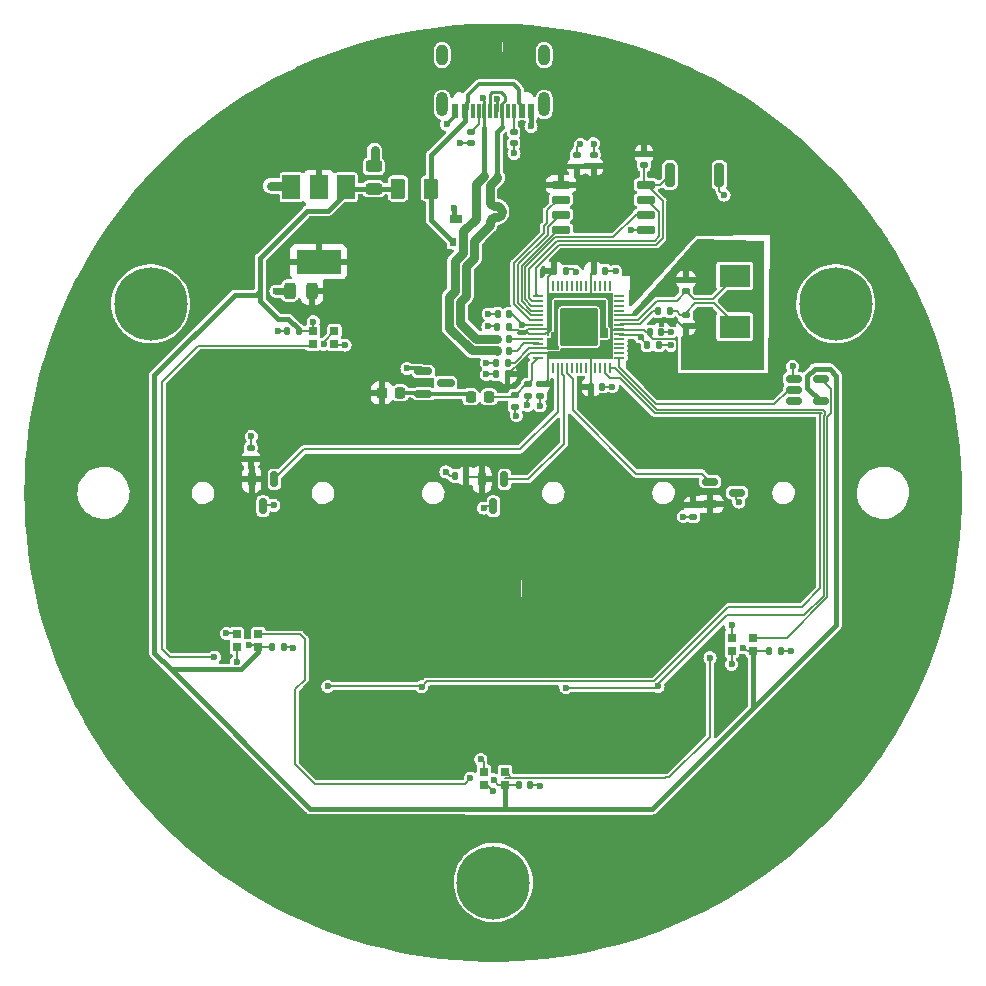
<source format=gbr>
G04 #@! TF.GenerationSoftware,KiCad,Pcbnew,(7.0.0-0)*
G04 #@! TF.CreationDate,2023-03-04T17:00:40-06:00*
G04 #@! TF.ProjectId,RP2040_minimal,52503230-3430-45f6-9d69-6e696d616c2e,REV1*
G04 #@! TF.SameCoordinates,Original*
G04 #@! TF.FileFunction,Copper,L2,Bot*
G04 #@! TF.FilePolarity,Positive*
%FSLAX46Y46*%
G04 Gerber Fmt 4.6, Leading zero omitted, Abs format (unit mm)*
G04 Created by KiCad (PCBNEW (7.0.0-0)) date 2023-03-04 17:00:40*
%MOMM*%
%LPD*%
G01*
G04 APERTURE LIST*
G04 Aperture macros list*
%AMRoundRect*
0 Rectangle with rounded corners*
0 $1 Rounding radius*
0 $2 $3 $4 $5 $6 $7 $8 $9 X,Y pos of 4 corners*
0 Add a 4 corners polygon primitive as box body*
4,1,4,$2,$3,$4,$5,$6,$7,$8,$9,$2,$3,0*
0 Add four circle primitives for the rounded corners*
1,1,$1+$1,$2,$3*
1,1,$1+$1,$4,$5*
1,1,$1+$1,$6,$7*
1,1,$1+$1,$8,$9*
0 Add four rect primitives between the rounded corners*
20,1,$1+$1,$2,$3,$4,$5,0*
20,1,$1+$1,$4,$5,$6,$7,0*
20,1,$1+$1,$6,$7,$8,$9,0*
20,1,$1+$1,$8,$9,$2,$3,0*%
G04 Aperture macros list end*
G04 #@! TA.AperFunction,SMDPad,CuDef*
%ADD10C,6.200000*%
G04 #@! TD*
G04 #@! TA.AperFunction,SMDPad,CuDef*
%ADD11RoundRect,0.243750X0.243750X0.456250X-0.243750X0.456250X-0.243750X-0.456250X0.243750X-0.456250X0*%
G04 #@! TD*
G04 #@! TA.AperFunction,SMDPad,CuDef*
%ADD12RoundRect,0.147500X0.147500X0.172500X-0.147500X0.172500X-0.147500X-0.172500X0.147500X-0.172500X0*%
G04 #@! TD*
G04 #@! TA.AperFunction,SMDPad,CuDef*
%ADD13RoundRect,0.147500X-0.147500X-0.172500X0.147500X-0.172500X0.147500X0.172500X-0.147500X0.172500X0*%
G04 #@! TD*
G04 #@! TA.AperFunction,SMDPad,CuDef*
%ADD14R,1.500000X2.000000*%
G04 #@! TD*
G04 #@! TA.AperFunction,SMDPad,CuDef*
%ADD15R,3.800000X2.000000*%
G04 #@! TD*
G04 #@! TA.AperFunction,SMDPad,CuDef*
%ADD16RoundRect,0.150000X0.650000X0.150000X-0.650000X0.150000X-0.650000X-0.150000X0.650000X-0.150000X0*%
G04 #@! TD*
G04 #@! TA.AperFunction,SMDPad,CuDef*
%ADD17RoundRect,0.147500X-0.172500X0.147500X-0.172500X-0.147500X0.172500X-0.147500X0.172500X0.147500X0*%
G04 #@! TD*
G04 #@! TA.AperFunction,SMDPad,CuDef*
%ADD18RoundRect,0.243750X0.456250X-0.243750X0.456250X0.243750X-0.456250X0.243750X-0.456250X-0.243750X0*%
G04 #@! TD*
G04 #@! TA.AperFunction,SMDPad,CuDef*
%ADD19RoundRect,0.147500X0.172500X-0.147500X0.172500X0.147500X-0.172500X0.147500X-0.172500X-0.147500X0*%
G04 #@! TD*
G04 #@! TA.AperFunction,SMDPad,CuDef*
%ADD20RoundRect,0.050000X-0.050000X0.387500X-0.050000X-0.387500X0.050000X-0.387500X0.050000X0.387500X0*%
G04 #@! TD*
G04 #@! TA.AperFunction,SMDPad,CuDef*
%ADD21RoundRect,0.050000X-0.387500X0.050000X-0.387500X-0.050000X0.387500X-0.050000X0.387500X0.050000X0*%
G04 #@! TD*
G04 #@! TA.AperFunction,ComponentPad*
%ADD22C,0.600000*%
G04 #@! TD*
G04 #@! TA.AperFunction,SMDPad,CuDef*
%ADD23RoundRect,0.144000X-1.456000X1.456000X-1.456000X-1.456000X1.456000X-1.456000X1.456000X1.456000X0*%
G04 #@! TD*
G04 #@! TA.AperFunction,SMDPad,CuDef*
%ADD24R,2.600000X1.900000*%
G04 #@! TD*
G04 #@! TA.AperFunction,SMDPad,CuDef*
%ADD25RoundRect,0.140000X-0.170000X0.140000X-0.170000X-0.140000X0.170000X-0.140000X0.170000X0.140000X0*%
G04 #@! TD*
G04 #@! TA.AperFunction,SMDPad,CuDef*
%ADD26RoundRect,0.200000X0.200000X0.800000X-0.200000X0.800000X-0.200000X-0.800000X0.200000X-0.800000X0*%
G04 #@! TD*
G04 #@! TA.AperFunction,SMDPad,CuDef*
%ADD27RoundRect,0.140000X-0.140000X-0.170000X0.140000X-0.170000X0.140000X0.170000X-0.140000X0.170000X0*%
G04 #@! TD*
G04 #@! TA.AperFunction,SMDPad,CuDef*
%ADD28RoundRect,0.225000X-0.225000X-0.250000X0.225000X-0.250000X0.225000X0.250000X-0.225000X0.250000X0*%
G04 #@! TD*
G04 #@! TA.AperFunction,SMDPad,CuDef*
%ADD29RoundRect,0.150000X-0.512500X-0.150000X0.512500X-0.150000X0.512500X0.150000X-0.512500X0.150000X0*%
G04 #@! TD*
G04 #@! TA.AperFunction,SMDPad,CuDef*
%ADD30R,0.600000X1.150000*%
G04 #@! TD*
G04 #@! TA.AperFunction,SMDPad,CuDef*
%ADD31R,0.300000X1.150000*%
G04 #@! TD*
G04 #@! TA.AperFunction,ComponentPad*
%ADD32O,1.000000X1.800000*%
G04 #@! TD*
G04 #@! TA.AperFunction,ComponentPad*
%ADD33O,1.000000X2.100000*%
G04 #@! TD*
G04 #@! TA.AperFunction,SMDPad,CuDef*
%ADD34R,1.000000X0.700000*%
G04 #@! TD*
G04 #@! TA.AperFunction,SMDPad,CuDef*
%ADD35R,0.600000X0.700000*%
G04 #@! TD*
G04 #@! TA.AperFunction,SMDPad,CuDef*
%ADD36RoundRect,0.150000X-0.150000X0.512500X-0.150000X-0.512500X0.150000X-0.512500X0.150000X0.512500X0*%
G04 #@! TD*
G04 #@! TA.AperFunction,SMDPad,CuDef*
%ADD37RoundRect,0.150000X-0.587500X-0.150000X0.587500X-0.150000X0.587500X0.150000X-0.587500X0.150000X0*%
G04 #@! TD*
G04 #@! TA.AperFunction,SMDPad,CuDef*
%ADD38R,0.700000X0.700000*%
G04 #@! TD*
G04 #@! TA.AperFunction,SMDPad,CuDef*
%ADD39RoundRect,0.140000X0.170000X-0.140000X0.170000X0.140000X-0.170000X0.140000X-0.170000X-0.140000X0*%
G04 #@! TD*
G04 #@! TA.AperFunction,SMDPad,CuDef*
%ADD40RoundRect,0.140000X0.140000X0.170000X-0.140000X0.170000X-0.140000X-0.170000X0.140000X-0.170000X0*%
G04 #@! TD*
G04 #@! TA.AperFunction,SMDPad,CuDef*
%ADD41RoundRect,0.250000X0.375000X0.625000X-0.375000X0.625000X-0.375000X-0.625000X0.375000X-0.625000X0*%
G04 #@! TD*
G04 #@! TA.AperFunction,ViaPad*
%ADD42C,0.600000*%
G04 #@! TD*
G04 #@! TA.AperFunction,Conductor*
%ADD43C,0.400000*%
G04 #@! TD*
G04 #@! TA.AperFunction,Conductor*
%ADD44C,0.150000*%
G04 #@! TD*
G04 #@! TA.AperFunction,Conductor*
%ADD45C,0.200000*%
G04 #@! TD*
G04 #@! TA.AperFunction,Conductor*
%ADD46C,0.800000*%
G04 #@! TD*
G04 #@! TA.AperFunction,Conductor*
%ADD47C,0.600000*%
G04 #@! TD*
G04 #@! TA.AperFunction,Conductor*
%ADD48C,0.300000*%
G04 #@! TD*
G04 #@! TA.AperFunction,Conductor*
%ADD49C,0.250000*%
G04 #@! TD*
G04 APERTURE END LIST*
D10*
X100000000Y-133000000D03*
X71000000Y-84000000D03*
X129000000Y-84000000D03*
D11*
X84637500Y-82890000D03*
X82762500Y-82890000D03*
D12*
X101207500Y-89970000D03*
X100237500Y-89970000D03*
X101207500Y-88970000D03*
X100237500Y-88970000D03*
D13*
X108277500Y-91017500D03*
X109247500Y-91017500D03*
D14*
X82909999Y-74129999D03*
X85209999Y-74129999D03*
D15*
X85209999Y-80429999D03*
D14*
X87509999Y-74129999D03*
D16*
X112930000Y-73905000D03*
X112930000Y-75175000D03*
X112930000Y-76445000D03*
X112930000Y-77715000D03*
X105730000Y-77715000D03*
X105730000Y-76445000D03*
X105730000Y-75175000D03*
X105730000Y-73905000D03*
D17*
X116325019Y-84938500D03*
X116325019Y-85908500D03*
D12*
X101322500Y-85937500D03*
X100352500Y-85937500D03*
D13*
X105155000Y-81250000D03*
X106125000Y-81250000D03*
X113272500Y-86383500D03*
X114242500Y-86383500D03*
X100351624Y-86955000D03*
X101321624Y-86955000D03*
X113032500Y-87490000D03*
X114002500Y-87490000D03*
D18*
X89880000Y-74247500D03*
X89880000Y-72372500D03*
D13*
X108505000Y-81220000D03*
X109475000Y-81220000D03*
D19*
X108510000Y-72355000D03*
X108510000Y-71385000D03*
D20*
X104647500Y-82530000D03*
X105047500Y-82530000D03*
X105447500Y-82530000D03*
X105847500Y-82530000D03*
X106247500Y-82530000D03*
X106647500Y-82530000D03*
X107047500Y-82530000D03*
X107447500Y-82530000D03*
X107847500Y-82530000D03*
X108247500Y-82530000D03*
X108647500Y-82530000D03*
X109047500Y-82530000D03*
X109447500Y-82530000D03*
X109847500Y-82530000D03*
D21*
X110685000Y-83367500D03*
X110685000Y-83767500D03*
X110685000Y-84167500D03*
X110685000Y-84567500D03*
X110685000Y-84967500D03*
X110685000Y-85367500D03*
X110685000Y-85767500D03*
X110685000Y-86167500D03*
X110685000Y-86567500D03*
X110685000Y-86967500D03*
X110685000Y-87367500D03*
X110685000Y-87767500D03*
X110685000Y-88167500D03*
X110685000Y-88567500D03*
D20*
X109847500Y-89405000D03*
X109447500Y-89405000D03*
X109047500Y-89405000D03*
X108647500Y-89405000D03*
X108247500Y-89405000D03*
X107847500Y-89405000D03*
X107447500Y-89405000D03*
X107047500Y-89405000D03*
X106647500Y-89405000D03*
X106247500Y-89405000D03*
X105847500Y-89405000D03*
X105447500Y-89405000D03*
X105047500Y-89405000D03*
X104647500Y-89405000D03*
D21*
X103810000Y-88567500D03*
X103810000Y-88167500D03*
X103810000Y-87767500D03*
X103810000Y-87367500D03*
X103810000Y-86967500D03*
X103810000Y-86567500D03*
X103810000Y-86167500D03*
X103810000Y-85767500D03*
X103810000Y-85367500D03*
X103810000Y-84967500D03*
X103810000Y-84567500D03*
X103810000Y-84167500D03*
X103810000Y-83767500D03*
X103810000Y-83367500D03*
D22*
X108522500Y-84692500D03*
X107247500Y-84692500D03*
X105972500Y-84692500D03*
X108522500Y-85967500D03*
X107247500Y-85967500D03*
D23*
X107247500Y-85967500D03*
D22*
X105972500Y-85967500D03*
X108522500Y-87242500D03*
X107247500Y-87242500D03*
X105972500Y-87242500D03*
D19*
X116325019Y-82938500D03*
X116325019Y-81968500D03*
D13*
X100351624Y-87955000D03*
X101321624Y-87955000D03*
D12*
X101332500Y-84857500D03*
X100362500Y-84857500D03*
D19*
X107090000Y-72375000D03*
X107090000Y-71405000D03*
D13*
X113955019Y-84638500D03*
X114925019Y-84638500D03*
D24*
X120441018Y-81629499D03*
X120441018Y-85929499D03*
D25*
X79480000Y-96190000D03*
X79480000Y-97150000D03*
D26*
X119150000Y-73100000D03*
X114950000Y-73100000D03*
D27*
X81290000Y-113081250D03*
X82250000Y-113081250D03*
D28*
X98092500Y-91881000D03*
X99642500Y-91881000D03*
D29*
X118362500Y-100950000D03*
X118362500Y-99050000D03*
X120637500Y-100000000D03*
D30*
X96799999Y-67689999D03*
X97599999Y-67689999D03*
D31*
X98749999Y-67689999D03*
X99749999Y-67689999D03*
X100249999Y-67689999D03*
X101249999Y-67689999D03*
D30*
X102399999Y-67689999D03*
X103199999Y-67689999D03*
X103199999Y-67689999D03*
X102399999Y-67689999D03*
D31*
X101749999Y-67689999D03*
X100749999Y-67689999D03*
X99249999Y-67689999D03*
X98249999Y-67689999D03*
D30*
X97599999Y-67689999D03*
X96799999Y-67689999D03*
D32*
X95679999Y-62934999D03*
D33*
X95679999Y-67114999D03*
D32*
X104319999Y-62934999D03*
D33*
X104319999Y-67114999D03*
D28*
X90562500Y-91541000D03*
X92112500Y-91541000D03*
D27*
X102172501Y-124767499D03*
X103132501Y-124767499D03*
D34*
X96809999Y-76794999D03*
D35*
X98509999Y-76794999D03*
X98509999Y-78794999D03*
X96609999Y-78794999D03*
D36*
X99050000Y-98862500D03*
X100950000Y-98862500D03*
X100000000Y-101137500D03*
D37*
X94090000Y-91625000D03*
X94090000Y-89725000D03*
X95965000Y-90675000D03*
D25*
X98080000Y-69440000D03*
X98080000Y-70400000D03*
D17*
X101820000Y-91725000D03*
X101820000Y-92695000D03*
D36*
X79550000Y-98862500D03*
X81450000Y-98862500D03*
X80500000Y-101137500D03*
D17*
X103970000Y-90815000D03*
X103970000Y-91785000D03*
D38*
X99182500Y-124707498D03*
X99182500Y-123607498D03*
X101012500Y-123607498D03*
X101012500Y-124707498D03*
D17*
X102910000Y-90825000D03*
X102910000Y-91795000D03*
D38*
X78279999Y-113091249D03*
X78279999Y-111991249D03*
X80109999Y-111991249D03*
X80109999Y-113091249D03*
D27*
X96760000Y-98580000D03*
X97720000Y-98580000D03*
D29*
X125462500Y-92230000D03*
X125462500Y-91280000D03*
X125462500Y-90330000D03*
X127737500Y-90330000D03*
X127737500Y-92230000D03*
D25*
X101740000Y-69460000D03*
X101740000Y-70420000D03*
D39*
X116930000Y-102010000D03*
X116930000Y-101050000D03*
D27*
X123365000Y-113370000D03*
X124325000Y-113370000D03*
D38*
X86554999Y-86309999D03*
X86554999Y-87409999D03*
X84724999Y-87409999D03*
X84724999Y-86309999D03*
D40*
X83525000Y-86270000D03*
X82565000Y-86270000D03*
D25*
X112760000Y-71320000D03*
X112760000Y-72280000D03*
D41*
X94730000Y-74240000D03*
X91930000Y-74240000D03*
D38*
X120184999Y-113359999D03*
X120184999Y-112259999D03*
X122014999Y-112259999D03*
X122014999Y-113359999D03*
D42*
X115424519Y-85494000D03*
X120225019Y-83828500D03*
X117810019Y-85066000D03*
X121735019Y-79676000D03*
X118495019Y-79716000D03*
X118825019Y-88528500D03*
X106980000Y-81280000D03*
X83060000Y-113131250D03*
X92697500Y-89461000D03*
X110090000Y-91005000D03*
X114154519Y-83017500D03*
X102890000Y-92590000D03*
X110370000Y-81230000D03*
X81420000Y-101050000D03*
X89950000Y-71000000D03*
X98947500Y-122577500D03*
X119530000Y-74800000D03*
X99407500Y-89970000D03*
X77410000Y-111901250D03*
X120170000Y-111220000D03*
X99180000Y-101290000D03*
X103922501Y-124837499D03*
X107380000Y-70500000D03*
X81795000Y-86270000D03*
X125350000Y-89300000D03*
X116313519Y-86700500D03*
X87445000Y-87500000D03*
X115054490Y-86383494D03*
X96680000Y-75900000D03*
X101750000Y-71250000D03*
X121925019Y-88528500D03*
X116090000Y-102020000D03*
X99420000Y-88980000D03*
X81600000Y-82930000D03*
X95990000Y-98230000D03*
X79520000Y-95210000D03*
X103960000Y-92640000D03*
X116325019Y-81112500D03*
X103190000Y-68970000D03*
X125170000Y-113380000D03*
X120790000Y-100780000D03*
X99547500Y-85917500D03*
X111640000Y-77750000D03*
X97190000Y-70410000D03*
X96040000Y-68790000D03*
X99567500Y-84857500D03*
X115054504Y-87502500D03*
X81140000Y-74000000D03*
X101952500Y-93470000D03*
X117760019Y-82766000D03*
X108500000Y-70430000D03*
X102447494Y-85767500D03*
X105147500Y-86657500D03*
X112472500Y-86802500D03*
X109357500Y-86605000D03*
X76370000Y-113911250D03*
X99130000Y-66570000D03*
X100355500Y-66625878D03*
X121180000Y-113110000D03*
X84770000Y-85510000D03*
X79280000Y-112898750D03*
X100027500Y-124297500D03*
X120170000Y-114510000D03*
X118350000Y-113970000D03*
X99997500Y-125267500D03*
X98070000Y-124150000D03*
X78270000Y-114298750D03*
X85640000Y-87420000D03*
X106150000Y-116500000D03*
X113960000Y-116390000D03*
X85990000Y-116380000D03*
X93930000Y-116430000D03*
D43*
X128480000Y-89500000D02*
X127197893Y-89500000D01*
X129050000Y-111211040D02*
X129050000Y-90070000D01*
X122015000Y-118246040D02*
X129050000Y-111211040D01*
X129050000Y-90070000D02*
X128480000Y-89500000D01*
X127197893Y-89500000D02*
X126600000Y-90097893D01*
X126600000Y-91092500D02*
X127737500Y-92230000D01*
X126600000Y-90097893D02*
X126600000Y-91092500D01*
D44*
X127737500Y-90330000D02*
X128625000Y-91217500D01*
X128290000Y-108825000D02*
X124855000Y-112260000D01*
X128625000Y-91217500D02*
X128625000Y-93269264D01*
X128625000Y-93269264D02*
X128290000Y-93604264D01*
X128290000Y-93604264D02*
X128290000Y-108825000D01*
X124855000Y-112260000D02*
X122015000Y-112260000D01*
X113960000Y-116390000D02*
X113960000Y-116230000D01*
X110295000Y-89405000D02*
X109847500Y-89405000D01*
X113960000Y-116230000D02*
X119810000Y-110380000D01*
X127920000Y-92950000D02*
X113840000Y-92950000D01*
X113840000Y-92950000D02*
X110295000Y-89405000D01*
X119810000Y-110380000D02*
X126310736Y-110380000D01*
X126310736Y-110380000D02*
X127990000Y-108700736D01*
X127990000Y-93480000D02*
X128095736Y-93374264D01*
X127990000Y-108700736D02*
X127990000Y-93480000D01*
X128095736Y-93374264D02*
X128095736Y-93125736D01*
X128095736Y-93125736D02*
X127920000Y-92950000D01*
X94385000Y-115975000D02*
X113595000Y-115975000D01*
X109916091Y-90300000D02*
X109447500Y-89831409D01*
X113595000Y-115975000D02*
X119910000Y-109660000D01*
X93930000Y-116430000D02*
X94385000Y-115975000D01*
X119910000Y-109660000D02*
X126100000Y-109660000D01*
X126100000Y-109660000D02*
X127690000Y-108070000D01*
X127690000Y-108070000D02*
X127690000Y-93355736D01*
X127690000Y-93355736D02*
X127795736Y-93250000D01*
X127795736Y-93250000D02*
X113680000Y-93250000D01*
X113680000Y-93250000D02*
X110730000Y-90300000D01*
X110730000Y-90300000D02*
X109916091Y-90300000D01*
X109447500Y-89831409D02*
X109447500Y-89405000D01*
D43*
X80270000Y-82910000D02*
X79930000Y-83250000D01*
X79930000Y-83250000D02*
X78103223Y-83250000D01*
X78103223Y-83250000D02*
X71290000Y-90063223D01*
X71290000Y-113525304D02*
X72713446Y-114948750D01*
X71290000Y-90063223D02*
X71290000Y-113525304D01*
D44*
X76370000Y-113911250D02*
X72611250Y-113911250D01*
X72611250Y-113911250D02*
X71940000Y-113240000D01*
X71940000Y-113240000D02*
X71940000Y-90590000D01*
X74990000Y-87540000D02*
X84405000Y-87540000D01*
X71940000Y-90590000D02*
X74990000Y-87540000D01*
X84405000Y-87540000D02*
X84825000Y-87120000D01*
D43*
X80270000Y-82910000D02*
X80270000Y-83770000D01*
X80270000Y-83770000D02*
X81790000Y-85290000D01*
X81790000Y-85290000D02*
X82660000Y-85290000D01*
X82660000Y-85290000D02*
X83525000Y-86155000D01*
X83525000Y-86155000D02*
X83525000Y-86270000D01*
X80270000Y-82910000D02*
X80270000Y-80100000D01*
X80270000Y-80100000D02*
X84240000Y-76130000D01*
X84240000Y-76130000D02*
X85970000Y-76130000D01*
X85970000Y-76130000D02*
X87510000Y-74590000D01*
X87510000Y-74590000D02*
X87510000Y-74130000D01*
D44*
X118350000Y-113970000D02*
X118350000Y-120660000D01*
X118350000Y-120660000D02*
X114910000Y-124100000D01*
X114512501Y-124107499D02*
X101012501Y-124107499D01*
X114910000Y-124100000D02*
X114520000Y-124100000D01*
X114520000Y-124100000D02*
X114512501Y-124107499D01*
X111979519Y-84938500D02*
X113900519Y-83017500D01*
D45*
X101760000Y-71250000D02*
X101760000Y-70410000D01*
D44*
X124325000Y-113370000D02*
X125160000Y-113370000D01*
X120185000Y-112260000D02*
X120185000Y-111235000D01*
D45*
X100342500Y-84837500D02*
X99587500Y-84837500D01*
D46*
X81140000Y-74000000D02*
X81265000Y-74020000D01*
D43*
X96680000Y-75900000D02*
X96680000Y-76775000D01*
D44*
X103922501Y-124857499D02*
X103872501Y-124807499D01*
D45*
X125350000Y-89525000D02*
X125462500Y-89412500D01*
X125350000Y-90217500D02*
X125350000Y-89525000D01*
X120790000Y-100780000D02*
X120535000Y-100525000D01*
D44*
X111675000Y-77715000D02*
X111640000Y-77750000D01*
X107115000Y-70765000D02*
X107115000Y-71300000D01*
D45*
X103970000Y-92630000D02*
X103970000Y-91785000D01*
D44*
X110762519Y-84938500D02*
X111979519Y-84938500D01*
X116325019Y-85908500D02*
X116005019Y-85908500D01*
X110090000Y-91005000D02*
X109260000Y-91005000D01*
D45*
X116090000Y-102020000D02*
X116150000Y-102080000D01*
D44*
X101820000Y-93337500D02*
X101952500Y-93470000D01*
D45*
X79490000Y-95240000D02*
X79490000Y-96237500D01*
D47*
X82722500Y-82930000D02*
X82762500Y-82890000D01*
D44*
X119530000Y-74800000D02*
X119450000Y-74790000D01*
X97200000Y-70400000D02*
X97190000Y-70410000D01*
X99332500Y-101137500D02*
X99180000Y-101290000D01*
D45*
X98080000Y-70400000D02*
X97200000Y-70400000D01*
D43*
X103190000Y-68970000D02*
X103200000Y-68960000D01*
D45*
X99430000Y-88970000D02*
X100237500Y-88970000D01*
D44*
X101820000Y-92695000D02*
X101820000Y-93337500D01*
D45*
X116150000Y-102080000D02*
X116920000Y-102080000D01*
D44*
X103832501Y-124767499D02*
X103902501Y-124837499D01*
D45*
X99547500Y-85917500D02*
X100355000Y-85917500D01*
D44*
X125160000Y-113370000D02*
X125170000Y-113380000D01*
X108797500Y-84967500D02*
X108522500Y-84692500D01*
D45*
X100362500Y-84857500D02*
X100342500Y-84837500D01*
D44*
X82270000Y-113061250D02*
X82970000Y-113061250D01*
X82585000Y-86340000D02*
X81885000Y-86340000D01*
X112930000Y-77715000D02*
X111675000Y-77715000D01*
X119150000Y-73100000D02*
X119150000Y-74490000D01*
X81420000Y-101050000D02*
X80495000Y-101050000D01*
X120185000Y-111235000D02*
X120170000Y-111220000D01*
D45*
X125462500Y-90330000D02*
X125350000Y-90217500D01*
D46*
X81245000Y-74020000D02*
X81225000Y-74020000D01*
D45*
X114242500Y-86383500D02*
X115054484Y-86383500D01*
X100237500Y-89970000D02*
X99407500Y-89970000D01*
D44*
X109260000Y-91005000D02*
X109247500Y-91017500D01*
X107380000Y-70500000D02*
X107115000Y-70765000D01*
X98947500Y-122577500D02*
X99182501Y-122812501D01*
X116005019Y-85908500D02*
X115590519Y-85494000D01*
X99182501Y-122812501D02*
X99182501Y-123607499D01*
X116325019Y-86689000D02*
X116313519Y-86700500D01*
D47*
X81600000Y-82930000D02*
X82722500Y-82930000D01*
D44*
X106980000Y-81280000D02*
X106780000Y-81080000D01*
D45*
X115054484Y-86383500D02*
X115054490Y-86383494D01*
D44*
X116325019Y-85908500D02*
X116325019Y-86689000D01*
X86535000Y-87500000D02*
X87445000Y-87500000D01*
D45*
X96340000Y-98580000D02*
X96760000Y-98580000D01*
D46*
X89950000Y-72130000D02*
X89870000Y-72210000D01*
X89950000Y-71000000D02*
X89950000Y-72130000D01*
D44*
X103132501Y-124767499D02*
X103832501Y-124767499D01*
D45*
X109557500Y-81230000D02*
X109332500Y-81005000D01*
X116325019Y-81968500D02*
X116325019Y-81112500D01*
X114242500Y-87502500D02*
X115054504Y-87502500D01*
D44*
X100000000Y-101137500D02*
X99332500Y-101137500D01*
X103922501Y-124837499D02*
X103922501Y-124857499D01*
D48*
X92697500Y-89461000D02*
X93853500Y-89461000D01*
D44*
X78320000Y-111901250D02*
X77410000Y-111901250D01*
D48*
X93853500Y-89461000D02*
X94017500Y-89625000D01*
D44*
X106780000Y-81080000D02*
X106425000Y-81080000D01*
X80495000Y-101050000D02*
X80480000Y-101035000D01*
X119150000Y-74490000D02*
X119530000Y-74800000D01*
D43*
X103200000Y-68960000D02*
X103200000Y-67690000D01*
D45*
X95990000Y-98230000D02*
X96340000Y-98580000D01*
X120535000Y-100525000D02*
X120535000Y-100020000D01*
X110370000Y-81230000D02*
X109557500Y-81230000D01*
D43*
X96680000Y-76775000D02*
X96720000Y-76815000D01*
D45*
X102910000Y-91795000D02*
X102890000Y-92590000D01*
X99420000Y-88980000D02*
X99430000Y-88970000D01*
D44*
X101952500Y-93470000D02*
X101830000Y-93470000D01*
X125462500Y-89412500D02*
X125350000Y-89300000D01*
D46*
X81225000Y-74020000D02*
X81140000Y-74000000D01*
D44*
X115590519Y-85494000D02*
X115424519Y-85494000D01*
D46*
X81265000Y-74020000D02*
X82535000Y-74020000D01*
D45*
X108510000Y-70440000D02*
X108510000Y-71305000D01*
D44*
X103902501Y-124837499D02*
X103922501Y-124837499D01*
D48*
X96040000Y-68790000D02*
X96680000Y-68150000D01*
D44*
X113900519Y-83017500D02*
X114154519Y-83017500D01*
D43*
X97600000Y-68550000D02*
X94730000Y-71420000D01*
X94730000Y-76915000D02*
X96610000Y-78795000D01*
D48*
X101713750Y-65390000D02*
X102200000Y-65876250D01*
X97785000Y-67505000D02*
X97785000Y-66965305D01*
D43*
X97600000Y-67690000D02*
X97600000Y-68550000D01*
D48*
X102165000Y-66966250D02*
X102435000Y-67236250D01*
X102200000Y-66279695D02*
X102165000Y-66314695D01*
D44*
X102435000Y-67236250D02*
X102435000Y-67646250D01*
D48*
X97835000Y-66915305D02*
X97835000Y-66345000D01*
X102200000Y-65876250D02*
X102200000Y-66279695D01*
X97835000Y-66345000D02*
X98790000Y-65390000D01*
X98790000Y-65390000D02*
X101713750Y-65390000D01*
D43*
X94730000Y-71420000D02*
X94730000Y-76915000D01*
D48*
X102165000Y-66314695D02*
X102165000Y-66966250D01*
X97785000Y-66965305D02*
X97835000Y-66915305D01*
D45*
X97785000Y-67505000D02*
X97600000Y-67690000D01*
D44*
X110762519Y-85338500D02*
X112262880Y-85338500D01*
X113862880Y-83738500D02*
X115525019Y-83738500D01*
X112262880Y-85338500D02*
X113862880Y-83738500D01*
X116325019Y-82938500D02*
X116975519Y-83589000D01*
X120441019Y-81764963D02*
X120441019Y-81629500D01*
X115525019Y-83738500D02*
X116325019Y-82938500D01*
X116975519Y-83589000D02*
X118616982Y-83589000D01*
X118616982Y-83589000D02*
X120441019Y-81764963D01*
X112425019Y-85738500D02*
X113525019Y-84638500D01*
X110762519Y-85738500D02*
X112425019Y-85738500D01*
X113525019Y-84638500D02*
X113955019Y-84638500D01*
D45*
X102757499Y-86320001D02*
X102222177Y-86320001D01*
X102099676Y-86197500D02*
X101582500Y-86197500D01*
X98767500Y-98580000D02*
X99050000Y-98862500D01*
X104647500Y-89405000D02*
X104647500Y-90432500D01*
X104265000Y-90815000D02*
X103970000Y-90815000D01*
X118080000Y-101232500D02*
X118362500Y-100950000D01*
X118362500Y-100950000D02*
X117030000Y-100950000D01*
X103770000Y-86170000D02*
X104607500Y-86170000D01*
X104647500Y-81757500D02*
X105155000Y-81250000D01*
X115579504Y-87099004D02*
X115579504Y-88120496D01*
X117030000Y-100950000D02*
X116930000Y-101050000D01*
X108277500Y-91017500D02*
X108277500Y-89435000D01*
X103102474Y-88170000D02*
X104600000Y-88170000D01*
X101207500Y-89970000D02*
X101857500Y-89320000D01*
X113524000Y-86955000D02*
X115435500Y-86955000D01*
X104600000Y-88170000D02*
X104647500Y-88217500D01*
X101582500Y-86197500D02*
X101322500Y-85937500D01*
X103770000Y-86570000D02*
X104407500Y-86570000D01*
X115435500Y-86955000D02*
X115579504Y-87099004D01*
X115579504Y-88120496D02*
X115460000Y-88240000D01*
X102907500Y-86170000D02*
X103770000Y-86170000D01*
X113272500Y-86703500D02*
X113524000Y-86955000D01*
X112778000Y-86202500D02*
X112959000Y-86383500D01*
X108505000Y-81220000D02*
X108247500Y-81477500D01*
X104647500Y-83195000D02*
X104657500Y-83205000D01*
X108277500Y-89435000D02*
X108247500Y-89405000D01*
X79550000Y-98862500D02*
X79550000Y-97220000D01*
X108362500Y-81005000D02*
X108505000Y-81147500D01*
X79550000Y-97220000D02*
X79480000Y-97150000D01*
X108247500Y-81477500D02*
X108247500Y-82530000D01*
X104647500Y-82530000D02*
X104647500Y-81757500D01*
X101952475Y-89320000D02*
X103102474Y-88170000D01*
X108247500Y-89405000D02*
X108247500Y-88420000D01*
X104647500Y-90432500D02*
X104265000Y-90815000D01*
X103770000Y-86570000D02*
X103007498Y-86570000D01*
X102757499Y-86320001D02*
X102907500Y-86170000D01*
X112959000Y-86383500D02*
X113272500Y-86383500D01*
X108505000Y-81220000D02*
X108505000Y-81185000D01*
X101857500Y-89320000D02*
X101952475Y-89320000D01*
X108247500Y-83270000D02*
X108257500Y-83280000D01*
X102222177Y-86320001D02*
X102099676Y-86197500D01*
X104647500Y-88217500D02*
X104647500Y-89405000D01*
X108505000Y-81147500D02*
X108505000Y-81220000D01*
X98813750Y-98680000D02*
X97786250Y-98680000D01*
X110710000Y-86202500D02*
X110072500Y-86202500D01*
X110710000Y-86202500D02*
X112778000Y-86202500D01*
X108247500Y-88420000D02*
X108232500Y-88405000D01*
X103007498Y-86570000D02*
X102757499Y-86320001D01*
X104407500Y-86570000D02*
X104607500Y-86370000D01*
X113272500Y-86383500D02*
X113272500Y-86703500D01*
X108247500Y-82530000D02*
X108247500Y-83270000D01*
X108307500Y-89465000D02*
X108247500Y-89405000D01*
X104647500Y-82530000D02*
X104647500Y-83195000D01*
X103810000Y-85767500D02*
X102447494Y-85767500D01*
D44*
X105147500Y-86657500D02*
X105147500Y-86467500D01*
D45*
X102447494Y-85687494D02*
X102447494Y-85767500D01*
X103007500Y-87770000D02*
X101807500Y-88970000D01*
X103770000Y-87770000D02*
X103007500Y-87770000D01*
X101807500Y-88970000D02*
X101207500Y-88970000D01*
X103770000Y-87770000D02*
X104607500Y-87770000D01*
X101332500Y-84857500D02*
X101617500Y-84857500D01*
X112472500Y-86802500D02*
X112472500Y-86930000D01*
X112472500Y-86802500D02*
X112272500Y-86602500D01*
X112272500Y-86602500D02*
X110710000Y-86602500D01*
X112472500Y-86930000D02*
X113032500Y-87490000D01*
X101617500Y-84857500D02*
X102447494Y-85687494D01*
D44*
X103810000Y-83367500D02*
X103590000Y-83147500D01*
X114145000Y-73905000D02*
X114950000Y-73100000D01*
X112720000Y-72320000D02*
X112760000Y-72280000D01*
X112930000Y-73905000D02*
X114145000Y-73905000D01*
X114340000Y-75254670D02*
X112990330Y-73905000D01*
X114340000Y-78404264D02*
X114340000Y-75254670D01*
X103590000Y-80937537D02*
X105547537Y-78980000D01*
X105547537Y-78980000D02*
X113764264Y-78980000D01*
X103590000Y-83147500D02*
X103590000Y-80937537D01*
X112990330Y-73905000D02*
X112930000Y-73905000D01*
X113764264Y-78980000D02*
X114340000Y-78404264D01*
X112720000Y-73855000D02*
X112720000Y-72320000D01*
X103138972Y-85367500D02*
X101760000Y-83988528D01*
X101760000Y-80560000D02*
X104310000Y-78010000D01*
X104310000Y-77380406D02*
X104530000Y-77160406D01*
X104530000Y-77160406D02*
X104530000Y-76090000D01*
X105445000Y-75175000D02*
X105730000Y-75175000D01*
X104310000Y-78010000D02*
X104310000Y-77380406D01*
X104530000Y-76090000D02*
X105445000Y-75175000D01*
X101760000Y-83988528D02*
X101760000Y-80560000D01*
X103810000Y-85367500D02*
X103138972Y-85367500D01*
X105669670Y-76445000D02*
X105730000Y-76445000D01*
X105829670Y-76265000D02*
X105890000Y-76265000D01*
X103163236Y-84967500D02*
X102090000Y-83894264D01*
X103810000Y-84967500D02*
X103163236Y-84967500D01*
X104610000Y-77504670D02*
X105669670Y-76445000D01*
X102090000Y-83894264D02*
X102090000Y-80670000D01*
X102090000Y-80670000D02*
X104610000Y-78150000D01*
X104610000Y-78150000D02*
X104610000Y-77504670D01*
X102390000Y-80796878D02*
X105471878Y-77715000D01*
X105175000Y-77535000D02*
X105890000Y-77535000D01*
X103187500Y-84567500D02*
X102390000Y-83770000D01*
X103810000Y-84567500D02*
X103187500Y-84567500D01*
X105471878Y-77715000D02*
X105730000Y-77715000D01*
X102390000Y-83770000D02*
X102390000Y-80796878D01*
X112055000Y-76445000D02*
X112930000Y-76445000D01*
X102690000Y-83624264D02*
X102690000Y-80921142D01*
X105261142Y-78350000D02*
X110150000Y-78350000D01*
X110150000Y-78350000D02*
X112055000Y-76445000D01*
X102690000Y-80921142D02*
X105261142Y-78350000D01*
X103233236Y-84167500D02*
X102690000Y-83624264D01*
X103810000Y-84167500D02*
X103233236Y-84167500D01*
X102990000Y-83500000D02*
X102990000Y-81045406D01*
X114040000Y-76224670D02*
X112990330Y-75175000D01*
X113670000Y-78650000D02*
X114040000Y-78280000D01*
X114040000Y-78280000D02*
X114040000Y-76224670D01*
X102990000Y-81045406D02*
X105385406Y-78650000D01*
X103810000Y-83767500D02*
X103257500Y-83767500D01*
X112990330Y-75175000D02*
X112930000Y-75175000D01*
X105385406Y-78650000D02*
X113670000Y-78650000D01*
X103257500Y-83767500D02*
X102990000Y-83500000D01*
D46*
X99702924Y-75324769D02*
X99702924Y-74572924D01*
X99700000Y-73973502D02*
X100340000Y-73333502D01*
D49*
X100750000Y-67044551D02*
X100750000Y-67690000D01*
D46*
X99797732Y-75543263D02*
X99745899Y-75462072D01*
X100278493Y-75725236D02*
X100225000Y-75725000D01*
D43*
X100350000Y-73120000D02*
X100365000Y-73135000D01*
X100350000Y-69450000D02*
X100350000Y-73120000D01*
D46*
X100121507Y-76675236D02*
X100175000Y-76675000D01*
X98410000Y-78645000D02*
X99700000Y-77355000D01*
X98534504Y-86955000D02*
X97220000Y-85640496D01*
D49*
X99755000Y-66215000D02*
X99920000Y-66050000D01*
D46*
X99700000Y-74570000D02*
X99700000Y-73973502D01*
X100699764Y-76146507D02*
X100675958Y-76042203D01*
X100340000Y-73333502D02*
X100340000Y-73230000D01*
X97220000Y-85640496D02*
X97220000Y-83821750D01*
D49*
X100750000Y-67690000D02*
X100770000Y-67690000D01*
D46*
X100225000Y-76675000D02*
X100278493Y-76674764D01*
X100675958Y-76042203D02*
X100629538Y-75945812D01*
X100700000Y-76200000D02*
X100699764Y-76146507D01*
X99920812Y-76745462D02*
X100017203Y-76699042D01*
X100629538Y-76454188D02*
X100675958Y-76357797D01*
X99724042Y-76992203D02*
X99770462Y-76895812D01*
D49*
X100750000Y-69050000D02*
X100750000Y-68010000D01*
D46*
X100675958Y-76357797D02*
X100699764Y-76253493D01*
D49*
X101010000Y-66784551D02*
X100750000Y-67044551D01*
X99755000Y-67616250D02*
X99755000Y-66215000D01*
D46*
X99943943Y-75667232D02*
X99864632Y-75612566D01*
X99700000Y-77150000D02*
X99700236Y-77096507D01*
X100699764Y-76253493D02*
X100700000Y-76200000D01*
X98410000Y-80088502D02*
X98410000Y-78645000D01*
X99745899Y-75462072D02*
X99711190Y-75372217D01*
X99700000Y-77355000D02*
X99700000Y-77150000D01*
X97700000Y-80798502D02*
X98410000Y-80088502D01*
X100629538Y-75945812D02*
X100562833Y-75862167D01*
D43*
X100740000Y-69060000D02*
X100350000Y-69450000D01*
D46*
X97220000Y-83821750D02*
X97700000Y-83341751D01*
D49*
X101010000Y-66410000D02*
X101010000Y-66784551D01*
D46*
X100351624Y-86955000D02*
X98534504Y-86955000D01*
X100479188Y-76604538D02*
X100562833Y-76537833D01*
X100032517Y-75705089D02*
X99943943Y-75667232D01*
X100175000Y-75725000D02*
X100126838Y-75724636D01*
X100017203Y-76699042D02*
X100121507Y-76675236D01*
X100562833Y-76537833D02*
X100629538Y-76454188D01*
X99770462Y-76895812D02*
X99837167Y-76812167D01*
X100175000Y-76675000D02*
X100225000Y-76675000D01*
X99837167Y-76812167D02*
X99920812Y-76745462D01*
D49*
X100740000Y-69060000D02*
X100750000Y-69050000D01*
D46*
X100278493Y-76674764D02*
X100382797Y-76650958D01*
X100382797Y-75749042D02*
X100278493Y-75725236D01*
X99711190Y-75372217D02*
X99702924Y-75324769D01*
X97700000Y-83341751D02*
X97700000Y-80798502D01*
X100225000Y-75725000D02*
X100175000Y-75725000D01*
X100562833Y-75862167D02*
X100479188Y-75795462D01*
X99700236Y-77096507D02*
X99724042Y-76992203D01*
X99702924Y-74572924D02*
X99700000Y-74570000D01*
X100479188Y-75795462D02*
X100382797Y-75749042D01*
D49*
X99920000Y-66050000D02*
X100650000Y-66050000D01*
D46*
X99864632Y-75612566D02*
X99797732Y-75543263D01*
X100382797Y-76650958D02*
X100479188Y-76604538D01*
X100126838Y-75724636D02*
X100032517Y-75705089D01*
D49*
X100770000Y-67690000D02*
X100775000Y-67695000D01*
X100650000Y-66050000D02*
X101010000Y-66410000D01*
D46*
X96750000Y-82948248D02*
X96750000Y-80405000D01*
X98510000Y-76795000D02*
X98510000Y-73820000D01*
X98166000Y-87930000D02*
X96270000Y-86034000D01*
D45*
X99230000Y-67701250D02*
X99285000Y-67646250D01*
D44*
X100280000Y-67641250D02*
X100285000Y-67646250D01*
D46*
X98510000Y-73820000D02*
X99180000Y-73150000D01*
D44*
X99220000Y-67581250D02*
X99285000Y-67646250D01*
D46*
X97460000Y-79695000D02*
X97460000Y-77845000D01*
X97460000Y-77845000D02*
X98510000Y-76795000D01*
D49*
X100355500Y-66625878D02*
X100280000Y-66701378D01*
D46*
X96750000Y-80405000D02*
X97460000Y-79695000D01*
D43*
X99255000Y-69095312D02*
X99255000Y-73065000D01*
D49*
X99240000Y-69080312D02*
X99240000Y-67919687D01*
X100280000Y-66701378D02*
X100280000Y-67641250D01*
D46*
X100351624Y-87955000D02*
X100326624Y-87930000D01*
X96270000Y-86034000D02*
X96270000Y-83428248D01*
X96270000Y-83428248D02*
X96750000Y-82948248D01*
X100326624Y-87930000D02*
X98166000Y-87930000D01*
D49*
X99220000Y-66800000D02*
X99220000Y-67581250D01*
D43*
X99240000Y-69080312D02*
X99255000Y-69095312D01*
D44*
X116325019Y-84741000D02*
X117096019Y-83970000D01*
X114925019Y-84638500D02*
X115525019Y-84638500D01*
X115525019Y-84638500D02*
X115825019Y-84938500D01*
X118708982Y-83970000D02*
X120441019Y-85702037D01*
X120441019Y-85702037D02*
X120441019Y-85929500D01*
X115825019Y-84938500D02*
X116325019Y-84938500D01*
X116325019Y-84938500D02*
X116325019Y-84741000D01*
X117096019Y-83970000D02*
X118708982Y-83970000D01*
D43*
X89668750Y-74240000D02*
X87651250Y-74240000D01*
X91897500Y-74247500D02*
X89880000Y-74247500D01*
X72713446Y-114948750D02*
X78641250Y-114948750D01*
X113471040Y-126790000D02*
X122015000Y-118246040D01*
X101012501Y-126577499D02*
X101012501Y-124707499D01*
D44*
X123355000Y-113360000D02*
X123365000Y-113370000D01*
D43*
X72713446Y-114948750D02*
X84524696Y-126760000D01*
D44*
X121530000Y-113360000D02*
X121180000Y-113110000D01*
D43*
X97660000Y-126790000D02*
X113471040Y-126790000D01*
D44*
X102172501Y-124767499D02*
X101072501Y-124767499D01*
X84725000Y-86310000D02*
X83565000Y-86310000D01*
D43*
X80110000Y-113480000D02*
X80110000Y-113091250D01*
D44*
X101072501Y-124767499D02*
X101012501Y-124707499D01*
X100407499Y-124707499D02*
X100027500Y-124327500D01*
X84770000Y-86265000D02*
X84725000Y-86310000D01*
X121180000Y-113110000D02*
X121300000Y-113130000D01*
X79280000Y-112898750D02*
X79842502Y-112898750D01*
X122015000Y-113360000D02*
X121530000Y-113360000D01*
D43*
X84524696Y-126760000D02*
X97630000Y-126760000D01*
X97630000Y-126760000D02*
X97660000Y-126790000D01*
D44*
X122015000Y-113360000D02*
X123355000Y-113360000D01*
D43*
X92005000Y-74355000D02*
X91897500Y-74247500D01*
X122015000Y-118246040D02*
X122015000Y-113360000D01*
X97630000Y-126760000D02*
X99335002Y-126760000D01*
D44*
X83565000Y-86310000D02*
X83525000Y-86270000D01*
X84770000Y-85510000D02*
X84770000Y-86265000D01*
X80120000Y-113081250D02*
X80110000Y-113091250D01*
X101012501Y-124707499D02*
X100407499Y-124707499D01*
D43*
X100800000Y-126790000D02*
X101012501Y-126577499D01*
X78641250Y-114948750D02*
X80110000Y-113480000D01*
D44*
X81290000Y-113081250D02*
X80120000Y-113081250D01*
D48*
X97836500Y-91625000D02*
X98092500Y-91881000D01*
D45*
X92417500Y-91530000D02*
X92406500Y-91541000D01*
X92406500Y-91541000D02*
X92112500Y-91541000D01*
D48*
X92133500Y-91520000D02*
X93985000Y-91520000D01*
D45*
X93985000Y-91520000D02*
X94090000Y-91625000D01*
D48*
X92112500Y-91541000D02*
X92133500Y-91520000D01*
X94090000Y-91625000D02*
X97836500Y-91625000D01*
D45*
X103884124Y-86955000D02*
X101321624Y-86955000D01*
X102621624Y-87355000D02*
X102021624Y-87955000D01*
X102021624Y-87955000D02*
X101321624Y-87955000D01*
X103884124Y-87355000D02*
X102621624Y-87355000D01*
X117682500Y-98370000D02*
X118362500Y-99050000D01*
X106710000Y-92990000D02*
X112090000Y-98370000D01*
X106247500Y-89405000D02*
X106247500Y-89866764D01*
X112090000Y-98370000D02*
X117682500Y-98370000D01*
X106247500Y-89866764D02*
X106710000Y-90329264D01*
X106710000Y-90329264D02*
X106710000Y-92990000D01*
X106237500Y-89415000D02*
X106247500Y-89405000D01*
X105980000Y-95860000D02*
X102977500Y-98862500D01*
X105847500Y-89405000D02*
X105847500Y-89961739D01*
X105980000Y-90094239D02*
X105980000Y-95860000D01*
X102977500Y-98862500D02*
X100950000Y-98862500D01*
X105847500Y-89961739D02*
X105980000Y-90094239D01*
X102260000Y-96330000D02*
X83982500Y-96330000D01*
X83982500Y-96330000D02*
X81450000Y-98862500D01*
X105447500Y-89405000D02*
X105450000Y-89407500D01*
X105450000Y-93140000D02*
X102260000Y-96330000D01*
X105450000Y-89407500D02*
X105450000Y-93140000D01*
D44*
X120185000Y-114465000D02*
X120170000Y-114450000D01*
X120185000Y-113360000D02*
X120185000Y-114465000D01*
X120170000Y-114510000D02*
X120230000Y-114510000D01*
X120170000Y-114450000D02*
X120170000Y-114510000D01*
X120230000Y-114510000D02*
X120190000Y-114470000D01*
X101382502Y-123977500D02*
X101012501Y-123607499D01*
X99997500Y-125267500D02*
X99437499Y-124707499D01*
X99437499Y-124707499D02*
X99182501Y-124707499D01*
X84050000Y-115811250D02*
X84050000Y-112370000D01*
X84890000Y-124650000D02*
X83210000Y-122970000D01*
X83210000Y-122970000D02*
X83210000Y-116651250D01*
X97570000Y-124650000D02*
X84890000Y-124650000D01*
X83210000Y-116651250D02*
X84050000Y-115811250D01*
X84050000Y-112370000D02*
X83671250Y-111991250D01*
X98070000Y-124150000D02*
X97570000Y-124650000D01*
X83671250Y-111991250D02*
X80110000Y-111991250D01*
X78285000Y-113148750D02*
X78285000Y-114253750D01*
D45*
X98750000Y-67690000D02*
X98750000Y-68770000D01*
X98750000Y-68770000D02*
X98080000Y-69440000D01*
X101900000Y-91725000D02*
X101820000Y-91725000D01*
X101645000Y-91900000D02*
X101820000Y-91725000D01*
X101725000Y-91820000D02*
X101820000Y-91725000D01*
X102800000Y-90825000D02*
X101900000Y-91725000D01*
X103270000Y-90465000D02*
X103270000Y-89107500D01*
X99835000Y-91900000D02*
X101645000Y-91900000D01*
D44*
X103130000Y-90695000D02*
X103020000Y-90695000D01*
D45*
X103270000Y-89107500D02*
X103810000Y-88567500D01*
X99642500Y-91881000D02*
X99752500Y-91771000D01*
X102910000Y-90825000D02*
X103270000Y-90465000D01*
X101740000Y-69460000D02*
X101750000Y-69450000D01*
X101750000Y-69450000D02*
X101750000Y-67690000D01*
D44*
X85660000Y-87205000D02*
X85640000Y-87420000D01*
X86555000Y-86310000D02*
X85660000Y-87205000D01*
X85640000Y-87420000D02*
X85660000Y-87310000D01*
X125000000Y-91280000D02*
X125462500Y-91280000D01*
X110685000Y-89355000D02*
X113805000Y-92475000D01*
X123805000Y-92475000D02*
X125000000Y-91280000D01*
X113805000Y-92475000D02*
X123805000Y-92475000D01*
X110685000Y-88567500D02*
X110685000Y-89355000D01*
X113850000Y-116500000D02*
X106150000Y-116500000D01*
X113960000Y-116390000D02*
X113850000Y-116500000D01*
X85990000Y-116380000D02*
X93880000Y-116380000D01*
X93880000Y-116380000D02*
X93930000Y-116430000D01*
G04 #@! TA.AperFunction,Conductor*
G36*
X104898474Y-83092472D02*
G01*
X104919269Y-83106367D01*
X104977752Y-83118000D01*
X105113608Y-83118000D01*
X105117248Y-83118000D01*
X105175731Y-83106367D01*
X105196525Y-83092472D01*
X105237639Y-83080000D01*
X105257361Y-83080000D01*
X105298474Y-83092472D01*
X105319269Y-83106367D01*
X105377752Y-83118000D01*
X105513608Y-83118000D01*
X105517248Y-83118000D01*
X105575731Y-83106367D01*
X105596525Y-83092472D01*
X105637639Y-83080000D01*
X105657361Y-83080000D01*
X105698474Y-83092472D01*
X105719269Y-83106367D01*
X105777752Y-83118000D01*
X105913608Y-83118000D01*
X105917248Y-83118000D01*
X105975731Y-83106367D01*
X105996525Y-83092472D01*
X106037639Y-83080000D01*
X106057361Y-83080000D01*
X106098474Y-83092472D01*
X106119269Y-83106367D01*
X106177752Y-83118000D01*
X106313608Y-83118000D01*
X106317248Y-83118000D01*
X106375731Y-83106367D01*
X106396525Y-83092472D01*
X106437639Y-83080000D01*
X106457361Y-83080000D01*
X106498474Y-83092472D01*
X106519269Y-83106367D01*
X106577752Y-83118000D01*
X106713608Y-83118000D01*
X106717248Y-83118000D01*
X106775731Y-83106367D01*
X106796525Y-83092472D01*
X106837639Y-83080000D01*
X106857361Y-83080000D01*
X106898474Y-83092472D01*
X106919269Y-83106367D01*
X106977752Y-83118000D01*
X107113608Y-83118000D01*
X107117248Y-83118000D01*
X107175731Y-83106367D01*
X107196525Y-83092472D01*
X107237639Y-83080000D01*
X107257361Y-83080000D01*
X107298474Y-83092472D01*
X107319269Y-83106367D01*
X107377752Y-83118000D01*
X107513608Y-83118000D01*
X107517248Y-83118000D01*
X107575731Y-83106367D01*
X107596525Y-83092472D01*
X107637639Y-83080000D01*
X107657361Y-83080000D01*
X107698474Y-83092472D01*
X107719269Y-83106367D01*
X107777752Y-83118000D01*
X107913608Y-83118000D01*
X107917248Y-83118000D01*
X107975731Y-83106367D01*
X107996525Y-83092472D01*
X108037639Y-83080000D01*
X108457361Y-83080000D01*
X108498474Y-83092472D01*
X108519269Y-83106367D01*
X108577752Y-83118000D01*
X108713608Y-83118000D01*
X108717248Y-83118000D01*
X108775731Y-83106367D01*
X108796525Y-83092472D01*
X108837639Y-83080000D01*
X108857361Y-83080000D01*
X108898474Y-83092472D01*
X108919269Y-83106367D01*
X108977752Y-83118000D01*
X109113608Y-83118000D01*
X109117248Y-83118000D01*
X109175731Y-83106367D01*
X109196525Y-83092472D01*
X109237639Y-83080000D01*
X109257361Y-83080000D01*
X109298474Y-83092472D01*
X109319269Y-83106367D01*
X109377752Y-83118000D01*
X109513608Y-83118000D01*
X109517248Y-83118000D01*
X109575731Y-83106367D01*
X109596525Y-83092472D01*
X109637639Y-83080000D01*
X109657361Y-83080000D01*
X109698474Y-83092472D01*
X109719269Y-83106367D01*
X109777752Y-83118000D01*
X109913608Y-83118000D01*
X109917248Y-83118000D01*
X109975731Y-83106367D01*
X109996525Y-83092472D01*
X110037639Y-83080000D01*
X110058500Y-83080000D01*
X110095500Y-83089914D01*
X110122586Y-83117000D01*
X110132500Y-83154000D01*
X110132500Y-83181102D01*
X110120029Y-83222214D01*
X110112683Y-83233206D01*
X110112680Y-83233210D01*
X110108633Y-83239269D01*
X110107211Y-83246417D01*
X110107210Y-83246420D01*
X110097710Y-83294181D01*
X110097000Y-83297752D01*
X110097000Y-83437248D01*
X110108633Y-83495731D01*
X110112682Y-83501790D01*
X110112683Y-83501793D01*
X110120029Y-83512786D01*
X110132500Y-83553898D01*
X110132500Y-83581102D01*
X110120029Y-83622214D01*
X110112683Y-83633206D01*
X110112680Y-83633210D01*
X110108633Y-83639269D01*
X110107211Y-83646417D01*
X110107210Y-83646420D01*
X110100713Y-83679086D01*
X110097000Y-83697752D01*
X110097000Y-83837248D01*
X110108633Y-83895731D01*
X110112682Y-83901790D01*
X110112683Y-83901793D01*
X110120029Y-83912786D01*
X110132500Y-83953898D01*
X110132500Y-83981102D01*
X110120029Y-84022214D01*
X110112683Y-84033206D01*
X110112680Y-84033210D01*
X110108633Y-84039269D01*
X110107211Y-84046417D01*
X110107210Y-84046420D01*
X110099883Y-84083258D01*
X110097000Y-84097752D01*
X110097000Y-84237248D01*
X110108633Y-84295731D01*
X110112682Y-84301790D01*
X110112683Y-84301793D01*
X110120029Y-84312786D01*
X110132500Y-84353898D01*
X110132500Y-84381102D01*
X110120029Y-84422214D01*
X110112683Y-84433206D01*
X110112680Y-84433210D01*
X110108633Y-84439269D01*
X110107211Y-84446417D01*
X110107210Y-84446420D01*
X110097710Y-84494181D01*
X110097000Y-84497752D01*
X110097000Y-84637248D01*
X110108633Y-84695731D01*
X110112682Y-84701790D01*
X110112683Y-84701793D01*
X110120029Y-84712786D01*
X110132500Y-84753898D01*
X110132500Y-84781102D01*
X110120029Y-84822214D01*
X110112683Y-84833206D01*
X110112680Y-84833210D01*
X110108633Y-84839269D01*
X110107211Y-84846417D01*
X110107210Y-84846420D01*
X110097710Y-84894181D01*
X110097000Y-84897752D01*
X110097000Y-85037248D01*
X110108633Y-85095731D01*
X110112682Y-85101790D01*
X110112683Y-85101793D01*
X110120029Y-85112786D01*
X110132500Y-85153898D01*
X110132500Y-85181102D01*
X110120029Y-85222214D01*
X110112683Y-85233206D01*
X110112680Y-85233210D01*
X110108633Y-85239269D01*
X110107211Y-85246417D01*
X110107210Y-85246420D01*
X110097710Y-85294181D01*
X110097000Y-85297752D01*
X110097000Y-85437248D01*
X110108633Y-85495731D01*
X110112682Y-85501790D01*
X110112683Y-85501793D01*
X110120029Y-85512786D01*
X110132500Y-85553898D01*
X110132500Y-85581102D01*
X110120029Y-85622214D01*
X110112683Y-85633206D01*
X110112680Y-85633210D01*
X110108633Y-85639269D01*
X110107211Y-85646417D01*
X110107210Y-85646420D01*
X110097710Y-85694181D01*
X110097000Y-85697752D01*
X110097000Y-85837248D01*
X110108633Y-85895731D01*
X110112682Y-85901790D01*
X110112683Y-85901793D01*
X110120029Y-85912786D01*
X110132500Y-85953898D01*
X110132500Y-86381102D01*
X110120029Y-86422214D01*
X110112683Y-86433206D01*
X110112680Y-86433210D01*
X110108633Y-86439269D01*
X110107211Y-86446417D01*
X110107210Y-86446420D01*
X110097710Y-86494181D01*
X110097000Y-86497752D01*
X110097000Y-86637248D01*
X110097709Y-86640816D01*
X110097710Y-86640818D01*
X110106995Y-86687500D01*
X110108633Y-86695731D01*
X110112682Y-86701790D01*
X110112683Y-86701793D01*
X110120029Y-86712786D01*
X110132500Y-86753898D01*
X110132500Y-86781102D01*
X110120029Y-86822214D01*
X110112683Y-86833206D01*
X110112680Y-86833210D01*
X110108633Y-86839269D01*
X110107211Y-86846417D01*
X110107210Y-86846420D01*
X110097710Y-86894181D01*
X110097000Y-86897752D01*
X110097000Y-87037248D01*
X110097709Y-87040816D01*
X110097710Y-87040818D01*
X110100630Y-87055500D01*
X110108633Y-87095731D01*
X110112682Y-87101790D01*
X110112683Y-87101793D01*
X110120029Y-87112786D01*
X110132500Y-87153898D01*
X110132500Y-87181102D01*
X110120029Y-87222214D01*
X110112683Y-87233206D01*
X110112680Y-87233210D01*
X110108633Y-87239269D01*
X110107211Y-87246417D01*
X110107210Y-87246420D01*
X110097710Y-87294181D01*
X110097000Y-87297752D01*
X110097000Y-87437248D01*
X110108633Y-87495731D01*
X110112682Y-87501790D01*
X110112683Y-87501793D01*
X110120029Y-87512786D01*
X110132500Y-87553898D01*
X110132500Y-87581102D01*
X110120029Y-87622214D01*
X110112683Y-87633206D01*
X110112680Y-87633210D01*
X110108633Y-87639269D01*
X110107211Y-87646417D01*
X110107210Y-87646420D01*
X110103351Y-87665821D01*
X110097000Y-87697752D01*
X110097000Y-87837248D01*
X110097709Y-87840816D01*
X110097710Y-87840818D01*
X110106149Y-87883246D01*
X110108633Y-87895731D01*
X110112682Y-87901790D01*
X110112683Y-87901793D01*
X110120029Y-87912786D01*
X110132500Y-87953898D01*
X110132500Y-87981102D01*
X110120029Y-88022214D01*
X110112683Y-88033206D01*
X110112680Y-88033210D01*
X110108633Y-88039269D01*
X110107211Y-88046417D01*
X110107210Y-88046420D01*
X110102023Y-88072500D01*
X110097000Y-88097752D01*
X110097000Y-88237248D01*
X110108633Y-88295731D01*
X110112682Y-88301790D01*
X110112683Y-88301793D01*
X110120029Y-88312786D01*
X110132500Y-88353898D01*
X110132500Y-88381102D01*
X110120029Y-88422214D01*
X110112683Y-88433206D01*
X110112680Y-88433210D01*
X110108633Y-88439269D01*
X110107211Y-88446417D01*
X110107210Y-88446420D01*
X110097710Y-88494181D01*
X110097000Y-88497752D01*
X110097000Y-88501392D01*
X110097000Y-88606000D01*
X110087086Y-88643000D01*
X110060000Y-88670086D01*
X110023000Y-88680000D01*
X104606500Y-88680000D01*
X104569500Y-88670086D01*
X104542414Y-88643000D01*
X104532500Y-88606000D01*
X104532500Y-88109500D01*
X104542414Y-88072500D01*
X104569500Y-88045414D01*
X104606500Y-88035500D01*
X105456071Y-88035500D01*
X105458500Y-88035500D01*
X105498746Y-88030202D01*
X105535746Y-88020288D01*
X105573250Y-88004753D01*
X105605455Y-87980041D01*
X105632541Y-87952955D01*
X105657253Y-87920750D01*
X105672788Y-87883246D01*
X105682702Y-87846246D01*
X105688000Y-87806000D01*
X105688000Y-87792000D01*
X105697914Y-87755000D01*
X105725000Y-87727914D01*
X105762000Y-87718000D01*
X108745325Y-87718000D01*
X108747468Y-87718000D01*
X108772094Y-87715143D01*
X108872815Y-87670670D01*
X108950670Y-87592815D01*
X108995143Y-87492094D01*
X108998000Y-87467468D01*
X108998000Y-87109500D01*
X109007914Y-87072500D01*
X109035000Y-87045414D01*
X109072000Y-87035500D01*
X109213972Y-87035500D01*
X109234820Y-87038497D01*
X109292728Y-87055500D01*
X109416980Y-87055500D01*
X109422272Y-87055500D01*
X109480179Y-87038497D01*
X109501028Y-87035500D01*
X109656071Y-87035500D01*
X109658500Y-87035500D01*
X109698746Y-87030202D01*
X109735746Y-87020288D01*
X109773250Y-87004753D01*
X109805455Y-86980041D01*
X109832541Y-86952955D01*
X109857253Y-86920750D01*
X109872788Y-86883246D01*
X109882702Y-86846246D01*
X109888000Y-86806000D01*
X109888000Y-86154000D01*
X109882702Y-86113754D01*
X109872788Y-86076754D01*
X109857253Y-86039250D01*
X109832541Y-86007045D01*
X109805455Y-85979959D01*
X109773250Y-85955247D01*
X109768774Y-85953393D01*
X109768769Y-85953390D01*
X109735746Y-85939712D01*
X109736007Y-85939081D01*
X109701849Y-85913747D01*
X109688000Y-85870644D01*
X109688000Y-83756429D01*
X109688000Y-83754000D01*
X109682702Y-83713754D01*
X109672788Y-83676754D01*
X109657253Y-83639250D01*
X109632541Y-83607045D01*
X109605455Y-83579959D01*
X109573250Y-83555247D01*
X109568774Y-83553393D01*
X109568769Y-83553390D01*
X109537977Y-83540636D01*
X109537975Y-83540635D01*
X109535746Y-83539712D01*
X109526790Y-83537312D01*
X109501084Y-83530424D01*
X109501077Y-83530422D01*
X109498746Y-83529798D01*
X109496349Y-83529482D01*
X109496342Y-83529481D01*
X109460908Y-83524817D01*
X109458500Y-83524500D01*
X105206500Y-83524500D01*
X105204092Y-83524816D01*
X105204091Y-83524817D01*
X105168657Y-83529481D01*
X105168647Y-83529482D01*
X105166254Y-83529798D01*
X105163925Y-83530421D01*
X105163915Y-83530424D01*
X105131586Y-83539087D01*
X105131583Y-83539087D01*
X105129254Y-83539712D01*
X105127029Y-83540633D01*
X105127022Y-83540636D01*
X105096230Y-83553390D01*
X105096222Y-83553394D01*
X105091750Y-83555247D01*
X105087905Y-83558196D01*
X105087902Y-83558199D01*
X105061464Y-83578486D01*
X105061459Y-83578489D01*
X105059545Y-83579959D01*
X105057841Y-83581662D01*
X105057833Y-83581670D01*
X105034170Y-83605333D01*
X105034162Y-83605341D01*
X105032459Y-83607045D01*
X105030989Y-83608959D01*
X105030986Y-83608964D01*
X105010699Y-83635402D01*
X105010696Y-83635405D01*
X105007747Y-83639250D01*
X105005894Y-83643722D01*
X105005890Y-83643730D01*
X104993136Y-83674522D01*
X104993133Y-83674529D01*
X104992212Y-83676754D01*
X104991587Y-83679083D01*
X104991587Y-83679086D01*
X104982924Y-83711415D01*
X104982921Y-83711425D01*
X104982298Y-83713754D01*
X104981982Y-83716147D01*
X104981981Y-83716157D01*
X104977317Y-83751591D01*
X104977000Y-83754000D01*
X104977000Y-83756429D01*
X104977000Y-86191155D01*
X104967948Y-86226619D01*
X104943008Y-86253407D01*
X104849451Y-86313533D01*
X104845988Y-86317528D01*
X104845985Y-86317532D01*
X104768081Y-86407439D01*
X104768077Y-86407444D01*
X104764618Y-86411437D01*
X104762422Y-86416245D01*
X104762421Y-86416247D01*
X104725199Y-86497752D01*
X104710803Y-86529274D01*
X104710050Y-86534509D01*
X104710049Y-86534514D01*
X104692367Y-86657500D01*
X104691286Y-86657344D01*
X104683206Y-86687500D01*
X104656120Y-86714586D01*
X104619120Y-86724500D01*
X104606500Y-86724500D01*
X104569500Y-86714586D01*
X104542414Y-86687500D01*
X104532500Y-86650500D01*
X104532500Y-83154000D01*
X104542414Y-83117000D01*
X104569500Y-83089914D01*
X104606500Y-83080000D01*
X104857361Y-83080000D01*
X104898474Y-83092472D01*
G37*
G04 #@! TD.AperFunction*
G04 #@! TA.AperFunction,Conductor*
G36*
X122777580Y-78645471D02*
G01*
X122839123Y-78663288D01*
X122883947Y-78709069D01*
X122900462Y-78770975D01*
X122939390Y-89515231D01*
X122922524Y-89578663D01*
X122876045Y-89625007D01*
X122812563Y-89641685D01*
X116027247Y-89597103D01*
X115964404Y-89579835D01*
X115918595Y-89533477D01*
X115902077Y-89470435D01*
X115908539Y-88261854D01*
X115915364Y-88221622D01*
X115930004Y-88178984D01*
X115930004Y-88171561D01*
X115932121Y-88164450D01*
X115930112Y-88115876D01*
X115930004Y-88110669D01*
X115930004Y-87148417D01*
X115932308Y-87126198D01*
X115932402Y-87123911D01*
X115934546Y-87113689D01*
X115930837Y-87083941D01*
X115930302Y-87078780D01*
X115930004Y-87075185D01*
X115930004Y-87069964D01*
X115926838Y-87050997D01*
X115926093Y-87045880D01*
X115921761Y-87011127D01*
X115920077Y-86997611D01*
X115919316Y-86996054D01*
X115915656Y-86970388D01*
X115915460Y-86970390D01*
X115915451Y-86969507D01*
X115915457Y-86968572D01*
X115915108Y-86953771D01*
X115914352Y-86939414D01*
X115913142Y-86924633D01*
X115903514Y-86837982D01*
X115910594Y-86780287D01*
X115942820Y-86731909D01*
X115993333Y-86703146D01*
X116051382Y-86700119D01*
X116056841Y-86701116D01*
X116057644Y-86701179D01*
X116071252Y-86698472D01*
X116075018Y-86685120D01*
X116575019Y-86685120D01*
X116578784Y-86698472D01*
X116592390Y-86701179D01*
X116593197Y-86701115D01*
X116605797Y-86698814D01*
X116749103Y-86657180D01*
X116763538Y-86650934D01*
X116890709Y-86575725D01*
X116903135Y-86566086D01*
X117007605Y-86461616D01*
X117017244Y-86449190D01*
X117092453Y-86322019D01*
X117098699Y-86307583D01*
X117137922Y-86172580D01*
X117138507Y-86161131D01*
X117127353Y-86158500D01*
X116591609Y-86158500D01*
X116578525Y-86162006D01*
X116575019Y-86175090D01*
X116575019Y-86685120D01*
X116075018Y-86685120D01*
X116075019Y-86685118D01*
X116075019Y-85784500D01*
X116091900Y-85721500D01*
X116138019Y-85675381D01*
X116201019Y-85658500D01*
X117127353Y-85658500D01*
X117138507Y-85655868D01*
X117137922Y-85644419D01*
X117098699Y-85509416D01*
X117092453Y-85494980D01*
X117017244Y-85367809D01*
X117007605Y-85355383D01*
X116923691Y-85271469D01*
X116892953Y-85221309D01*
X116888338Y-85162661D01*
X116888353Y-85162566D01*
X116895519Y-85117323D01*
X116895518Y-84759678D01*
X116887943Y-84711848D01*
X116892559Y-84653206D01*
X116923295Y-84603048D01*
X117193940Y-84332404D01*
X117234818Y-84305091D01*
X117283036Y-84295500D01*
X118521965Y-84295500D01*
X118570183Y-84305091D01*
X118611061Y-84332405D01*
X118934217Y-84655562D01*
X118964434Y-84704155D01*
X118970043Y-84761102D01*
X118949888Y-84814657D01*
X118911946Y-84871442D01*
X118911944Y-84871446D01*
X118905053Y-84881760D01*
X118902632Y-84893929D01*
X118902632Y-84893930D01*
X118891725Y-84948758D01*
X118891723Y-84948768D01*
X118890519Y-84954826D01*
X118890519Y-86904174D01*
X118891724Y-86910232D01*
X118891725Y-86910241D01*
X118900565Y-86954676D01*
X118905053Y-86977240D01*
X118911945Y-86987555D01*
X118911946Y-86987557D01*
X118950916Y-87045880D01*
X118960418Y-87060101D01*
X119043279Y-87115466D01*
X119116345Y-87130000D01*
X121759506Y-87130000D01*
X121765693Y-87130000D01*
X121838759Y-87115466D01*
X121921620Y-87060101D01*
X121976985Y-86977240D01*
X121991519Y-86904174D01*
X121991519Y-84954826D01*
X121976985Y-84881760D01*
X121921620Y-84798899D01*
X121911304Y-84792006D01*
X121849076Y-84750427D01*
X121849074Y-84750426D01*
X121838759Y-84743534D01*
X121826111Y-84741018D01*
X121771760Y-84730206D01*
X121771751Y-84730205D01*
X121765693Y-84729000D01*
X121759506Y-84729000D01*
X119980499Y-84729000D01*
X119932281Y-84719409D01*
X119891406Y-84692097D01*
X119021901Y-83822593D01*
X118989291Y-83766111D01*
X118989291Y-83700889D01*
X119021903Y-83644404D01*
X119402808Y-83263500D01*
X119799403Y-82866904D01*
X119840281Y-82839591D01*
X119888499Y-82830000D01*
X121759506Y-82830000D01*
X121765693Y-82830000D01*
X121838759Y-82815466D01*
X121921620Y-82760101D01*
X121976985Y-82677240D01*
X121991519Y-82604174D01*
X121991519Y-80654826D01*
X121976985Y-80581760D01*
X121921620Y-80498899D01*
X121911304Y-80492006D01*
X121849076Y-80450427D01*
X121849074Y-80450426D01*
X121838759Y-80443534D01*
X121826111Y-80441018D01*
X121771760Y-80430206D01*
X121771751Y-80430205D01*
X121765693Y-80429000D01*
X119116345Y-80429000D01*
X119110287Y-80430204D01*
X119110277Y-80430206D01*
X119055449Y-80441113D01*
X119055448Y-80441113D01*
X119043279Y-80443534D01*
X119032965Y-80450425D01*
X119032961Y-80450427D01*
X118970733Y-80492006D01*
X118970730Y-80492008D01*
X118960418Y-80498899D01*
X118953527Y-80509211D01*
X118953525Y-80509214D01*
X118911946Y-80571442D01*
X118911944Y-80571446D01*
X118905053Y-80581760D01*
X118902632Y-80593929D01*
X118902632Y-80593930D01*
X118891725Y-80648758D01*
X118891723Y-80648768D01*
X118890519Y-80654826D01*
X118890519Y-82604174D01*
X118891724Y-82610232D01*
X118891725Y-82610241D01*
X118900766Y-82655688D01*
X118905053Y-82677240D01*
X118911946Y-82687557D01*
X118911947Y-82687558D01*
X118913036Y-82689188D01*
X118933194Y-82742743D01*
X118927585Y-82799692D01*
X118897368Y-82848286D01*
X118519061Y-83226595D01*
X118478183Y-83253909D01*
X118429965Y-83263500D01*
X117162535Y-83263500D01*
X117114317Y-83253909D01*
X117073440Y-83226595D01*
X116932423Y-83085578D01*
X116905109Y-83044701D01*
X116895518Y-82996483D01*
X116895518Y-82764633D01*
X116895518Y-82764631D01*
X116895518Y-82759678D01*
X116888336Y-82714334D01*
X116892953Y-82655688D01*
X116923691Y-82605529D01*
X117007608Y-82521612D01*
X117017244Y-82509190D01*
X117092453Y-82382019D01*
X117098699Y-82367583D01*
X117137922Y-82232580D01*
X117138507Y-82221131D01*
X117127353Y-82218500D01*
X115522685Y-82218500D01*
X115511530Y-82221131D01*
X115512115Y-82232580D01*
X115551338Y-82367583D01*
X115557584Y-82382019D01*
X115632793Y-82509190D01*
X115642432Y-82521616D01*
X115726346Y-82605530D01*
X115757084Y-82655688D01*
X115761700Y-82714334D01*
X115755294Y-82754782D01*
X115754519Y-82759677D01*
X115754519Y-82764631D01*
X115754519Y-82996482D01*
X115744928Y-83044700D01*
X115717615Y-83085577D01*
X115427098Y-83376095D01*
X115386220Y-83403409D01*
X115338002Y-83413000D01*
X113882590Y-83413000D01*
X113871608Y-83412520D01*
X113845057Y-83410197D01*
X113834073Y-83409236D01*
X113823426Y-83412088D01*
X113823422Y-83412089D01*
X113797659Y-83418992D01*
X113786936Y-83421369D01*
X113760688Y-83425998D01*
X113760687Y-83425998D01*
X113749835Y-83427912D01*
X113740293Y-83433420D01*
X113736997Y-83434620D01*
X113733832Y-83436095D01*
X113723196Y-83438946D01*
X113714173Y-83445263D01*
X113714168Y-83445266D01*
X113692321Y-83460563D01*
X113683058Y-83466464D01*
X113659971Y-83479793D01*
X113659965Y-83479797D01*
X113650425Y-83485306D01*
X113643340Y-83493748D01*
X113643340Y-83493749D01*
X113626194Y-83514182D01*
X113618770Y-83522282D01*
X112164956Y-84976097D01*
X112124082Y-85003409D01*
X112075864Y-85013000D01*
X111891019Y-85013000D01*
X111828019Y-84996119D01*
X111781900Y-84950000D01*
X111765019Y-84887000D01*
X111765019Y-84786339D01*
X111773224Y-84741615D01*
X111796769Y-84702715D01*
X111838606Y-84655562D01*
X113760000Y-82490000D01*
X113760029Y-82490025D01*
X113760100Y-82489887D01*
X114448549Y-81715868D01*
X115511530Y-81715868D01*
X115522685Y-81718500D01*
X116058429Y-81718500D01*
X116071512Y-81714993D01*
X116075019Y-81701910D01*
X116575019Y-81701910D01*
X116578525Y-81714993D01*
X116591609Y-81718500D01*
X117127353Y-81718500D01*
X117138507Y-81715868D01*
X117137922Y-81704419D01*
X117098699Y-81569416D01*
X117092453Y-81554980D01*
X117017244Y-81427809D01*
X117007605Y-81415383D01*
X116903135Y-81310913D01*
X116890709Y-81301274D01*
X116763538Y-81226065D01*
X116749103Y-81219819D01*
X116605796Y-81178184D01*
X116593195Y-81175883D01*
X116592393Y-81175820D01*
X116578785Y-81178527D01*
X116575019Y-81191882D01*
X116575019Y-81701910D01*
X116075019Y-81701910D01*
X116075019Y-81191880D01*
X116071253Y-81178527D01*
X116057647Y-81175820D01*
X116056840Y-81175884D01*
X116044240Y-81178185D01*
X115900934Y-81219819D01*
X115886499Y-81226065D01*
X115759328Y-81301274D01*
X115746902Y-81310913D01*
X115642432Y-81415383D01*
X115632793Y-81427809D01*
X115557584Y-81554980D01*
X115551338Y-81569416D01*
X115512115Y-81704419D01*
X115511530Y-81715868D01*
X114448549Y-81715868D01*
X117261163Y-78553663D01*
X117305133Y-78521826D01*
X117358417Y-78511444D01*
X122777580Y-78645471D01*
G37*
G04 #@! TD.AperFunction*
G04 #@! TA.AperFunction,Conductor*
G36*
X115525379Y-85099186D02*
G01*
X115580908Y-85154715D01*
X115588335Y-85162819D01*
X115605476Y-85183248D01*
X115605479Y-85183250D01*
X115612564Y-85191694D01*
X115617825Y-85194731D01*
X115652703Y-85243868D01*
X115659471Y-85307167D01*
X115636522Y-85360809D01*
X115636827Y-85360989D01*
X115635448Y-85363319D01*
X115634432Y-85365696D01*
X115632794Y-85367806D01*
X115557584Y-85494980D01*
X115551338Y-85509415D01*
X115509702Y-85652727D01*
X115507403Y-85665314D01*
X115505212Y-85693156D01*
X115505019Y-85698083D01*
X115505019Y-85812500D01*
X115488138Y-85875500D01*
X115442019Y-85921619D01*
X115379019Y-85938500D01*
X115052970Y-85938500D01*
X114990542Y-85921947D01*
X114944516Y-85876639D01*
X114909725Y-85817810D01*
X114900083Y-85805380D01*
X114795616Y-85700913D01*
X114783190Y-85691274D01*
X114656019Y-85616065D01*
X114641583Y-85609819D01*
X114506580Y-85570596D01*
X114495131Y-85570011D01*
X114492500Y-85581166D01*
X114492500Y-85938500D01*
X113992500Y-85938500D01*
X113992500Y-85581166D01*
X113989868Y-85570011D01*
X113978419Y-85570596D01*
X113843416Y-85609819D01*
X113828980Y-85616065D01*
X113701809Y-85691274D01*
X113689387Y-85700910D01*
X113605469Y-85784828D01*
X113555310Y-85815565D01*
X113496664Y-85820181D01*
X113456215Y-85813774D01*
X113456204Y-85813773D01*
X113451323Y-85813000D01*
X113446369Y-85813000D01*
X113115033Y-85813000D01*
X113057830Y-85799267D01*
X113013097Y-85761061D01*
X112990584Y-85706711D01*
X112995200Y-85648064D01*
X113025936Y-85597907D01*
X113450405Y-85173438D01*
X113494344Y-85144904D01*
X113546093Y-85136708D01*
X113596701Y-85150268D01*
X113613076Y-85158612D01*
X113641782Y-85173239D01*
X113682997Y-85194239D01*
X113776196Y-85209000D01*
X114133841Y-85208999D01*
X114227041Y-85194239D01*
X114339374Y-85137002D01*
X114350923Y-85125452D01*
X114407408Y-85092840D01*
X114472630Y-85092840D01*
X114529114Y-85125452D01*
X114540664Y-85137002D01*
X114583076Y-85158612D01*
X114611782Y-85173239D01*
X114652997Y-85194239D01*
X114746196Y-85209000D01*
X115103841Y-85208999D01*
X115197041Y-85194239D01*
X115309374Y-85137002D01*
X115347191Y-85099184D01*
X115403672Y-85066575D01*
X115468895Y-85066574D01*
X115525379Y-85099186D01*
G37*
G04 #@! TD.AperFunction*
G04 #@! TA.AperFunction,Conductor*
G36*
X101887052Y-60345404D02*
G01*
X101890947Y-60345591D01*
X103144232Y-60425239D01*
X103148081Y-60425545D01*
X104398334Y-60544929D01*
X104402157Y-60545357D01*
X105647922Y-60704340D01*
X105651724Y-60704887D01*
X106891834Y-60903319D01*
X106895630Y-60903988D01*
X108128815Y-61141664D01*
X108132615Y-61142459D01*
X109357603Y-61419136D01*
X109361379Y-61420051D01*
X110577000Y-61735461D01*
X110580757Y-61736500D01*
X111785746Y-62090316D01*
X111789403Y-62091453D01*
X112982616Y-62483342D01*
X112986224Y-62484591D01*
X114166401Y-62914140D01*
X114169986Y-62915510D01*
X115335937Y-63382287D01*
X115339503Y-63383781D01*
X115961309Y-63655912D01*
X116489940Y-63887265D01*
X116493520Y-63888899D01*
X117627444Y-64428649D01*
X117630969Y-64430396D01*
X118020752Y-64631343D01*
X118747231Y-65005868D01*
X118750634Y-65007692D01*
X119437762Y-65390000D01*
X119848015Y-65618259D01*
X119851423Y-65620226D01*
X120928916Y-66265325D01*
X120932259Y-66267400D01*
X121988682Y-66946321D01*
X121991956Y-66948499D01*
X123026351Y-67660628D01*
X123029510Y-67662877D01*
X124040858Y-68407516D01*
X124043915Y-68409842D01*
X125031126Y-69186193D01*
X125034120Y-69188626D01*
X125658487Y-69712533D01*
X125996134Y-69995853D01*
X125999107Y-69998429D01*
X126935012Y-70835759D01*
X126937902Y-70838428D01*
X127774557Y-71636178D01*
X127846780Y-71705042D01*
X127849580Y-71707798D01*
X128539750Y-72409006D01*
X128730507Y-72602814D01*
X128733222Y-72605662D01*
X129585277Y-73528144D01*
X129587901Y-73531076D01*
X129952091Y-73951373D01*
X130405998Y-74475210D01*
X130410293Y-74480166D01*
X130412808Y-74483163D01*
X131204700Y-75457902D01*
X131207062Y-75460904D01*
X131967668Y-76460330D01*
X131969972Y-76463460D01*
X132698395Y-77486388D01*
X132700627Y-77489629D01*
X133132761Y-78139148D01*
X123400000Y-78180000D01*
X123399552Y-78212799D01*
X123399551Y-78212800D01*
X123383041Y-78212871D01*
X123383038Y-78212871D01*
X117172792Y-78239944D01*
X117172790Y-78239944D01*
X117160000Y-78240000D01*
X117151337Y-78249411D01*
X117151335Y-78249413D01*
X111713564Y-84157114D01*
X111663939Y-84189947D01*
X111604733Y-84195882D01*
X111549579Y-84173553D01*
X111511176Y-84128101D01*
X111498369Y-84069996D01*
X111560000Y-81640000D01*
X111543131Y-81640457D01*
X111543129Y-81640457D01*
X110978416Y-81655776D01*
X110918837Y-81642346D01*
X110872895Y-81602104D01*
X110851736Y-81544813D01*
X110860493Y-81484370D01*
X110906330Y-81373709D01*
X110925250Y-81230000D01*
X110906330Y-81086291D01*
X110850861Y-80952375D01*
X110762621Y-80837379D01*
X110708732Y-80796028D01*
X110654071Y-80754085D01*
X110654069Y-80754084D01*
X110647625Y-80749139D01*
X110611592Y-80734214D01*
X110521223Y-80696782D01*
X110521220Y-80696781D01*
X110513709Y-80693670D01*
X110505649Y-80692608D01*
X110505646Y-80692608D01*
X110378059Y-80675811D01*
X110370000Y-80674750D01*
X110361941Y-80675811D01*
X110234353Y-80692608D01*
X110234348Y-80692609D01*
X110226291Y-80693670D01*
X110218781Y-80696780D01*
X110218776Y-80696782D01*
X110099885Y-80746028D01*
X110099883Y-80746029D01*
X110092375Y-80749139D01*
X110085929Y-80754084D01*
X110085924Y-80754088D01*
X110062437Y-80772110D01*
X110008483Y-80795849D01*
X109949664Y-80791994D01*
X109899271Y-80761414D01*
X109866256Y-80728399D01*
X109859355Y-80721498D01*
X109850659Y-80717067D01*
X109755718Y-80668691D01*
X109755713Y-80668689D01*
X109747022Y-80664261D01*
X109737385Y-80662734D01*
X109737380Y-80662733D01*
X109658643Y-80650263D01*
X109658637Y-80650262D01*
X109653823Y-80649500D01*
X109648944Y-80649500D01*
X109301048Y-80649500D01*
X109301035Y-80649500D01*
X109296178Y-80649501D01*
X109291379Y-80650260D01*
X109291366Y-80650262D01*
X109249827Y-80656841D01*
X109192113Y-80652298D01*
X109142751Y-80622048D01*
X109058029Y-80537326D01*
X109045793Y-80527835D01*
X108918412Y-80452502D01*
X108904204Y-80446354D01*
X108768856Y-80407031D01*
X108757590Y-80406456D01*
X108755000Y-80417436D01*
X108755000Y-81346000D01*
X108738387Y-81408000D01*
X108693000Y-81453387D01*
X108631000Y-81470000D01*
X108379000Y-81470000D01*
X108317000Y-81453387D01*
X108271613Y-81408000D01*
X108255000Y-81346000D01*
X108255000Y-80417436D01*
X108252409Y-80406456D01*
X108241143Y-80407031D01*
X108105795Y-80446354D01*
X108091587Y-80452502D01*
X107964206Y-80527835D01*
X107951970Y-80537326D01*
X107847326Y-80641970D01*
X107837835Y-80654206D01*
X107762502Y-80781587D01*
X107756354Y-80795795D01*
X107714657Y-80939315D01*
X107712391Y-80951721D01*
X107710189Y-80979701D01*
X107709963Y-80985472D01*
X107689699Y-81048683D01*
X107639735Y-81092384D01*
X107574389Y-81104053D01*
X107512388Y-81080345D01*
X107471498Y-81028056D01*
X107460861Y-81002375D01*
X107372621Y-80887379D01*
X107323030Y-80849326D01*
X107264071Y-80804085D01*
X107264069Y-80804084D01*
X107257625Y-80799139D01*
X107215250Y-80781587D01*
X107131223Y-80746782D01*
X107131220Y-80746781D01*
X107123709Y-80743670D01*
X107115649Y-80742608D01*
X107115646Y-80742608D01*
X106988059Y-80725811D01*
X106980000Y-80724750D01*
X106971941Y-80725811D01*
X106844348Y-80742609D01*
X106844346Y-80742609D01*
X106836291Y-80743670D01*
X106828785Y-80746778D01*
X106827019Y-80747252D01*
X106805739Y-80751004D01*
X106782041Y-80753077D01*
X106771178Y-80754028D01*
X106760373Y-80754500D01*
X106545017Y-80754500D01*
X106488722Y-80740985D01*
X106405718Y-80698691D01*
X106405713Y-80698689D01*
X106397022Y-80694261D01*
X106387385Y-80692734D01*
X106387380Y-80692733D01*
X106308643Y-80680263D01*
X106308637Y-80680262D01*
X106303823Y-80679500D01*
X106298944Y-80679500D01*
X105951048Y-80679500D01*
X105951035Y-80679500D01*
X105946178Y-80679501D01*
X105941379Y-80680260D01*
X105941366Y-80680262D01*
X105899827Y-80686841D01*
X105842113Y-80682298D01*
X105792751Y-80652048D01*
X105708029Y-80567326D01*
X105695793Y-80557835D01*
X105568412Y-80482502D01*
X105554204Y-80476354D01*
X105418856Y-80437031D01*
X105407590Y-80436456D01*
X105405000Y-80447436D01*
X105405000Y-81376000D01*
X105388387Y-81438000D01*
X105343000Y-81483387D01*
X105281000Y-81500000D01*
X104378106Y-81500000D01*
X104364963Y-81503706D01*
X104362299Y-81517098D01*
X104362392Y-81518280D01*
X104365795Y-81536913D01*
X104364878Y-81537080D01*
X104368280Y-81578515D01*
X104352739Y-81625469D01*
X104320081Y-81662614D01*
X104211693Y-81744808D01*
X104199810Y-81756692D01*
X104171521Y-81793996D01*
X104129380Y-81829366D01*
X104076085Y-81843023D01*
X104042866Y-81843925D01*
X103979454Y-81828463D01*
X103932678Y-81782940D01*
X103915500Y-81719971D01*
X103915500Y-81123725D01*
X103924939Y-81076272D01*
X103951819Y-81036044D01*
X104048548Y-80939315D01*
X104164895Y-80822967D01*
X104220981Y-80790742D01*
X104285668Y-80791148D01*
X104341348Y-80824076D01*
X104372869Y-80880565D01*
X104371651Y-80945241D01*
X104364658Y-80969311D01*
X104362391Y-80981722D01*
X104362298Y-80982903D01*
X104364962Y-80996293D01*
X104378103Y-81000000D01*
X104888674Y-81000000D01*
X104901549Y-80996549D01*
X104905000Y-80983674D01*
X104905000Y-80447436D01*
X104902409Y-80436456D01*
X104891145Y-80437031D01*
X104875245Y-80441651D01*
X104810568Y-80442869D01*
X104754078Y-80411350D01*
X104721149Y-80355669D01*
X104720743Y-80290982D01*
X104752970Y-80234893D01*
X104831003Y-80156861D01*
X105646044Y-79341819D01*
X105686273Y-79314939D01*
X105733726Y-79305500D01*
X113744637Y-79305500D01*
X113755444Y-79305971D01*
X113793071Y-79309264D01*
X113829588Y-79299478D01*
X113840094Y-79297149D01*
X113877309Y-79290588D01*
X113886715Y-79285156D01*
X113890164Y-79283901D01*
X113893463Y-79282362D01*
X113903948Y-79279554D01*
X113934899Y-79257880D01*
X113943997Y-79252085D01*
X113976719Y-79233194D01*
X114001012Y-79204241D01*
X114008300Y-79196288D01*
X114556290Y-78648298D01*
X114564242Y-78641011D01*
X114593194Y-78616719D01*
X114612085Y-78583997D01*
X114617880Y-78574899D01*
X114639554Y-78543948D01*
X114642362Y-78533463D01*
X114643901Y-78530164D01*
X114645156Y-78526715D01*
X114650588Y-78517309D01*
X114657149Y-78480094D01*
X114659478Y-78469588D01*
X114669264Y-78433071D01*
X114665972Y-78395441D01*
X114665500Y-78384634D01*
X114665500Y-75274297D01*
X114665972Y-75263489D01*
X114668318Y-75236671D01*
X114669264Y-75225863D01*
X114659481Y-75189355D01*
X114657145Y-75178813D01*
X114652472Y-75152311D01*
X114650588Y-75141625D01*
X114645160Y-75132225D01*
X114643910Y-75128789D01*
X114642363Y-75125471D01*
X114639554Y-75114986D01*
X114617892Y-75084049D01*
X114612080Y-75074927D01*
X114593194Y-75042215D01*
X114584881Y-75035240D01*
X114584880Y-75035238D01*
X114564255Y-75017932D01*
X114556280Y-75010624D01*
X113987837Y-74442181D01*
X113957587Y-74392818D01*
X113953045Y-74335102D01*
X113975200Y-74281615D01*
X114019223Y-74244015D01*
X114075518Y-74230500D01*
X114125373Y-74230500D01*
X114136180Y-74230971D01*
X114173807Y-74234264D01*
X114210324Y-74224478D01*
X114220830Y-74222149D01*
X114258045Y-74215588D01*
X114267451Y-74210156D01*
X114270900Y-74208901D01*
X114274199Y-74207362D01*
X114284684Y-74204554D01*
X114292571Y-74199030D01*
X114340345Y-74187708D01*
X114389731Y-74196416D01*
X114426896Y-74220857D01*
X114427850Y-74222150D01*
X114475355Y-74257210D01*
X114512529Y-74284646D01*
X114537118Y-74302793D01*
X114545886Y-74305861D01*
X114624499Y-74333369D01*
X114665301Y-74347646D01*
X114695734Y-74350500D01*
X115201373Y-74350500D01*
X115204266Y-74350500D01*
X115234699Y-74347646D01*
X115362882Y-74302793D01*
X115472150Y-74222150D01*
X115552793Y-74112882D01*
X115597646Y-73984699D01*
X115600500Y-73954266D01*
X118499500Y-73954266D01*
X118499769Y-73957141D01*
X118499770Y-73957149D01*
X118501649Y-73977187D01*
X118501649Y-73977191D01*
X118502354Y-73984699D01*
X118504842Y-73991811D01*
X118504844Y-73991817D01*
X118544138Y-74104113D01*
X118544139Y-74104116D01*
X118547207Y-74112882D01*
X118552721Y-74120353D01*
X118552724Y-74120358D01*
X118610966Y-74199273D01*
X118627850Y-74222150D01*
X118640458Y-74231455D01*
X118712529Y-74284646D01*
X118737118Y-74302793D01*
X118745886Y-74305861D01*
X118754107Y-74310206D01*
X118753413Y-74311517D01*
X118784839Y-74330451D01*
X118814153Y-74371764D01*
X118824500Y-74421352D01*
X118824500Y-74434196D01*
X118824423Y-74435143D01*
X118823737Y-74437114D01*
X118823814Y-74442703D01*
X118823814Y-74442708D01*
X118824488Y-74491396D01*
X118824500Y-74493111D01*
X118824500Y-74518475D01*
X118824850Y-74520466D01*
X118824904Y-74521519D01*
X118825174Y-74541046D01*
X118825174Y-74541050D01*
X118825325Y-74551893D01*
X118830629Y-74565862D01*
X118836818Y-74588335D01*
X118837528Y-74592365D01*
X118837529Y-74592368D01*
X118839412Y-74603045D01*
X118850012Y-74621407D01*
X118858544Y-74639377D01*
X118862222Y-74649063D01*
X118862223Y-74649065D01*
X118866074Y-74659205D01*
X118873158Y-74667413D01*
X118873160Y-74667417D01*
X118875826Y-74670505D01*
X118889336Y-74689516D01*
X118896806Y-74702455D01*
X118920078Y-74721983D01*
X118920850Y-74722681D01*
X118922178Y-74724219D01*
X118931766Y-74732041D01*
X118961680Y-74767729D01*
X118976321Y-74811937D01*
X118992608Y-74935646D01*
X118993670Y-74943709D01*
X118996781Y-74951220D01*
X118996782Y-74951223D01*
X119016306Y-74998359D01*
X119049139Y-75077625D01*
X119054084Y-75084069D01*
X119054085Y-75084071D01*
X119088399Y-75128789D01*
X119137379Y-75192621D01*
X119252375Y-75280861D01*
X119386291Y-75336330D01*
X119530000Y-75355250D01*
X119673709Y-75336330D01*
X119807625Y-75280861D01*
X119922621Y-75192621D01*
X120010861Y-75077625D01*
X120066330Y-74943709D01*
X120085250Y-74800000D01*
X120066330Y-74656291D01*
X120010861Y-74522375D01*
X119922621Y-74407379D01*
X119848142Y-74350229D01*
X119814071Y-74324085D01*
X119814069Y-74324084D01*
X119807625Y-74319139D01*
X119795484Y-74314110D01*
X119750095Y-74281743D01*
X119723471Y-74232760D01*
X119720997Y-74177063D01*
X119743172Y-74125916D01*
X119752793Y-74112882D01*
X119797646Y-73984699D01*
X119800500Y-73954266D01*
X119800500Y-72245734D01*
X119797646Y-72215301D01*
X119752793Y-72087118D01*
X119672150Y-71977850D01*
X119650114Y-71961587D01*
X119570358Y-71902724D01*
X119570355Y-71902722D01*
X119562882Y-71897207D01*
X119554116Y-71894139D01*
X119554113Y-71894138D01*
X119441817Y-71854844D01*
X119441811Y-71854842D01*
X119434699Y-71852354D01*
X119427191Y-71851649D01*
X119427187Y-71851649D01*
X119407149Y-71849770D01*
X119407141Y-71849769D01*
X119404266Y-71849500D01*
X118895734Y-71849500D01*
X118892859Y-71849769D01*
X118892850Y-71849770D01*
X118872812Y-71851649D01*
X118872807Y-71851650D01*
X118865301Y-71852354D01*
X118858189Y-71854842D01*
X118858182Y-71854844D01*
X118745886Y-71894138D01*
X118745880Y-71894140D01*
X118737118Y-71897207D01*
X118729646Y-71902720D01*
X118729641Y-71902724D01*
X118635327Y-71972331D01*
X118635324Y-71972333D01*
X118627850Y-71977850D01*
X118622333Y-71985324D01*
X118622331Y-71985327D01*
X118552724Y-72079641D01*
X118552720Y-72079646D01*
X118547207Y-72087118D01*
X118544140Y-72095880D01*
X118544138Y-72095886D01*
X118504844Y-72208182D01*
X118504842Y-72208189D01*
X118502354Y-72215301D01*
X118501650Y-72222807D01*
X118501649Y-72222812D01*
X118499770Y-72242850D01*
X118499500Y-72245734D01*
X118499500Y-73954266D01*
X115600500Y-73954266D01*
X115600500Y-72245734D01*
X115597646Y-72215301D01*
X115552793Y-72087118D01*
X115472150Y-71977850D01*
X115450114Y-71961587D01*
X115370358Y-71902724D01*
X115370355Y-71902722D01*
X115362882Y-71897207D01*
X115354116Y-71894139D01*
X115354113Y-71894138D01*
X115241817Y-71854844D01*
X115241811Y-71854842D01*
X115234699Y-71852354D01*
X115227191Y-71851649D01*
X115227187Y-71851649D01*
X115207149Y-71849770D01*
X115207141Y-71849769D01*
X115204266Y-71849500D01*
X114695734Y-71849500D01*
X114692859Y-71849769D01*
X114692850Y-71849770D01*
X114672812Y-71851649D01*
X114672807Y-71851650D01*
X114665301Y-71852354D01*
X114658189Y-71854842D01*
X114658182Y-71854844D01*
X114545886Y-71894138D01*
X114545880Y-71894140D01*
X114537118Y-71897207D01*
X114529646Y-71902720D01*
X114529641Y-71902724D01*
X114435327Y-71972331D01*
X114435324Y-71972333D01*
X114427850Y-71977850D01*
X114422333Y-71985324D01*
X114422331Y-71985327D01*
X114352724Y-72079641D01*
X114352720Y-72079646D01*
X114347207Y-72087118D01*
X114344140Y-72095880D01*
X114344138Y-72095886D01*
X114304844Y-72208182D01*
X114304842Y-72208189D01*
X114302354Y-72215301D01*
X114301650Y-72222807D01*
X114301649Y-72222812D01*
X114299770Y-72242850D01*
X114299500Y-72245734D01*
X114299500Y-72248627D01*
X114299500Y-73238812D01*
X114290061Y-73286265D01*
X114263181Y-73326493D01*
X114078214Y-73511460D01*
X114022627Y-73543554D01*
X113958439Y-73543554D01*
X113902852Y-73511460D01*
X113825243Y-73433851D01*
X113825242Y-73433850D01*
X113818342Y-73426950D01*
X113705304Y-73369354D01*
X113695667Y-73367827D01*
X113695662Y-73367826D01*
X113616339Y-73355263D01*
X113616333Y-73355262D01*
X113611519Y-73354500D01*
X113606641Y-73354500D01*
X113169500Y-73354500D01*
X113107500Y-73337887D01*
X113062113Y-73292500D01*
X113045500Y-73230500D01*
X113045500Y-72875406D01*
X113063772Y-72810617D01*
X113113204Y-72764922D01*
X113153693Y-72744291D01*
X113153693Y-72744290D01*
X113162391Y-72739859D01*
X113249859Y-72652391D01*
X113306017Y-72542175D01*
X113320500Y-72450735D01*
X113320499Y-72109266D01*
X113316991Y-72087118D01*
X113311970Y-72055414D01*
X113316512Y-71997697D01*
X113346762Y-71948333D01*
X113434203Y-71860892D01*
X113443691Y-71848660D01*
X113518061Y-71722908D01*
X113524207Y-71708706D01*
X113560479Y-71583857D01*
X113561054Y-71572590D01*
X113550075Y-71570000D01*
X111969925Y-71570000D01*
X111958945Y-71572590D01*
X111959520Y-71583857D01*
X111995792Y-71708706D01*
X112001938Y-71722908D01*
X112076308Y-71848660D01*
X112085799Y-71860896D01*
X112173237Y-71948334D01*
X112203487Y-71997697D01*
X112208029Y-72055412D01*
X112200263Y-72104442D01*
X112200262Y-72104452D01*
X112199500Y-72109265D01*
X112199500Y-72114142D01*
X112199500Y-72114143D01*
X112199500Y-72445864D01*
X112199500Y-72445876D01*
X112199501Y-72450734D01*
X112200261Y-72455538D01*
X112200262Y-72455540D01*
X112212456Y-72532538D01*
X112212457Y-72532542D01*
X112213983Y-72542175D01*
X112218411Y-72550866D01*
X112218412Y-72550868D01*
X112264503Y-72641326D01*
X112270141Y-72652391D01*
X112277042Y-72659292D01*
X112357609Y-72739859D01*
X112355571Y-72741896D01*
X112380998Y-72771688D01*
X112394500Y-72827956D01*
X112394500Y-73230501D01*
X112377887Y-73292501D01*
X112332500Y-73337888D01*
X112270500Y-73354501D01*
X112248482Y-73354501D01*
X112243680Y-73355261D01*
X112243673Y-73355262D01*
X112164331Y-73367828D01*
X112164330Y-73367828D01*
X112154696Y-73369354D01*
X112146010Y-73373779D01*
X112146003Y-73373782D01*
X112050353Y-73422519D01*
X112050349Y-73422521D01*
X112041658Y-73426950D01*
X112034759Y-73433848D01*
X112034756Y-73433851D01*
X111958851Y-73509756D01*
X111958848Y-73509759D01*
X111951950Y-73516658D01*
X111947521Y-73525349D01*
X111947519Y-73525353D01*
X111899295Y-73619999D01*
X111894354Y-73629696D01*
X111892827Y-73639330D01*
X111892826Y-73639337D01*
X111880263Y-73718660D01*
X111880262Y-73718667D01*
X111879500Y-73723481D01*
X111879500Y-73728358D01*
X111879500Y-73728359D01*
X111879500Y-74081647D01*
X111879500Y-74081659D01*
X111879501Y-74086518D01*
X111880261Y-74091320D01*
X111880262Y-74091326D01*
X111883676Y-74112882D01*
X111894354Y-74180304D01*
X111898780Y-74188991D01*
X111898782Y-74188996D01*
X111936831Y-74263670D01*
X111951950Y-74293342D01*
X112041658Y-74383050D01*
X112089406Y-74407379D01*
X112132850Y-74429515D01*
X112182282Y-74475210D01*
X112200555Y-74540000D01*
X112182282Y-74604790D01*
X112132850Y-74650485D01*
X112050353Y-74692519D01*
X112050349Y-74692521D01*
X112041658Y-74696950D01*
X112034759Y-74703848D01*
X112034756Y-74703851D01*
X111958851Y-74779756D01*
X111958848Y-74779759D01*
X111951950Y-74786658D01*
X111947521Y-74795349D01*
X111947519Y-74795353D01*
X111898785Y-74890999D01*
X111894354Y-74899696D01*
X111892827Y-74909330D01*
X111892826Y-74909337D01*
X111880263Y-74988660D01*
X111880262Y-74988667D01*
X111879500Y-74993481D01*
X111879500Y-74998358D01*
X111879500Y-74998359D01*
X111879500Y-75351647D01*
X111879500Y-75351659D01*
X111879501Y-75356518D01*
X111880261Y-75361320D01*
X111880262Y-75361326D01*
X111886381Y-75399961D01*
X111894354Y-75450304D01*
X111898780Y-75458991D01*
X111898782Y-75458996D01*
X111947519Y-75554646D01*
X111951950Y-75563342D01*
X112041658Y-75653050D01*
X112108546Y-75687131D01*
X112132850Y-75699515D01*
X112182282Y-75745210D01*
X112200555Y-75810000D01*
X112182282Y-75874790D01*
X112132850Y-75920485D01*
X112050353Y-75962519D01*
X112050349Y-75962521D01*
X112041658Y-75966950D01*
X112034759Y-75973848D01*
X112034756Y-75973851D01*
X111958849Y-76049758D01*
X111958846Y-76049761D01*
X111951950Y-76056658D01*
X111947523Y-76065346D01*
X111947521Y-76065349D01*
X111916660Y-76125916D01*
X111896124Y-76154974D01*
X111868182Y-76177003D01*
X111851939Y-76186382D01*
X111842545Y-76191806D01*
X111835574Y-76200112D01*
X111835573Y-76200114D01*
X111818262Y-76220744D01*
X111810956Y-76228716D01*
X110051493Y-77988181D01*
X110011265Y-78015061D01*
X109963812Y-78024500D01*
X106904187Y-78024500D01*
X106839400Y-78006229D01*
X106793705Y-77956801D01*
X106781710Y-77896519D01*
X106780500Y-77896519D01*
X106780499Y-77538352D01*
X106780499Y-77533482D01*
X106765646Y-77439696D01*
X106708050Y-77326658D01*
X106618342Y-77236950D01*
X106527148Y-77190484D01*
X106477717Y-77144790D01*
X106459444Y-77080000D01*
X106477717Y-77015210D01*
X106527148Y-76969515D01*
X106618342Y-76923050D01*
X106708050Y-76833342D01*
X106765646Y-76720304D01*
X106780500Y-76626519D01*
X106780499Y-76263482D01*
X106765646Y-76169696D01*
X106759134Y-76156916D01*
X106717026Y-76074274D01*
X106708050Y-76056658D01*
X106618342Y-75966950D01*
X106606519Y-75960926D01*
X106585696Y-75950316D01*
X106527148Y-75920484D01*
X106477717Y-75874790D01*
X106459444Y-75810000D01*
X106477717Y-75745210D01*
X106527148Y-75699515D01*
X106618342Y-75653050D01*
X106708050Y-75563342D01*
X106765646Y-75450304D01*
X106780500Y-75356519D01*
X106780499Y-74993482D01*
X106765646Y-74899696D01*
X106708050Y-74786658D01*
X106701147Y-74779755D01*
X106700183Y-74778428D01*
X106676833Y-74714624D01*
X106690611Y-74648093D01*
X106737379Y-74598809D01*
X106774839Y-74576655D01*
X106787074Y-74567164D01*
X106892164Y-74462074D01*
X106901655Y-74449838D01*
X106977310Y-74321912D01*
X106983458Y-74307705D01*
X107024692Y-74165776D01*
X107023286Y-74158706D01*
X107010144Y-74155000D01*
X104449856Y-74155000D01*
X104436713Y-74158706D01*
X104435307Y-74165776D01*
X104476541Y-74307705D01*
X104482689Y-74321912D01*
X104558344Y-74449838D01*
X104567835Y-74462074D01*
X104672925Y-74567164D01*
X104685158Y-74576653D01*
X104722621Y-74598809D01*
X104769388Y-74648093D01*
X104783166Y-74714622D01*
X104759818Y-74778426D01*
X104758852Y-74779756D01*
X104751950Y-74786658D01*
X104747521Y-74795348D01*
X104747518Y-74795354D01*
X104698785Y-74890999D01*
X104694354Y-74899696D01*
X104692827Y-74909330D01*
X104692826Y-74909337D01*
X104680263Y-74988660D01*
X104680262Y-74988667D01*
X104679500Y-74993481D01*
X104679500Y-74998358D01*
X104679500Y-74998359D01*
X104679500Y-75351647D01*
X104679500Y-75351659D01*
X104679501Y-75356518D01*
X104680261Y-75361320D01*
X104680262Y-75361326D01*
X104686524Y-75400864D01*
X104681981Y-75458579D01*
X104651731Y-75507941D01*
X104313714Y-75845958D01*
X104305742Y-75853264D01*
X104285114Y-75870573D01*
X104285112Y-75870574D01*
X104276806Y-75877545D01*
X104271384Y-75886934D01*
X104271380Y-75886940D01*
X104257914Y-75910264D01*
X104252112Y-75919371D01*
X104230446Y-75950316D01*
X104227639Y-75960788D01*
X104226087Y-75964118D01*
X104224831Y-75967566D01*
X104219412Y-75976955D01*
X104217529Y-75987631D01*
X104217528Y-75987635D01*
X104212853Y-76014149D01*
X104210514Y-76024697D01*
X104200736Y-76061193D01*
X104201681Y-76071996D01*
X104201681Y-76071999D01*
X104204028Y-76098819D01*
X104204500Y-76109627D01*
X104204500Y-76974217D01*
X104195061Y-77021671D01*
X104168180Y-77061899D01*
X104093707Y-77136370D01*
X104085736Y-77143675D01*
X104065114Y-77160979D01*
X104065112Y-77160980D01*
X104056806Y-77167951D01*
X104051384Y-77177340D01*
X104051380Y-77177346D01*
X104037914Y-77200670D01*
X104032112Y-77209777D01*
X104010446Y-77240722D01*
X104007639Y-77251194D01*
X104006087Y-77254524D01*
X104004831Y-77257972D01*
X103999412Y-77267361D01*
X103997529Y-77278037D01*
X103997528Y-77278041D01*
X103992853Y-77304555D01*
X103990514Y-77315103D01*
X103980736Y-77351599D01*
X103981681Y-77362402D01*
X103981681Y-77362405D01*
X103984028Y-77389225D01*
X103984500Y-77400033D01*
X103984500Y-77823812D01*
X103975061Y-77871265D01*
X103948181Y-77911493D01*
X101543715Y-80315957D01*
X101535743Y-80323263D01*
X101515114Y-80340573D01*
X101515112Y-80340574D01*
X101506806Y-80347545D01*
X101501384Y-80356934D01*
X101501380Y-80356940D01*
X101487914Y-80380264D01*
X101482112Y-80389371D01*
X101460446Y-80420316D01*
X101457639Y-80430788D01*
X101456087Y-80434118D01*
X101454831Y-80437566D01*
X101449412Y-80446955D01*
X101447529Y-80457631D01*
X101447528Y-80457635D01*
X101442853Y-80484149D01*
X101440514Y-80494697D01*
X101430736Y-80531193D01*
X101431681Y-80541996D01*
X101431681Y-80541999D01*
X101434028Y-80568819D01*
X101434500Y-80579627D01*
X101434500Y-81914686D01*
X100870000Y-81930000D01*
X100850067Y-77140792D01*
X100854876Y-77136956D01*
X100864768Y-77129837D01*
X100901647Y-77105967D01*
X100917225Y-77089075D01*
X100931048Y-77076211D01*
X100960313Y-77052872D01*
X100962857Y-77050900D01*
X101020177Y-77007663D01*
X101047566Y-76973315D01*
X101055649Y-76964150D01*
X101080833Y-76938279D01*
X101080834Y-76938276D01*
X101086278Y-76932685D01*
X101097704Y-76912754D01*
X101108320Y-76897133D01*
X101131658Y-76867869D01*
X101133696Y-76865382D01*
X101179961Y-76810471D01*
X101199018Y-76770898D01*
X101204854Y-76760169D01*
X101227721Y-76722666D01*
X101234425Y-76700695D01*
X101241305Y-76683089D01*
X101257533Y-76649390D01*
X101258997Y-76646454D01*
X101291864Y-76582660D01*
X101301636Y-76539839D01*
X101304937Y-76528085D01*
X101318885Y-76486437D01*
X101320533Y-76463516D01*
X101323321Y-76444828D01*
X101331259Y-76410049D01*
X101332177Y-76406301D01*
X101347922Y-76346083D01*
X101349895Y-76338539D01*
X101350096Y-76292905D01*
X101350699Y-76281232D01*
X101351975Y-76268352D01*
X101355196Y-76235836D01*
X101351965Y-76214834D01*
X101350526Y-76195438D01*
X101350597Y-76179331D01*
X101350674Y-76161945D01*
X101350403Y-76159730D01*
X101350315Y-76156916D01*
X101350310Y-76155766D01*
X101350353Y-76151919D01*
X101352241Y-76081878D01*
X101342086Y-76037387D01*
X101340026Y-76025886D01*
X101334109Y-75980649D01*
X101326198Y-75960923D01*
X101320397Y-75942359D01*
X101320185Y-75941431D01*
X101312465Y-75907606D01*
X101311767Y-75904345D01*
X101305010Y-75870573D01*
X101297692Y-75833998D01*
X101278643Y-75794442D01*
X101273885Y-75783170D01*
X101261502Y-75749252D01*
X101261501Y-75749250D01*
X101258825Y-75741920D01*
X101245818Y-75722964D01*
X101236351Y-75706623D01*
X101220124Y-75672929D01*
X101218731Y-75669931D01*
X101211154Y-75653050D01*
X101189355Y-75604479D01*
X101184492Y-75598381D01*
X101184489Y-75598376D01*
X101161974Y-75570143D01*
X101154826Y-75560211D01*
X101135211Y-75529909D01*
X101135209Y-75529907D01*
X101130967Y-75523353D01*
X101114076Y-75507774D01*
X101101206Y-75493944D01*
X101077919Y-75464742D01*
X101075874Y-75462106D01*
X101037360Y-75411049D01*
X101037357Y-75411046D01*
X101032663Y-75404823D01*
X100998321Y-75377436D01*
X100989154Y-75369355D01*
X100957685Y-75338722D01*
X100937757Y-75327295D01*
X100922128Y-75316674D01*
X100892902Y-75293367D01*
X100890320Y-75291250D01*
X100842199Y-75250708D01*
X100835979Y-73755939D01*
X100839185Y-73752186D01*
X100870448Y-73718895D01*
X100880672Y-73700295D01*
X100891347Y-73684043D01*
X100904363Y-73667265D01*
X100914333Y-73644223D01*
X104435307Y-73644223D01*
X104436713Y-73651293D01*
X104449856Y-73655000D01*
X105463674Y-73655000D01*
X105476549Y-73651549D01*
X105480000Y-73638674D01*
X105980000Y-73638674D01*
X105983450Y-73651549D01*
X105996326Y-73655000D01*
X107010144Y-73655000D01*
X107023286Y-73651293D01*
X107024692Y-73644223D01*
X106983458Y-73502294D01*
X106977310Y-73488087D01*
X106901655Y-73360161D01*
X106892164Y-73347925D01*
X106859742Y-73315503D01*
X106827441Y-73259130D01*
X106828079Y-73194162D01*
X106840000Y-73151895D01*
X106840000Y-73151894D01*
X107340000Y-73151894D01*
X107343706Y-73165036D01*
X107357098Y-73167700D01*
X107358280Y-73167607D01*
X107370680Y-73165343D01*
X107514204Y-73123645D01*
X107528412Y-73117497D01*
X107655793Y-73042164D01*
X107668029Y-73032673D01*
X107722319Y-72978384D01*
X107777906Y-72946290D01*
X107842094Y-72946290D01*
X107897681Y-72978384D01*
X107931970Y-73012673D01*
X107944206Y-73022164D01*
X108071587Y-73097497D01*
X108085795Y-73103645D01*
X108229314Y-73145341D01*
X108241722Y-73147608D01*
X108242903Y-73147701D01*
X108256293Y-73145037D01*
X108260000Y-73131897D01*
X108260000Y-73131894D01*
X108760000Y-73131894D01*
X108763706Y-73145036D01*
X108777098Y-73147700D01*
X108778280Y-73147607D01*
X108790680Y-73145343D01*
X108934204Y-73103645D01*
X108948412Y-73097497D01*
X109075793Y-73022164D01*
X109088029Y-73012673D01*
X109192673Y-72908029D01*
X109202164Y-72895793D01*
X109277497Y-72768412D01*
X109283645Y-72754204D01*
X109322968Y-72618856D01*
X109323543Y-72607590D01*
X109312564Y-72605000D01*
X108776326Y-72605000D01*
X108763450Y-72608450D01*
X108760000Y-72621326D01*
X108760000Y-73131894D01*
X108260000Y-73131894D01*
X108260000Y-72621326D01*
X108256549Y-72608450D01*
X108243674Y-72605000D01*
X107966326Y-72605000D01*
X107935516Y-72613255D01*
X107932066Y-72615561D01*
X107884613Y-72625000D01*
X107356326Y-72625000D01*
X107343450Y-72628450D01*
X107340000Y-72641326D01*
X107340000Y-73151894D01*
X106840000Y-73151894D01*
X106840000Y-72641326D01*
X106836549Y-72628450D01*
X106823674Y-72625000D01*
X106287436Y-72625000D01*
X106276456Y-72627590D01*
X106277031Y-72638856D01*
X106316354Y-72774204D01*
X106322502Y-72788411D01*
X106399069Y-72917879D01*
X106416333Y-72980026D01*
X106400047Y-73042437D01*
X106354618Y-73088224D01*
X106292337Y-73105000D01*
X105996326Y-73105000D01*
X105983450Y-73108450D01*
X105980000Y-73121326D01*
X105980000Y-73638674D01*
X105480000Y-73638674D01*
X105480000Y-73121326D01*
X105476549Y-73108450D01*
X105463674Y-73105000D01*
X105016803Y-73105000D01*
X105011923Y-73105191D01*
X104983826Y-73107402D01*
X104971420Y-73109668D01*
X104827294Y-73151541D01*
X104813087Y-73157689D01*
X104685161Y-73233344D01*
X104672925Y-73242835D01*
X104567835Y-73347925D01*
X104558344Y-73360161D01*
X104482689Y-73488087D01*
X104476541Y-73502294D01*
X104435307Y-73644223D01*
X100914333Y-73644223D01*
X100922498Y-73625354D01*
X100927633Y-73614875D01*
X100949627Y-73574870D01*
X100954903Y-73554319D01*
X100961211Y-73535895D01*
X100962321Y-73533329D01*
X100969636Y-73516428D01*
X100976778Y-73471326D01*
X100979148Y-73459889D01*
X100988559Y-73423237D01*
X100990500Y-73415679D01*
X100990500Y-73394456D01*
X100992027Y-73375058D01*
X100994126Y-73361805D01*
X100995347Y-73354097D01*
X100991050Y-73308639D01*
X100990500Y-73296970D01*
X100990500Y-73192970D01*
X100990500Y-73189075D01*
X100975071Y-73066942D01*
X100914568Y-72914129D01*
X100909983Y-72907819D01*
X100909982Y-72907816D01*
X100832003Y-72800487D01*
X100829181Y-72122409D01*
X106276456Y-72122409D01*
X106287436Y-72125000D01*
X107633674Y-72125000D01*
X107664483Y-72116744D01*
X107667934Y-72114439D01*
X107715387Y-72105000D01*
X109312564Y-72105000D01*
X109323543Y-72102409D01*
X109322968Y-72091143D01*
X109283645Y-71955795D01*
X109277497Y-71941587D01*
X109202164Y-71814206D01*
X109192673Y-71801970D01*
X109107951Y-71717248D01*
X109077701Y-71667884D01*
X109073159Y-71610171D01*
X109080500Y-71563823D01*
X109080499Y-71206178D01*
X109065739Y-71112978D01*
X109043840Y-71070000D01*
X109042520Y-71067409D01*
X111958945Y-71067409D01*
X111969925Y-71070000D01*
X112493674Y-71070000D01*
X112506549Y-71066549D01*
X112510000Y-71053674D01*
X113010000Y-71053674D01*
X113013450Y-71066549D01*
X113026326Y-71070000D01*
X113550075Y-71070000D01*
X113561054Y-71067409D01*
X113560479Y-71056142D01*
X113524207Y-70931293D01*
X113518061Y-70917091D01*
X113443691Y-70791339D01*
X113434200Y-70779103D01*
X113330896Y-70675799D01*
X113318660Y-70666308D01*
X113192909Y-70591939D01*
X113178702Y-70585791D01*
X113037002Y-70544623D01*
X113026415Y-70542689D01*
X113013706Y-70545217D01*
X113010000Y-70558359D01*
X113010000Y-71053674D01*
X112510000Y-71053674D01*
X112510000Y-70558363D01*
X112506293Y-70545218D01*
X112493585Y-70542690D01*
X112482994Y-70544624D01*
X112341297Y-70585791D01*
X112327090Y-70591939D01*
X112201339Y-70666308D01*
X112189103Y-70675799D01*
X112085799Y-70779103D01*
X112076308Y-70791339D01*
X112001938Y-70917091D01*
X111995792Y-70931293D01*
X111959520Y-71056142D01*
X111958945Y-71067409D01*
X109042520Y-71067409D01*
X109023123Y-71029340D01*
X109008502Y-71000645D01*
X108942535Y-70934678D01*
X108911955Y-70884284D01*
X108908100Y-70825464D01*
X108931840Y-70771510D01*
X108958717Y-70736483D01*
X108980861Y-70707625D01*
X109036330Y-70573709D01*
X109055250Y-70430000D01*
X109036330Y-70286291D01*
X108980861Y-70152375D01*
X108892621Y-70037379D01*
X108886178Y-70032435D01*
X108784071Y-69954085D01*
X108784069Y-69954084D01*
X108777625Y-69949139D01*
X108706936Y-69919859D01*
X108651223Y-69896782D01*
X108651220Y-69896781D01*
X108643709Y-69893670D01*
X108635649Y-69892608D01*
X108635646Y-69892608D01*
X108508059Y-69875811D01*
X108500000Y-69874750D01*
X108491941Y-69875811D01*
X108364353Y-69892608D01*
X108364348Y-69892609D01*
X108356291Y-69893670D01*
X108348781Y-69896780D01*
X108348776Y-69896782D01*
X108229885Y-69946028D01*
X108229883Y-69946029D01*
X108222375Y-69949139D01*
X108215933Y-69954082D01*
X108215928Y-69954085D01*
X108113821Y-70032435D01*
X108113817Y-70032438D01*
X108107379Y-70037379D01*
X108102438Y-70043817D01*
X108102435Y-70043821D01*
X108024085Y-70145928D01*
X108024082Y-70145933D01*
X108019139Y-70152375D01*
X108018852Y-70153067D01*
X107979701Y-70193522D01*
X107922331Y-70211955D01*
X107863045Y-70201168D01*
X107815844Y-70163708D01*
X107777564Y-70113821D01*
X107772621Y-70107379D01*
X107657625Y-70019139D01*
X107544047Y-69972094D01*
X107531223Y-69966782D01*
X107531220Y-69966781D01*
X107523709Y-69963670D01*
X107515649Y-69962608D01*
X107515646Y-69962608D01*
X107388059Y-69945811D01*
X107380000Y-69944750D01*
X107371941Y-69945811D01*
X107244353Y-69962608D01*
X107244348Y-69962609D01*
X107236291Y-69963670D01*
X107228781Y-69966780D01*
X107228776Y-69966782D01*
X107109885Y-70016028D01*
X107109883Y-70016029D01*
X107102375Y-70019139D01*
X107095933Y-70024082D01*
X107095928Y-70024085D01*
X106993821Y-70102435D01*
X106993817Y-70102438D01*
X106987379Y-70107379D01*
X106982438Y-70113817D01*
X106982435Y-70113821D01*
X106904085Y-70215928D01*
X106904082Y-70215933D01*
X106899139Y-70222375D01*
X106896029Y-70229883D01*
X106896028Y-70229885D01*
X106846782Y-70348776D01*
X106846780Y-70348781D01*
X106843670Y-70356291D01*
X106842609Y-70364348D01*
X106842608Y-70364353D01*
X106835027Y-70421941D01*
X106824750Y-70500000D01*
X106825811Y-70508059D01*
X106825811Y-70508061D01*
X106831307Y-70549809D01*
X106820878Y-70617556D01*
X106815446Y-70625316D01*
X106812639Y-70635787D01*
X106811089Y-70639113D01*
X106809832Y-70642566D01*
X106804412Y-70651955D01*
X106802529Y-70662631D01*
X106802528Y-70662635D01*
X106797853Y-70689149D01*
X106795514Y-70699697D01*
X106785736Y-70736193D01*
X106786681Y-70746996D01*
X106786681Y-70746999D01*
X106789028Y-70773819D01*
X106789500Y-70784627D01*
X106789500Y-70800046D01*
X106771227Y-70864836D01*
X106721795Y-70910531D01*
X106689340Y-70927067D01*
X106689337Y-70927069D01*
X106680645Y-70931498D01*
X106673746Y-70938396D01*
X106673743Y-70938399D01*
X106598399Y-71013743D01*
X106598396Y-71013746D01*
X106591498Y-71020645D01*
X106587069Y-71029337D01*
X106587067Y-71029340D01*
X106538691Y-71124281D01*
X106538690Y-71124285D01*
X106534261Y-71132978D01*
X106532735Y-71142612D01*
X106532733Y-71142619D01*
X106520263Y-71221356D01*
X106520262Y-71221362D01*
X106519500Y-71226177D01*
X106519500Y-71231054D01*
X106519500Y-71231055D01*
X106519500Y-71578951D01*
X106519500Y-71578963D01*
X106519501Y-71583822D01*
X106520261Y-71588622D01*
X106520262Y-71588632D01*
X106526841Y-71630172D01*
X106522298Y-71687886D01*
X106492049Y-71737248D01*
X106407323Y-71821974D01*
X106397835Y-71834206D01*
X106322502Y-71961587D01*
X106316354Y-71975795D01*
X106277031Y-72111143D01*
X106276456Y-72122409D01*
X100829181Y-72122409D01*
X100818796Y-69627257D01*
X100836816Y-69600287D01*
X100967824Y-69469279D01*
X101017181Y-69439033D01*
X101074897Y-69434490D01*
X101128384Y-69456645D01*
X101165984Y-69500668D01*
X101179500Y-69556962D01*
X101179500Y-69625863D01*
X101179500Y-69625875D01*
X101179501Y-69630734D01*
X101180261Y-69635538D01*
X101180262Y-69635540D01*
X101192456Y-69712538D01*
X101192457Y-69712542D01*
X101193983Y-69722175D01*
X101198411Y-69730866D01*
X101198412Y-69730868D01*
X101245710Y-69823695D01*
X101250141Y-69832391D01*
X101257042Y-69839292D01*
X101270069Y-69852319D01*
X101302163Y-69907906D01*
X101302163Y-69972094D01*
X101270069Y-70027681D01*
X101257042Y-70040707D01*
X101257039Y-70040710D01*
X101250141Y-70047609D01*
X101245712Y-70056300D01*
X101245710Y-70056304D01*
X101198414Y-70149128D01*
X101193983Y-70157825D01*
X101192456Y-70167460D01*
X101192455Y-70167466D01*
X101180263Y-70244444D01*
X101180262Y-70244451D01*
X101179500Y-70249265D01*
X101179500Y-70254142D01*
X101179500Y-70254143D01*
X101179500Y-70585864D01*
X101179500Y-70585876D01*
X101179501Y-70590734D01*
X101180261Y-70595538D01*
X101180262Y-70595540D01*
X101192456Y-70672538D01*
X101192457Y-70672542D01*
X101193983Y-70682175D01*
X101198411Y-70690866D01*
X101198412Y-70690868D01*
X101240678Y-70773819D01*
X101250141Y-70792391D01*
X101257041Y-70799291D01*
X101257042Y-70799292D01*
X101262140Y-70804390D01*
X101292718Y-70854778D01*
X101296577Y-70913593D01*
X101276955Y-70958197D01*
X101278151Y-70958888D01*
X101274087Y-70965925D01*
X101269139Y-70972375D01*
X101266028Y-70979884D01*
X101266027Y-70979887D01*
X101216782Y-71098776D01*
X101216780Y-71098781D01*
X101213670Y-71106291D01*
X101212609Y-71114348D01*
X101212608Y-71114353D01*
X101200519Y-71206178D01*
X101194750Y-71250000D01*
X101213670Y-71393709D01*
X101269139Y-71527625D01*
X101274084Y-71534069D01*
X101274085Y-71534071D01*
X101315958Y-71588640D01*
X101357379Y-71642621D01*
X101472375Y-71730861D01*
X101606291Y-71786330D01*
X101750000Y-71805250D01*
X101893709Y-71786330D01*
X102027625Y-71730861D01*
X102142621Y-71642621D01*
X102230861Y-71527625D01*
X102286330Y-71393709D01*
X102305250Y-71250000D01*
X102286330Y-71106291D01*
X102230861Y-70972375D01*
X102225914Y-70965928D01*
X102225913Y-70965926D01*
X102218483Y-70956244D01*
X102194736Y-70902260D01*
X102198614Y-70843411D01*
X102219582Y-70808903D01*
X102217222Y-70807188D01*
X102222959Y-70799290D01*
X102229859Y-70792391D01*
X102286017Y-70682175D01*
X102300500Y-70590735D01*
X102300499Y-70249266D01*
X102286017Y-70157825D01*
X102229859Y-70047609D01*
X102209931Y-70027681D01*
X102177837Y-69972094D01*
X102177837Y-69907906D01*
X102209931Y-69852319D01*
X102209930Y-69852319D01*
X102229859Y-69832391D01*
X102286017Y-69722175D01*
X102300500Y-69630735D01*
X102300499Y-69289266D01*
X102286017Y-69197825D01*
X102229859Y-69087609D01*
X102142391Y-69000141D01*
X102143409Y-68999122D01*
X102114016Y-68964709D01*
X102100500Y-68908412D01*
X102100500Y-68589500D01*
X102117113Y-68527500D01*
X102162500Y-68482113D01*
X102224500Y-68465500D01*
X102625500Y-68465500D01*
X102687500Y-68482113D01*
X102732887Y-68527500D01*
X102749500Y-68589500D01*
X102749500Y-68597684D01*
X102742919Y-68637543D01*
X102723875Y-68673171D01*
X102714087Y-68685925D01*
X102714083Y-68685931D01*
X102709139Y-68692375D01*
X102706029Y-68699883D01*
X102706028Y-68699885D01*
X102656782Y-68818776D01*
X102656780Y-68818781D01*
X102653670Y-68826291D01*
X102652609Y-68834348D01*
X102652608Y-68834353D01*
X102642858Y-68908412D01*
X102634750Y-68970000D01*
X102635811Y-68978059D01*
X102651378Y-69096304D01*
X102653670Y-69113709D01*
X102656781Y-69121220D01*
X102656782Y-69121223D01*
X102684910Y-69189131D01*
X102709139Y-69247625D01*
X102714084Y-69254069D01*
X102714085Y-69254071D01*
X102756370Y-69309177D01*
X102797379Y-69362621D01*
X102912375Y-69450861D01*
X103046291Y-69506330D01*
X103190000Y-69525250D01*
X103333709Y-69506330D01*
X103467625Y-69450861D01*
X103582621Y-69362621D01*
X103670861Y-69247625D01*
X103726330Y-69113709D01*
X103745250Y-68970000D01*
X103726330Y-68826291D01*
X103670861Y-68692375D01*
X103666900Y-68687212D01*
X103650500Y-68626005D01*
X103650500Y-68438267D01*
X103655839Y-68402271D01*
X103671398Y-68369376D01*
X103682080Y-68353388D01*
X103682079Y-68353388D01*
X103688867Y-68343231D01*
X103697711Y-68298767D01*
X103726201Y-68241087D01*
X103779764Y-68205443D01*
X103843977Y-68201437D01*
X103901553Y-68230146D01*
X103919148Y-68245734D01*
X104069775Y-68324790D01*
X104234944Y-68365500D01*
X104397556Y-68365500D01*
X104405056Y-68365500D01*
X104570225Y-68324790D01*
X104720852Y-68245734D01*
X104848183Y-68132929D01*
X104944818Y-67992930D01*
X105005140Y-67833872D01*
X105020500Y-67707372D01*
X105020500Y-66522628D01*
X105005140Y-66396128D01*
X104944818Y-66237070D01*
X104869859Y-66128474D01*
X104852442Y-66103241D01*
X104852441Y-66103240D01*
X104848183Y-66097071D01*
X104720852Y-65984266D01*
X104668037Y-65956546D01*
X104576866Y-65908695D01*
X104576862Y-65908693D01*
X104570225Y-65905210D01*
X104562947Y-65903416D01*
X104562944Y-65903415D01*
X104412337Y-65866294D01*
X104412332Y-65866293D01*
X104405056Y-65864500D01*
X104234944Y-65864500D01*
X104227668Y-65866293D01*
X104227662Y-65866294D01*
X104077055Y-65903415D01*
X104077050Y-65903416D01*
X104069775Y-65905210D01*
X104063140Y-65908692D01*
X104063133Y-65908695D01*
X103925791Y-65980779D01*
X103925788Y-65980780D01*
X103919148Y-65984266D01*
X103913537Y-65989236D01*
X103913531Y-65989241D01*
X103797781Y-66091787D01*
X103791817Y-66097071D01*
X103787562Y-66103235D01*
X103787557Y-66103241D01*
X103699445Y-66230893D01*
X103699442Y-66230897D01*
X103695182Y-66237070D01*
X103692523Y-66244081D01*
X103692520Y-66244087D01*
X103637520Y-66389111D01*
X103637520Y-66389113D01*
X103634860Y-66396128D01*
X103633956Y-66403570D01*
X103633955Y-66403576D01*
X103631920Y-66420340D01*
X103607034Y-66481095D01*
X103554617Y-66520628D01*
X103489362Y-66527856D01*
X103429564Y-66500754D01*
X103391984Y-66446919D01*
X103391538Y-66445666D01*
X103389814Y-66437366D01*
X103323354Y-66309105D01*
X103254906Y-66235815D01*
X103230545Y-66209730D01*
X103230542Y-66209728D01*
X103224755Y-66203531D01*
X103217509Y-66199124D01*
X103217507Y-66199123D01*
X103154743Y-66160956D01*
X103101328Y-66128474D01*
X103093166Y-66126187D01*
X102970392Y-66091787D01*
X102970388Y-66091786D01*
X102962228Y-66089500D01*
X102854051Y-66089500D01*
X102849867Y-66090075D01*
X102849853Y-66090076D01*
X102746889Y-66104229D01*
X102746693Y-66102809D01*
X102701346Y-66104745D01*
X102649573Y-66081729D01*
X102613444Y-66038085D01*
X102600500Y-65982926D01*
X102600500Y-65844743D01*
X102600499Y-65844719D01*
X102600499Y-65822577D01*
X102600499Y-65812817D01*
X102593652Y-65791745D01*
X102589111Y-65772828D01*
X102585646Y-65750946D01*
X102575583Y-65731196D01*
X102568142Y-65713233D01*
X102561296Y-65692160D01*
X102548275Y-65674239D01*
X102538105Y-65657644D01*
X102528050Y-65637908D01*
X102438342Y-65548200D01*
X101974659Y-65084516D01*
X101974655Y-65084513D01*
X101952092Y-65061950D01*
X101943399Y-65057520D01*
X101943397Y-65057519D01*
X101932348Y-65051889D01*
X101915765Y-65041726D01*
X101905737Y-65034440D01*
X101905730Y-65034436D01*
X101897840Y-65028704D01*
X101876769Y-65021857D01*
X101858794Y-65014412D01*
X101847749Y-65008784D01*
X101847746Y-65008783D01*
X101839054Y-65004354D01*
X101829417Y-65002827D01*
X101829416Y-65002827D01*
X101817168Y-65000887D01*
X101798256Y-64996346D01*
X101786467Y-64992516D01*
X101786464Y-64992515D01*
X101777183Y-64989500D01*
X101745269Y-64989500D01*
X100799494Y-64989500D01*
X100792784Y-63377372D01*
X103619500Y-63377372D01*
X103619950Y-63381080D01*
X103619951Y-63381092D01*
X103633955Y-63496423D01*
X103633956Y-63496427D01*
X103634860Y-63503872D01*
X103637518Y-63510882D01*
X103637520Y-63510888D01*
X103692520Y-63655912D01*
X103695182Y-63662930D01*
X103791817Y-63802929D01*
X103919148Y-63915734D01*
X104069775Y-63994790D01*
X104234944Y-64035500D01*
X104397556Y-64035500D01*
X104405056Y-64035500D01*
X104570225Y-63994790D01*
X104720852Y-63915734D01*
X104848183Y-63802929D01*
X104944818Y-63662930D01*
X105005140Y-63503872D01*
X105020500Y-63377372D01*
X105020500Y-62492628D01*
X105005140Y-62366128D01*
X104944818Y-62207070D01*
X104848183Y-62067071D01*
X104720852Y-61954266D01*
X104695823Y-61941129D01*
X104576866Y-61878695D01*
X104576862Y-61878693D01*
X104570225Y-61875210D01*
X104562947Y-61873416D01*
X104562944Y-61873415D01*
X104412337Y-61836294D01*
X104412332Y-61836293D01*
X104405056Y-61834500D01*
X104234944Y-61834500D01*
X104227668Y-61836293D01*
X104227662Y-61836294D01*
X104077055Y-61873415D01*
X104077050Y-61873416D01*
X104069775Y-61875210D01*
X104063140Y-61878692D01*
X104063133Y-61878695D01*
X103925791Y-61950779D01*
X103925788Y-61950780D01*
X103919148Y-61954266D01*
X103913537Y-61959236D01*
X103913531Y-61959241D01*
X103797430Y-62062098D01*
X103791817Y-62067071D01*
X103787562Y-62073235D01*
X103787557Y-62073241D01*
X103699445Y-62200893D01*
X103699442Y-62200897D01*
X103695182Y-62207070D01*
X103692523Y-62214081D01*
X103692520Y-62214087D01*
X103637520Y-62359111D01*
X103637517Y-62359119D01*
X103634860Y-62366128D01*
X103633956Y-62373570D01*
X103633955Y-62373576D01*
X103619951Y-62488907D01*
X103619950Y-62488920D01*
X103619500Y-62492628D01*
X103619500Y-63377372D01*
X100792784Y-63377372D01*
X100780019Y-60310263D01*
X101887052Y-60345404D01*
G37*
G04 #@! TD.AperFunction*
G04 #@! TA.AperFunction,Conductor*
G36*
X100631824Y-60305559D02*
G01*
X100780020Y-60310263D01*
X100799495Y-64989500D01*
X98853433Y-64989500D01*
X98726567Y-64989500D01*
X98717288Y-64992514D01*
X98717285Y-64992515D01*
X98705492Y-64996347D01*
X98686582Y-65000886D01*
X98664696Y-65004354D01*
X98656009Y-65008779D01*
X98656000Y-65008783D01*
X98644954Y-65014412D01*
X98626987Y-65021854D01*
X98615195Y-65025685D01*
X98615184Y-65025690D01*
X98605910Y-65028704D01*
X98598018Y-65034437D01*
X98598009Y-65034442D01*
X98587976Y-65041731D01*
X98571398Y-65051890D01*
X98560358Y-65057515D01*
X98560349Y-65057520D01*
X98551658Y-65061950D01*
X98544761Y-65068846D01*
X98544755Y-65068851D01*
X98529094Y-65084513D01*
X97513848Y-66099759D01*
X97513846Y-66099761D01*
X97506950Y-66106658D01*
X97504929Y-66110623D01*
X97460717Y-66147434D01*
X97401001Y-66159416D01*
X97342783Y-66141521D01*
X97328570Y-66132878D01*
X97321328Y-66128474D01*
X97313166Y-66126187D01*
X97190392Y-66091787D01*
X97190388Y-66091786D01*
X97182228Y-66089500D01*
X97074051Y-66089500D01*
X97069867Y-66090075D01*
X97069853Y-66090076D01*
X96975294Y-66103073D01*
X96975288Y-66103074D01*
X96966889Y-66104229D01*
X96959110Y-66107607D01*
X96959106Y-66107609D01*
X96842173Y-66158400D01*
X96842168Y-66158402D01*
X96834391Y-66161781D01*
X96827813Y-66167132D01*
X96827809Y-66167135D01*
X96733224Y-66244087D01*
X96722335Y-66252946D01*
X96717446Y-66259871D01*
X96717445Y-66259873D01*
X96643920Y-66364033D01*
X96643917Y-66364037D01*
X96639029Y-66370963D01*
X96636192Y-66378945D01*
X96636185Y-66378959D01*
X96609039Y-66455344D01*
X96571460Y-66509180D01*
X96511661Y-66536282D01*
X96446406Y-66529054D01*
X96393989Y-66489521D01*
X96369103Y-66428766D01*
X96366044Y-66403576D01*
X96365140Y-66396128D01*
X96352552Y-66362937D01*
X96329205Y-66301374D01*
X96304818Y-66237070D01*
X96229859Y-66128474D01*
X96212442Y-66103241D01*
X96212441Y-66103240D01*
X96208183Y-66097071D01*
X96129374Y-66027252D01*
X96086468Y-65989241D01*
X96086466Y-65989239D01*
X96080852Y-65984266D01*
X96045977Y-65965962D01*
X95936866Y-65908695D01*
X95936862Y-65908693D01*
X95930225Y-65905210D01*
X95922947Y-65903416D01*
X95922944Y-65903415D01*
X95772337Y-65866294D01*
X95772332Y-65866293D01*
X95765056Y-65864500D01*
X95594944Y-65864500D01*
X95587668Y-65866293D01*
X95587662Y-65866294D01*
X95437055Y-65903415D01*
X95437050Y-65903416D01*
X95429775Y-65905210D01*
X95423140Y-65908692D01*
X95423133Y-65908695D01*
X95285791Y-65980779D01*
X95285788Y-65980780D01*
X95279148Y-65984266D01*
X95273537Y-65989236D01*
X95273531Y-65989241D01*
X95157781Y-66091787D01*
X95151817Y-66097071D01*
X95147562Y-66103235D01*
X95147557Y-66103241D01*
X95059445Y-66230893D01*
X95059442Y-66230897D01*
X95055182Y-66237070D01*
X95052523Y-66244081D01*
X95052520Y-66244087D01*
X94997520Y-66389111D01*
X94997520Y-66389113D01*
X94994860Y-66396128D01*
X94993956Y-66403570D01*
X94993955Y-66403576D01*
X94979951Y-66518907D01*
X94979950Y-66518920D01*
X94979500Y-66522628D01*
X94979500Y-67707372D01*
X94979950Y-67711080D01*
X94979951Y-67711092D01*
X94993955Y-67826423D01*
X94993956Y-67826427D01*
X94994860Y-67833872D01*
X94997518Y-67840882D01*
X94997520Y-67840888D01*
X95052520Y-67985912D01*
X95055182Y-67992930D01*
X95151817Y-68132929D01*
X95279148Y-68245734D01*
X95429775Y-68324790D01*
X95437058Y-68326585D01*
X95478685Y-68336845D01*
X95529351Y-68362788D01*
X95563088Y-68408634D01*
X95572786Y-68464723D01*
X95558539Y-68512126D01*
X95559139Y-68512375D01*
X95556681Y-68518307D01*
X95556678Y-68518315D01*
X95556032Y-68519875D01*
X95556029Y-68519881D01*
X95506782Y-68638776D01*
X95506780Y-68638781D01*
X95503670Y-68646291D01*
X95502609Y-68654348D01*
X95502608Y-68654353D01*
X95488320Y-68762882D01*
X95484750Y-68790000D01*
X95485811Y-68798059D01*
X95500482Y-68909501D01*
X95503670Y-68933709D01*
X95506781Y-68941220D01*
X95506782Y-68941223D01*
X95544214Y-69031592D01*
X95559139Y-69067625D01*
X95564084Y-69074069D01*
X95564085Y-69074071D01*
X95614767Y-69140121D01*
X95647379Y-69182621D01*
X95762375Y-69270861D01*
X95896291Y-69326330D01*
X95904354Y-69327391D01*
X95912200Y-69329494D01*
X95911826Y-69330889D01*
X95965978Y-69354364D01*
X96004733Y-69410359D01*
X96008075Y-69478375D01*
X95974995Y-69537899D01*
X94434263Y-71078632D01*
X94423898Y-71087895D01*
X94403297Y-71104324D01*
X94403291Y-71104329D01*
X94396030Y-71110121D01*
X94390797Y-71117795D01*
X94390796Y-71117797D01*
X94363824Y-71157356D01*
X94361144Y-71161132D01*
X94332724Y-71199641D01*
X94332721Y-71199646D01*
X94327207Y-71207118D01*
X94324370Y-71215224D01*
X94319528Y-71222327D01*
X94316791Y-71231199D01*
X94316788Y-71231206D01*
X94302672Y-71276968D01*
X94301225Y-71281367D01*
X94285422Y-71326532D01*
X94282354Y-71335301D01*
X94282032Y-71343886D01*
X94279500Y-71352098D01*
X94279500Y-71361385D01*
X94279500Y-71409262D01*
X94279413Y-71413899D01*
X94277623Y-71461719D01*
X94277623Y-71461723D01*
X94277276Y-71471010D01*
X94279071Y-71477712D01*
X94279500Y-71485342D01*
X94279500Y-73022885D01*
X94269488Y-73071698D01*
X94241069Y-73112628D01*
X94198833Y-73139067D01*
X94120980Y-73168104D01*
X94120978Y-73168104D01*
X94112669Y-73171204D01*
X94105572Y-73176516D01*
X94105568Y-73176519D01*
X94004550Y-73252141D01*
X94004546Y-73252144D01*
X93997454Y-73257454D01*
X93992144Y-73264546D01*
X93992141Y-73264550D01*
X93916519Y-73365568D01*
X93916516Y-73365572D01*
X93911204Y-73372669D01*
X93908104Y-73380978D01*
X93908104Y-73380980D01*
X93863620Y-73500247D01*
X93863619Y-73500250D01*
X93860909Y-73507517D01*
X93860079Y-73515227D01*
X93860079Y-73515232D01*
X93854855Y-73563819D01*
X93854854Y-73563831D01*
X93854500Y-73567127D01*
X93854500Y-73570448D01*
X93854500Y-73570449D01*
X93854500Y-74909560D01*
X93854500Y-74909578D01*
X93854501Y-74912872D01*
X93854853Y-74916150D01*
X93854854Y-74916161D01*
X93860079Y-74964768D01*
X93860080Y-74964773D01*
X93860909Y-74972483D01*
X93863619Y-74979749D01*
X93863620Y-74979753D01*
X93865764Y-74985500D01*
X93911204Y-75107331D01*
X93916518Y-75114430D01*
X93916519Y-75114431D01*
X93976834Y-75195002D01*
X93997454Y-75222546D01*
X94112669Y-75308796D01*
X94182505Y-75334843D01*
X94198833Y-75340933D01*
X94241069Y-75367372D01*
X94269488Y-75408302D01*
X94279500Y-75457115D01*
X94279500Y-76882739D01*
X94278720Y-76896622D01*
X94275770Y-76922800D01*
X94275770Y-76922803D01*
X94274730Y-76932035D01*
X94276457Y-76941162D01*
X94285356Y-76988197D01*
X94286132Y-76992765D01*
X94293267Y-77040101D01*
X94294652Y-77049287D01*
X94298379Y-77057026D01*
X94299977Y-77065472D01*
X94304321Y-77073691D01*
X94326687Y-77116010D01*
X94328777Y-77120149D01*
X94349544Y-77163273D01*
X94349546Y-77163276D01*
X94353575Y-77171642D01*
X94359417Y-77177939D01*
X94363434Y-77185538D01*
X94370004Y-77192108D01*
X94403847Y-77225951D01*
X94407065Y-77229291D01*
X94445945Y-77271194D01*
X94451950Y-77274661D01*
X94457653Y-77279757D01*
X96023181Y-78845285D01*
X96050061Y-78885513D01*
X96059500Y-78932966D01*
X96059500Y-79169674D01*
X96060688Y-79175649D01*
X96060689Y-79175653D01*
X96071650Y-79230759D01*
X96071651Y-79230762D01*
X96074034Y-79242740D01*
X96129399Y-79325601D01*
X96212260Y-79380966D01*
X96285326Y-79395500D01*
X96540192Y-79395500D01*
X96596487Y-79409015D01*
X96640510Y-79446615D01*
X96662665Y-79500102D01*
X96658123Y-79557818D01*
X96627875Y-79607178D01*
X96397697Y-79837356D01*
X96347354Y-79887699D01*
X96338719Y-79895556D01*
X96338639Y-79895621D01*
X96332060Y-79899798D01*
X96326727Y-79905476D01*
X96326722Y-79905481D01*
X96284132Y-79950834D01*
X96281428Y-79953625D01*
X96261089Y-79973965D01*
X96258712Y-79977028D01*
X96258688Y-79977056D01*
X96258363Y-79977476D01*
X96250807Y-79986321D01*
X96224892Y-80013919D01*
X96224887Y-80013924D01*
X96219552Y-80019607D01*
X96215797Y-80026436D01*
X96215789Y-80026448D01*
X96209321Y-80038213D01*
X96198647Y-80054464D01*
X96191531Y-80063639D01*
X96185638Y-80071236D01*
X96182541Y-80078391D01*
X96182540Y-80078394D01*
X96167506Y-80113133D01*
X96162370Y-80123616D01*
X96144130Y-80156796D01*
X96144127Y-80156802D01*
X96140373Y-80163632D01*
X96138434Y-80171180D01*
X96138431Y-80171190D01*
X96135089Y-80184204D01*
X96128792Y-80202596D01*
X96123464Y-80214910D01*
X96123462Y-80214916D01*
X96120365Y-80222074D01*
X96119145Y-80229772D01*
X96119144Y-80229778D01*
X96113223Y-80267162D01*
X96110857Y-80278588D01*
X96099500Y-80322823D01*
X96099500Y-80330625D01*
X96099500Y-80344046D01*
X96097973Y-80363445D01*
X96095873Y-80376697D01*
X96095872Y-80376704D01*
X96094653Y-80384405D01*
X96095387Y-80392170D01*
X96095387Y-80392172D01*
X96098950Y-80429860D01*
X96099500Y-80441530D01*
X96099500Y-82627440D01*
X96090061Y-82674893D01*
X96063183Y-82715118D01*
X95910021Y-82868280D01*
X95867354Y-82910947D01*
X95858719Y-82918804D01*
X95858639Y-82918869D01*
X95852060Y-82923046D01*
X95846727Y-82928724D01*
X95846722Y-82928729D01*
X95804132Y-82974082D01*
X95801428Y-82976873D01*
X95781089Y-82997213D01*
X95778712Y-83000276D01*
X95778688Y-83000304D01*
X95778363Y-83000724D01*
X95770807Y-83009569D01*
X95744892Y-83037167D01*
X95744887Y-83037172D01*
X95739552Y-83042855D01*
X95735797Y-83049684D01*
X95735789Y-83049696D01*
X95729321Y-83061461D01*
X95718647Y-83077712D01*
X95715929Y-83081217D01*
X95705638Y-83094484D01*
X95702541Y-83101639D01*
X95702540Y-83101642D01*
X95687506Y-83136381D01*
X95682370Y-83146864D01*
X95664130Y-83180044D01*
X95664127Y-83180050D01*
X95660373Y-83186880D01*
X95658434Y-83194428D01*
X95658431Y-83194438D01*
X95655089Y-83207452D01*
X95648792Y-83225844D01*
X95643464Y-83238158D01*
X95643462Y-83238164D01*
X95640365Y-83245322D01*
X95639145Y-83253020D01*
X95639144Y-83253026D01*
X95633223Y-83290410D01*
X95630855Y-83301841D01*
X95619500Y-83346071D01*
X95619500Y-83353873D01*
X95619500Y-83367294D01*
X95617973Y-83386693D01*
X95615873Y-83399945D01*
X95615872Y-83399952D01*
X95614653Y-83407653D01*
X95615387Y-83415418D01*
X95615387Y-83415420D01*
X95618950Y-83453108D01*
X95619500Y-83464778D01*
X95619500Y-85952927D01*
X95618950Y-85964596D01*
X95618941Y-85964682D01*
X95617240Y-85972296D01*
X95617485Y-85980092D01*
X95617485Y-85980093D01*
X95619439Y-86042262D01*
X95619500Y-86046157D01*
X95619500Y-86074925D01*
X95619987Y-86078785D01*
X95619989Y-86078808D01*
X95620054Y-86079320D01*
X95620968Y-86090941D01*
X95622157Y-86128775D01*
X95622158Y-86128782D01*
X95622403Y-86136569D01*
X95624577Y-86144055D01*
X95624578Y-86144056D01*
X95628323Y-86156947D01*
X95632268Y-86175997D01*
X95633950Y-86189317D01*
X95633951Y-86189324D01*
X95634929Y-86197058D01*
X95637800Y-86204309D01*
X95637802Y-86204317D01*
X95651737Y-86239515D01*
X95655520Y-86250562D01*
X95668256Y-86294398D01*
X95672225Y-86301109D01*
X95672228Y-86301116D01*
X95679062Y-86312672D01*
X95687620Y-86330141D01*
X95695432Y-86349871D01*
X95710083Y-86370038D01*
X95722267Y-86386808D01*
X95728677Y-86396567D01*
X95747945Y-86429146D01*
X95751919Y-86435865D01*
X95757438Y-86441384D01*
X95766926Y-86450872D01*
X95779563Y-86465668D01*
X95787449Y-86476523D01*
X95787451Y-86476525D01*
X95792037Y-86482837D01*
X95798047Y-86487808D01*
X95798049Y-86487811D01*
X95827212Y-86511936D01*
X95835853Y-86519799D01*
X97648694Y-88332640D01*
X97656554Y-88341277D01*
X97656619Y-88341356D01*
X97660798Y-88347940D01*
X97666481Y-88353277D01*
X97666483Y-88353279D01*
X97711832Y-88395864D01*
X97714628Y-88398574D01*
X97734965Y-88418911D01*
X97738036Y-88421293D01*
X97738437Y-88421604D01*
X97747323Y-88429192D01*
X97780607Y-88460448D01*
X97787438Y-88464203D01*
X97787439Y-88464204D01*
X97799204Y-88470672D01*
X97815469Y-88481356D01*
X97826069Y-88489579D01*
X97826072Y-88489581D01*
X97832236Y-88494362D01*
X97839395Y-88497460D01*
X97839397Y-88497461D01*
X97874130Y-88512491D01*
X97884622Y-88517631D01*
X97924632Y-88539627D01*
X97945193Y-88544906D01*
X97963594Y-88551206D01*
X97983074Y-88559636D01*
X97990772Y-88560855D01*
X97990775Y-88560856D01*
X98008778Y-88563706D01*
X98028174Y-88566778D01*
X98039605Y-88569146D01*
X98083823Y-88580500D01*
X98105046Y-88580500D01*
X98124443Y-88582026D01*
X98145405Y-88585347D01*
X98190859Y-88581050D01*
X98202530Y-88580500D01*
X98804043Y-88580500D01*
X98862496Y-88595142D01*
X98907145Y-88635609D01*
X98927446Y-88692346D01*
X98918604Y-88751952D01*
X98886782Y-88828776D01*
X98886780Y-88828781D01*
X98883670Y-88836291D01*
X98882609Y-88844348D01*
X98882608Y-88844353D01*
X98865811Y-88971941D01*
X98864750Y-88980000D01*
X98865811Y-88988059D01*
X98882150Y-89112168D01*
X98883670Y-89123709D01*
X98886781Y-89131220D01*
X98886782Y-89131223D01*
X98900798Y-89165061D01*
X98939139Y-89257625D01*
X98944084Y-89264069D01*
X98944085Y-89264071D01*
X98987385Y-89320500D01*
X99027379Y-89372621D01*
X99033821Y-89377564D01*
X99038675Y-89382418D01*
X99072054Y-89443257D01*
X99067518Y-89512503D01*
X99026488Y-89568469D01*
X99021327Y-89572429D01*
X99021317Y-89572438D01*
X99014879Y-89577379D01*
X99009938Y-89583817D01*
X99009935Y-89583821D01*
X98931585Y-89685928D01*
X98931582Y-89685933D01*
X98926639Y-89692375D01*
X98923529Y-89699883D01*
X98923528Y-89699885D01*
X98874282Y-89818776D01*
X98874280Y-89818781D01*
X98871170Y-89826291D01*
X98870109Y-89834348D01*
X98870108Y-89834353D01*
X98858517Y-89922400D01*
X98852250Y-89970000D01*
X98853311Y-89978059D01*
X98870015Y-90104942D01*
X98871170Y-90113709D01*
X98874281Y-90121220D01*
X98874282Y-90121223D01*
X98890744Y-90160965D01*
X98926639Y-90247625D01*
X98931584Y-90254069D01*
X98931585Y-90254071D01*
X98951098Y-90279501D01*
X99014879Y-90362621D01*
X99129875Y-90450861D01*
X99263791Y-90506330D01*
X99407500Y-90525250D01*
X99551209Y-90506330D01*
X99685125Y-90450861D01*
X99691582Y-90445905D01*
X99697279Y-90442617D01*
X99748473Y-90426474D01*
X99801692Y-90433480D01*
X99837870Y-90456527D01*
X99838351Y-90455866D01*
X99846242Y-90461599D01*
X99853145Y-90468502D01*
X99902169Y-90493481D01*
X99956781Y-90521308D01*
X99956783Y-90521308D01*
X99965478Y-90525739D01*
X100058677Y-90540500D01*
X100416322Y-90540499D01*
X100462669Y-90533159D01*
X100520385Y-90537701D01*
X100569748Y-90567951D01*
X100654470Y-90652673D01*
X100666706Y-90662164D01*
X100794087Y-90737497D01*
X100808295Y-90743645D01*
X100943643Y-90782968D01*
X100954909Y-90783543D01*
X100957500Y-90772564D01*
X101457500Y-90772564D01*
X101460090Y-90783543D01*
X101471356Y-90782968D01*
X101606704Y-90743645D01*
X101620912Y-90737497D01*
X101748293Y-90662164D01*
X101760529Y-90652673D01*
X101865173Y-90548029D01*
X101874664Y-90535793D01*
X101949997Y-90408412D01*
X101956145Y-90394204D01*
X101997841Y-90250685D01*
X102000108Y-90238277D01*
X102000201Y-90237096D01*
X101997537Y-90223706D01*
X101984397Y-90220000D01*
X101473826Y-90220000D01*
X101460950Y-90223450D01*
X101457500Y-90236326D01*
X101457500Y-90772564D01*
X100957500Y-90772564D01*
X100957500Y-89844000D01*
X100974113Y-89782000D01*
X101019500Y-89736613D01*
X101081500Y-89720000D01*
X101984394Y-89720000D01*
X101997536Y-89716293D01*
X102000200Y-89702901D01*
X102000107Y-89701719D01*
X101997843Y-89689319D01*
X101956145Y-89545795D01*
X101949999Y-89531592D01*
X101907966Y-89460518D01*
X101890698Y-89397126D01*
X101908243Y-89333810D01*
X101955674Y-89288345D01*
X101965697Y-89282920D01*
X101970230Y-89280586D01*
X102013984Y-89259198D01*
X102019232Y-89253949D01*
X102025758Y-89250418D01*
X102058754Y-89214572D01*
X102062256Y-89210924D01*
X102771179Y-88502002D01*
X102832248Y-88468574D01*
X102901709Y-88473325D01*
X102957660Y-88514759D01*
X103024809Y-88603307D01*
X103036690Y-88615188D01*
X103054148Y-88628427D01*
X103095583Y-88684379D01*
X103100334Y-88753840D01*
X103066904Y-88814912D01*
X103056956Y-88824860D01*
X103039150Y-88839321D01*
X103037927Y-88840445D01*
X103029331Y-88846063D01*
X103023023Y-88854167D01*
X103023020Y-88854170D01*
X103011003Y-88869609D01*
X103007785Y-88873572D01*
X103005240Y-88876576D01*
X103001625Y-88880193D01*
X102998650Y-88884358D01*
X102998647Y-88884363D01*
X102990440Y-88895858D01*
X102987378Y-88899964D01*
X102963790Y-88930269D01*
X102963787Y-88930274D01*
X102957483Y-88938374D01*
X102955073Y-88945392D01*
X102950760Y-88951434D01*
X102947831Y-88961269D01*
X102947830Y-88961273D01*
X102936871Y-88998082D01*
X102935309Y-89002957D01*
X102922836Y-89039290D01*
X102922834Y-89039298D01*
X102919500Y-89049012D01*
X102919500Y-89056435D01*
X102917383Y-89063546D01*
X102917807Y-89073809D01*
X102917807Y-89073814D01*
X102919394Y-89112168D01*
X102919500Y-89117292D01*
X102919500Y-89956324D01*
X102480000Y-89960000D01*
X102477508Y-90374633D01*
X102418399Y-90433743D01*
X102418396Y-90433746D01*
X102411498Y-90440645D01*
X102407069Y-90449337D01*
X102407067Y-90449340D01*
X102358691Y-90544281D01*
X102358688Y-90544288D01*
X102354261Y-90552978D01*
X102352735Y-90562612D01*
X102352733Y-90562619D01*
X102340263Y-90641356D01*
X102340262Y-90641362D01*
X102339500Y-90646177D01*
X102339500Y-90651055D01*
X102339500Y-90738455D01*
X102330061Y-90785908D01*
X102303181Y-90826136D01*
X101986135Y-91143181D01*
X101945907Y-91170061D01*
X101898454Y-91179500D01*
X101621048Y-91179500D01*
X101621035Y-91179500D01*
X101616178Y-91179501D01*
X101611376Y-91180261D01*
X101611369Y-91180262D01*
X101532613Y-91192735D01*
X101532612Y-91192735D01*
X101522978Y-91194261D01*
X101514292Y-91198686D01*
X101514285Y-91198689D01*
X101419340Y-91247067D01*
X101419337Y-91247069D01*
X101410645Y-91251498D01*
X101403746Y-91258396D01*
X101403743Y-91258399D01*
X101328399Y-91333743D01*
X101328396Y-91333746D01*
X101321498Y-91340645D01*
X101317069Y-91349337D01*
X101317067Y-91349340D01*
X101268689Y-91444285D01*
X101268686Y-91444292D01*
X101264261Y-91452978D01*
X101262734Y-91462613D01*
X101262344Y-91463817D01*
X101236563Y-91508472D01*
X101194849Y-91538780D01*
X101144413Y-91549500D01*
X100430695Y-91549500D01*
X100381882Y-91539488D01*
X100340952Y-91511070D01*
X100314513Y-91468833D01*
X100292810Y-91410645D01*
X100289128Y-91400774D01*
X100207187Y-91291313D01*
X100097726Y-91209372D01*
X100089419Y-91206273D01*
X100089418Y-91206273D01*
X99976882Y-91164298D01*
X99976875Y-91164296D01*
X99969614Y-91161588D01*
X99961905Y-91160759D01*
X99961900Y-91160758D01*
X99916272Y-91155853D01*
X99916265Y-91155852D01*
X99912985Y-91155500D01*
X99909674Y-91155500D01*
X99375327Y-91155500D01*
X99375308Y-91155500D01*
X99372016Y-91155501D01*
X99368739Y-91155853D01*
X99368724Y-91155854D01*
X99323097Y-91160759D01*
X99323095Y-91160759D01*
X99315386Y-91161588D01*
X99308120Y-91164297D01*
X99308120Y-91164298D01*
X99195581Y-91206273D01*
X99195577Y-91206274D01*
X99187274Y-91209372D01*
X99180176Y-91214685D01*
X99180173Y-91214687D01*
X99084912Y-91285998D01*
X99084908Y-91286001D01*
X99077813Y-91291313D01*
X99072501Y-91298408D01*
X99072498Y-91298412D01*
X99001187Y-91393673D01*
X99001185Y-91393676D01*
X98995872Y-91400774D01*
X98992774Y-91409079D01*
X98992770Y-91409087D01*
X98983681Y-91433456D01*
X98950032Y-91482666D01*
X98897307Y-91510486D01*
X98837693Y-91510486D01*
X98784968Y-91482666D01*
X98751319Y-91433456D01*
X98742229Y-91409087D01*
X98742227Y-91409083D01*
X98739128Y-91400774D01*
X98657187Y-91291313D01*
X98547726Y-91209372D01*
X98539419Y-91206273D01*
X98539418Y-91206273D01*
X98426882Y-91164298D01*
X98426875Y-91164296D01*
X98419614Y-91161588D01*
X98411905Y-91160759D01*
X98411900Y-91160758D01*
X98366272Y-91155853D01*
X98366265Y-91155852D01*
X98362985Y-91155500D01*
X98359674Y-91155500D01*
X97825327Y-91155500D01*
X97825308Y-91155500D01*
X97822016Y-91155501D01*
X97818739Y-91155853D01*
X97818724Y-91155854D01*
X97773097Y-91160759D01*
X97773095Y-91160759D01*
X97765386Y-91161588D01*
X97758120Y-91164297D01*
X97758120Y-91164298D01*
X97645583Y-91206272D01*
X97645578Y-91206274D01*
X97637274Y-91209372D01*
X97635954Y-91210359D01*
X97580553Y-91224500D01*
X97000786Y-91224500D01*
X96940197Y-91208689D01*
X96895059Y-91165290D01*
X96876882Y-91105368D01*
X96890301Y-91044205D01*
X96895822Y-91033367D01*
X96938146Y-90950304D01*
X96953000Y-90856519D01*
X96952999Y-90493482D01*
X96938146Y-90399696D01*
X96930948Y-90385570D01*
X96884980Y-90295353D01*
X96880550Y-90286658D01*
X96790842Y-90196950D01*
X96677804Y-90139354D01*
X96668167Y-90137827D01*
X96668162Y-90137826D01*
X96588839Y-90125263D01*
X96588833Y-90125262D01*
X96584019Y-90124500D01*
X96579140Y-90124500D01*
X95350852Y-90124500D01*
X95350839Y-90124500D01*
X95345982Y-90124501D01*
X95341180Y-90125261D01*
X95341173Y-90125262D01*
X95261831Y-90137828D01*
X95261830Y-90137828D01*
X95252196Y-90139354D01*
X95243506Y-90143781D01*
X95243499Y-90143784D01*
X95236296Y-90147454D01*
X95180001Y-90160965D01*
X95123708Y-90147446D01*
X95079687Y-90109845D01*
X95057535Y-90056357D01*
X95061730Y-90003082D01*
X95063146Y-90000304D01*
X95078000Y-89906519D01*
X95077999Y-89543482D01*
X95063146Y-89449696D01*
X95005550Y-89336658D01*
X94915842Y-89246950D01*
X94802804Y-89189354D01*
X94793167Y-89187827D01*
X94793162Y-89187826D01*
X94713839Y-89175263D01*
X94713833Y-89175262D01*
X94709019Y-89174500D01*
X94704141Y-89174500D01*
X94184754Y-89174500D01*
X94137301Y-89165061D01*
X94107131Y-89144901D01*
X94106635Y-89145585D01*
X94098742Y-89139850D01*
X94091842Y-89132950D01*
X94083149Y-89128520D01*
X94083147Y-89128519D01*
X94072098Y-89122889D01*
X94055515Y-89112726D01*
X94045487Y-89105440D01*
X94045480Y-89105436D01*
X94037590Y-89099704D01*
X94016519Y-89092857D01*
X93998544Y-89085412D01*
X93987499Y-89079784D01*
X93987496Y-89079783D01*
X93978804Y-89075354D01*
X93969167Y-89073827D01*
X93969166Y-89073827D01*
X93956918Y-89071887D01*
X93938006Y-89067346D01*
X93926217Y-89063516D01*
X93926214Y-89063515D01*
X93916933Y-89060500D01*
X93907173Y-89060500D01*
X93121946Y-89060500D01*
X93082087Y-89053919D01*
X93046459Y-89034875D01*
X92981577Y-88985088D01*
X92981567Y-88985082D01*
X92975125Y-88980139D01*
X92897203Y-88947863D01*
X92848723Y-88927782D01*
X92848720Y-88927781D01*
X92841209Y-88924670D01*
X92833149Y-88923608D01*
X92833146Y-88923608D01*
X92705559Y-88906811D01*
X92697500Y-88905750D01*
X92689441Y-88906811D01*
X92561853Y-88923608D01*
X92561848Y-88923609D01*
X92553791Y-88924670D01*
X92546281Y-88927780D01*
X92546276Y-88927782D01*
X92427385Y-88977028D01*
X92427383Y-88977029D01*
X92419875Y-88980139D01*
X92413433Y-88985082D01*
X92413428Y-88985085D01*
X92311321Y-89063435D01*
X92311317Y-89063438D01*
X92304879Y-89068379D01*
X92299938Y-89074817D01*
X92299935Y-89074821D01*
X92221585Y-89176928D01*
X92221582Y-89176933D01*
X92216639Y-89183375D01*
X92213529Y-89190883D01*
X92213528Y-89190885D01*
X92164282Y-89309776D01*
X92164280Y-89309781D01*
X92161170Y-89317291D01*
X92160109Y-89325348D01*
X92160108Y-89325353D01*
X92150721Y-89396655D01*
X92142250Y-89461000D01*
X92143311Y-89469059D01*
X92157571Y-89577379D01*
X92161170Y-89604709D01*
X92164281Y-89612220D01*
X92164282Y-89612223D01*
X92196216Y-89689319D01*
X92216639Y-89738625D01*
X92221584Y-89745069D01*
X92221585Y-89745071D01*
X92299935Y-89847178D01*
X92304879Y-89853621D01*
X92419875Y-89941861D01*
X92553791Y-89997330D01*
X92697500Y-90016250D01*
X92841209Y-89997330D01*
X92961668Y-89947434D01*
X93022081Y-89938675D01*
X93079353Y-89959804D01*
X93119603Y-90005700D01*
X93174450Y-90113342D01*
X93264158Y-90203050D01*
X93377196Y-90260646D01*
X93470981Y-90275500D01*
X94709018Y-90275499D01*
X94802804Y-90260646D01*
X94815708Y-90254071D01*
X94818694Y-90252550D01*
X94874989Y-90239034D01*
X94931283Y-90252548D01*
X94975307Y-90290147D01*
X94997463Y-90343634D01*
X94993270Y-90396915D01*
X94991854Y-90399696D01*
X94990327Y-90409330D01*
X94990326Y-90409337D01*
X94977763Y-90488660D01*
X94977762Y-90488667D01*
X94977000Y-90493481D01*
X94977000Y-90498358D01*
X94977000Y-90498359D01*
X94977000Y-90851647D01*
X94977000Y-90851659D01*
X94977001Y-90856518D01*
X94977761Y-90861320D01*
X94977762Y-90861326D01*
X94988708Y-90930440D01*
X94991854Y-90950304D01*
X94993269Y-90953082D01*
X94997462Y-91006366D01*
X94975306Y-91059852D01*
X94931283Y-91097450D01*
X94874990Y-91110965D01*
X94818696Y-91097451D01*
X94811501Y-91093785D01*
X94811499Y-91093784D01*
X94802804Y-91089354D01*
X94793167Y-91087827D01*
X94793162Y-91087826D01*
X94713839Y-91075263D01*
X94713833Y-91075262D01*
X94709019Y-91074500D01*
X94704140Y-91074500D01*
X93475852Y-91074500D01*
X93475839Y-91074500D01*
X93470982Y-91074501D01*
X93466180Y-91075261D01*
X93466173Y-91075262D01*
X93386831Y-91087828D01*
X93386830Y-91087828D01*
X93377196Y-91089354D01*
X93368510Y-91093779D01*
X93368503Y-91093782D01*
X93344556Y-91105985D01*
X93288261Y-91119500D01*
X92863329Y-91119500D01*
X92800055Y-91102142D01*
X92759714Y-91060334D01*
X92759128Y-91060774D01*
X92755630Y-91056101D01*
X92755629Y-91056100D01*
X92677187Y-90951313D01*
X92567726Y-90869372D01*
X92559419Y-90866273D01*
X92559418Y-90866273D01*
X92446882Y-90824298D01*
X92446875Y-90824296D01*
X92439614Y-90821588D01*
X92431905Y-90820759D01*
X92431900Y-90820758D01*
X92386272Y-90815853D01*
X92386265Y-90815852D01*
X92382985Y-90815500D01*
X92379674Y-90815500D01*
X91845327Y-90815500D01*
X91845308Y-90815500D01*
X91842016Y-90815501D01*
X91838739Y-90815853D01*
X91838724Y-90815854D01*
X91793097Y-90820759D01*
X91793095Y-90820759D01*
X91785386Y-90821588D01*
X91778120Y-90824297D01*
X91778120Y-90824298D01*
X91665581Y-90866273D01*
X91665577Y-90866274D01*
X91657274Y-90869372D01*
X91575695Y-90930440D01*
X91512412Y-90954681D01*
X91445834Y-90942032D01*
X91395849Y-90896270D01*
X91363864Y-90844416D01*
X91354962Y-90833157D01*
X91245342Y-90723537D01*
X91234080Y-90714632D01*
X91102133Y-90633246D01*
X91089125Y-90627180D01*
X90941530Y-90578272D01*
X90928374Y-90575456D01*
X90838944Y-90566319D01*
X90832668Y-90566000D01*
X90828826Y-90566000D01*
X90815950Y-90569450D01*
X90812500Y-90582326D01*
X90812500Y-92499673D01*
X90815950Y-92512548D01*
X90828826Y-92515999D01*
X90832665Y-92515999D01*
X90838947Y-92515678D01*
X90928367Y-92506544D01*
X90941536Y-92503725D01*
X91089125Y-92454819D01*
X91102133Y-92448753D01*
X91234080Y-92367367D01*
X91245342Y-92358462D01*
X91354962Y-92248842D01*
X91363862Y-92237586D01*
X91395848Y-92185730D01*
X91445834Y-92139968D01*
X91512412Y-92127318D01*
X91575694Y-92151558D01*
X91657274Y-92212628D01*
X91719330Y-92235774D01*
X91778117Y-92257701D01*
X91778118Y-92257701D01*
X91785386Y-92260412D01*
X91842015Y-92266500D01*
X92382984Y-92266499D01*
X92439614Y-92260412D01*
X92567726Y-92212628D01*
X92677187Y-92130687D01*
X92759128Y-92021226D01*
X92766610Y-92001165D01*
X92793049Y-91958930D01*
X92833979Y-91930512D01*
X92882792Y-91920500D01*
X93051157Y-91920500D01*
X93115947Y-91938773D01*
X93161641Y-91988204D01*
X93174450Y-92013342D01*
X93264158Y-92103050D01*
X93377196Y-92160646D01*
X93470981Y-92175500D01*
X94709018Y-92175499D01*
X94802804Y-92160646D01*
X94915842Y-92103050D01*
X94957073Y-92061818D01*
X94997301Y-92034939D01*
X95044754Y-92025500D01*
X97268001Y-92025500D01*
X97330001Y-92042113D01*
X97375388Y-92087500D01*
X97392001Y-92149500D01*
X97392001Y-92176484D01*
X97392353Y-92179761D01*
X97392354Y-92179775D01*
X97395886Y-92212628D01*
X97398088Y-92233114D01*
X97445872Y-92361226D01*
X97451187Y-92368326D01*
X97511393Y-92448753D01*
X97527813Y-92470687D01*
X97637274Y-92552628D01*
X97716057Y-92582013D01*
X97758117Y-92597701D01*
X97758118Y-92597701D01*
X97765386Y-92600412D01*
X97822015Y-92606500D01*
X98362984Y-92606499D01*
X98419614Y-92600412D01*
X98547726Y-92552628D01*
X98657187Y-92470687D01*
X98739128Y-92361226D01*
X98751317Y-92328544D01*
X98784967Y-92279333D01*
X98837693Y-92251513D01*
X98897307Y-92251513D01*
X98950033Y-92279333D01*
X98983682Y-92328544D01*
X98995872Y-92361226D01*
X99001187Y-92368326D01*
X99061393Y-92448753D01*
X99077813Y-92470687D01*
X99187274Y-92552628D01*
X99266057Y-92582013D01*
X99308117Y-92597701D01*
X99308118Y-92597701D01*
X99315386Y-92600412D01*
X99372015Y-92606500D01*
X99912984Y-92606499D01*
X99969614Y-92600412D01*
X100097726Y-92552628D01*
X100207187Y-92470687D01*
X100289128Y-92361226D01*
X100300339Y-92331166D01*
X100326779Y-92288930D01*
X100367710Y-92260512D01*
X100416522Y-92250500D01*
X101151236Y-92250500D01*
X101207530Y-92264015D01*
X101251553Y-92301614D01*
X101273709Y-92355100D01*
X101269168Y-92412816D01*
X101268691Y-92414282D01*
X101264261Y-92422978D01*
X101262734Y-92432618D01*
X101262734Y-92432619D01*
X101250263Y-92511356D01*
X101250262Y-92511362D01*
X101249500Y-92516177D01*
X101249500Y-92521054D01*
X101249500Y-92521055D01*
X101249500Y-92868951D01*
X101249500Y-92868963D01*
X101249501Y-92873822D01*
X101264261Y-92967022D01*
X101268687Y-92975709D01*
X101268689Y-92975714D01*
X101317067Y-93070659D01*
X101321498Y-93079355D01*
X101328398Y-93086255D01*
X101328399Y-93086256D01*
X101402179Y-93160036D01*
X101429058Y-93200263D01*
X101438498Y-93247713D01*
X101429061Y-93295165D01*
X101419279Y-93318782D01*
X101419276Y-93318790D01*
X101416170Y-93326291D01*
X101415110Y-93334342D01*
X101415109Y-93334346D01*
X101410770Y-93367307D01*
X101397250Y-93470000D01*
X101416170Y-93613709D01*
X101471639Y-93747625D01*
X101559879Y-93862621D01*
X101674875Y-93950861D01*
X101808791Y-94006330D01*
X101952500Y-94025250D01*
X102096209Y-94006330D01*
X102230125Y-93950861D01*
X102345121Y-93862621D01*
X102433361Y-93747625D01*
X102457596Y-93689114D01*
X102445824Y-95648492D01*
X102151137Y-95943181D01*
X102110909Y-95970061D01*
X102063456Y-95979500D01*
X84031712Y-95979500D01*
X84008894Y-95977133D01*
X84007235Y-95977064D01*
X83997185Y-95974957D01*
X83986994Y-95976227D01*
X83986985Y-95976227D01*
X83967540Y-95978651D01*
X83962446Y-95979179D01*
X83958572Y-95979500D01*
X83953460Y-95979500D01*
X83948415Y-95980341D01*
X83948410Y-95980342D01*
X83934459Y-95982669D01*
X83929403Y-95983405D01*
X83891296Y-95988156D01*
X83891292Y-95988157D01*
X83881107Y-95989427D01*
X83874439Y-95992686D01*
X83867119Y-95993908D01*
X83858087Y-95998795D01*
X83858083Y-95998797D01*
X83824313Y-96017072D01*
X83819760Y-96019416D01*
X83785244Y-96036290D01*
X83785240Y-96036292D01*
X83776016Y-96040802D01*
X83770767Y-96046050D01*
X83764242Y-96049582D01*
X83757285Y-96057138D01*
X83757285Y-96057139D01*
X83731280Y-96085387D01*
X83727734Y-96089082D01*
X81873245Y-97943571D01*
X81830000Y-97971655D01*
X81779071Y-97979720D01*
X81743780Y-97970262D01*
X81743281Y-97971800D01*
X81733997Y-97968783D01*
X81725304Y-97964354D01*
X81715667Y-97962827D01*
X81715665Y-97962827D01*
X81636339Y-97950263D01*
X81636333Y-97950262D01*
X81631519Y-97949500D01*
X81626640Y-97949500D01*
X81273352Y-97949500D01*
X81273339Y-97949500D01*
X81268482Y-97949501D01*
X81263680Y-97950261D01*
X81263673Y-97950262D01*
X81184331Y-97962828D01*
X81184330Y-97962828D01*
X81174696Y-97964354D01*
X81166010Y-97968779D01*
X81166003Y-97968782D01*
X81070353Y-98017519D01*
X81070349Y-98017521D01*
X81061658Y-98021950D01*
X81054759Y-98028848D01*
X81054756Y-98028851D01*
X80978851Y-98104756D01*
X80978848Y-98104759D01*
X80971950Y-98111658D01*
X80967521Y-98120349D01*
X80967519Y-98120353D01*
X80961999Y-98131187D01*
X80914354Y-98224696D01*
X80912827Y-98234330D01*
X80912826Y-98234337D01*
X80900263Y-98313660D01*
X80900262Y-98313667D01*
X80899500Y-98318481D01*
X80899500Y-98323353D01*
X80899500Y-98323359D01*
X80899500Y-99401647D01*
X80899500Y-99401659D01*
X80899501Y-99406518D01*
X80900261Y-99411320D01*
X80900262Y-99411326D01*
X80907665Y-99458068D01*
X80914354Y-99500304D01*
X80918780Y-99508991D01*
X80918782Y-99508996D01*
X80957584Y-99585148D01*
X80971950Y-99613342D01*
X81061658Y-99703050D01*
X81174696Y-99760646D01*
X81268481Y-99775500D01*
X81631518Y-99775499D01*
X81725304Y-99760646D01*
X81838342Y-99703050D01*
X81928050Y-99613342D01*
X81985646Y-99500304D01*
X82000500Y-99406519D01*
X82000499Y-98859042D01*
X82009938Y-98811590D01*
X82036815Y-98771365D01*
X82578180Y-98230000D01*
X95434750Y-98230000D01*
X95435811Y-98238059D01*
X95452436Y-98364342D01*
X95453670Y-98373709D01*
X95509139Y-98507625D01*
X95597379Y-98622621D01*
X95712375Y-98710861D01*
X95846291Y-98766330D01*
X95990000Y-98785250D01*
X95994881Y-98784607D01*
X96042695Y-98794632D01*
X96078037Y-98819864D01*
X96078563Y-98820669D01*
X96102157Y-98839033D01*
X96106123Y-98842254D01*
X96109064Y-98844745D01*
X96112694Y-98848375D01*
X96116865Y-98851353D01*
X96116871Y-98851358D01*
X96128350Y-98859554D01*
X96132457Y-98862616D01*
X96170874Y-98892517D01*
X96177892Y-98894926D01*
X96183934Y-98899240D01*
X96220015Y-98909982D01*
X96263990Y-98933545D01*
X96289827Y-98965906D01*
X96289974Y-98965800D01*
X96292312Y-98969018D01*
X96295117Y-98972532D01*
X96300141Y-98982391D01*
X96387609Y-99069859D01*
X96497825Y-99126017D01*
X96589265Y-99140500D01*
X96930734Y-99140499D01*
X96935543Y-99139737D01*
X96935547Y-99139737D01*
X96957209Y-99136305D01*
X96984586Y-99131970D01*
X97042302Y-99136512D01*
X97091665Y-99166762D01*
X97179103Y-99254200D01*
X97191339Y-99263691D01*
X97317091Y-99338061D01*
X97331293Y-99344207D01*
X97456142Y-99380479D01*
X97467409Y-99381054D01*
X97470000Y-99370075D01*
X97970000Y-99370075D01*
X97972590Y-99381054D01*
X97983860Y-99380478D01*
X98093158Y-99348725D01*
X98147631Y-99345405D01*
X98198253Y-99365792D01*
X98235220Y-99405939D01*
X98251370Y-99458068D01*
X98252401Y-99471164D01*
X98254668Y-99483579D01*
X98296541Y-99627705D01*
X98302689Y-99641912D01*
X98378344Y-99769838D01*
X98387835Y-99782074D01*
X98492925Y-99887164D01*
X98505161Y-99896655D01*
X98633087Y-99972310D01*
X98647294Y-99978458D01*
X98789223Y-100019692D01*
X98796293Y-100018286D01*
X98800000Y-100005144D01*
X99300000Y-100005144D01*
X99303706Y-100018286D01*
X99310776Y-100019692D01*
X99452705Y-99978458D01*
X99466912Y-99972310D01*
X99594838Y-99896655D01*
X99607074Y-99887164D01*
X99712164Y-99782074D01*
X99721655Y-99769838D01*
X99797310Y-99641912D01*
X99803458Y-99627705D01*
X99845331Y-99483579D01*
X99847597Y-99471173D01*
X99849808Y-99443076D01*
X99850000Y-99438197D01*
X99850000Y-99128826D01*
X99846549Y-99115950D01*
X99833674Y-99112500D01*
X99316326Y-99112500D01*
X99303450Y-99115950D01*
X99300000Y-99128826D01*
X99300000Y-100005144D01*
X98800000Y-100005144D01*
X98800000Y-98596174D01*
X99300000Y-98596174D01*
X99303450Y-98609049D01*
X99316326Y-98612500D01*
X99833674Y-98612500D01*
X99846549Y-98609049D01*
X99850000Y-98596174D01*
X99850000Y-98286803D01*
X99849808Y-98281923D01*
X99847597Y-98253826D01*
X99845331Y-98241420D01*
X99803458Y-98097294D01*
X99797310Y-98083087D01*
X99721655Y-97955161D01*
X99712164Y-97942925D01*
X99607074Y-97837835D01*
X99594838Y-97828344D01*
X99466912Y-97752689D01*
X99452705Y-97746541D01*
X99310776Y-97705307D01*
X99303706Y-97706713D01*
X99300000Y-97719856D01*
X99300000Y-98596174D01*
X98800000Y-98596174D01*
X98800000Y-97719856D01*
X98796293Y-97706713D01*
X98789223Y-97705307D01*
X98647294Y-97746541D01*
X98633087Y-97752689D01*
X98505161Y-97828344D01*
X98492929Y-97837832D01*
X98430593Y-97900168D01*
X98379992Y-97930812D01*
X98320952Y-97934526D01*
X98266911Y-97910465D01*
X98248660Y-97896308D01*
X98122908Y-97821938D01*
X98108706Y-97815792D01*
X97983857Y-97779520D01*
X97972590Y-97778945D01*
X97970000Y-97789925D01*
X97970000Y-99370075D01*
X97470000Y-99370075D01*
X97470000Y-97789925D01*
X97467409Y-97778945D01*
X97456142Y-97779520D01*
X97331293Y-97815792D01*
X97317091Y-97821938D01*
X97191339Y-97896308D01*
X97179107Y-97905796D01*
X97091665Y-97993238D01*
X97042302Y-98023487D01*
X96984586Y-98028029D01*
X96935555Y-98020263D01*
X96935549Y-98020262D01*
X96930735Y-98019500D01*
X96925856Y-98019500D01*
X96594136Y-98019500D01*
X96594123Y-98019500D01*
X96589266Y-98019501D01*
X96588868Y-98019563D01*
X96522644Y-98005934D01*
X96473454Y-97958637D01*
X96470861Y-97952375D01*
X96382621Y-97837379D01*
X96376178Y-97832435D01*
X96274071Y-97754085D01*
X96274069Y-97754084D01*
X96267625Y-97749139D01*
X96196929Y-97719856D01*
X96141223Y-97696782D01*
X96141220Y-97696781D01*
X96133709Y-97693670D01*
X96125649Y-97692608D01*
X96125646Y-97692608D01*
X95998059Y-97675811D01*
X95990000Y-97674750D01*
X95981941Y-97675811D01*
X95854353Y-97692608D01*
X95854348Y-97692609D01*
X95846291Y-97693670D01*
X95838781Y-97696780D01*
X95838776Y-97696782D01*
X95719885Y-97746028D01*
X95719883Y-97746029D01*
X95712375Y-97749139D01*
X95705933Y-97754082D01*
X95705928Y-97754085D01*
X95603821Y-97832435D01*
X95603817Y-97832438D01*
X95597379Y-97837379D01*
X95592438Y-97843817D01*
X95592435Y-97843821D01*
X95514085Y-97945928D01*
X95514082Y-97945933D01*
X95509139Y-97952375D01*
X95506029Y-97959883D01*
X95506028Y-97959885D01*
X95456782Y-98078776D01*
X95456780Y-98078781D01*
X95453670Y-98086291D01*
X95452609Y-98094348D01*
X95452608Y-98094353D01*
X95440763Y-98184325D01*
X95434750Y-98230000D01*
X82578180Y-98230000D01*
X84091362Y-96716819D01*
X84131590Y-96689939D01*
X84179043Y-96680500D01*
X102210788Y-96680500D01*
X102233605Y-96682866D01*
X102235258Y-96682934D01*
X102245315Y-96685043D01*
X102274977Y-96681345D01*
X102280064Y-96680818D01*
X102283905Y-96680500D01*
X102289040Y-96680500D01*
X102294096Y-96679656D01*
X102294098Y-96679656D01*
X102298438Y-96678931D01*
X102308020Y-96677332D01*
X102313069Y-96676596D01*
X102361393Y-96670573D01*
X102368060Y-96667313D01*
X102375381Y-96666092D01*
X102418216Y-96642909D01*
X102422730Y-96640586D01*
X102439915Y-96632185D01*
X102428622Y-98512000D01*
X101624499Y-98512000D01*
X101562499Y-98495387D01*
X101517112Y-98450000D01*
X101500499Y-98388000D01*
X101500499Y-98323353D01*
X101500499Y-98318482D01*
X101485646Y-98224696D01*
X101428050Y-98111658D01*
X101338342Y-98021950D01*
X101225304Y-97964354D01*
X101215667Y-97962827D01*
X101215662Y-97962826D01*
X101136339Y-97950263D01*
X101136333Y-97950262D01*
X101131519Y-97949500D01*
X101126640Y-97949500D01*
X100773352Y-97949500D01*
X100773339Y-97949500D01*
X100768482Y-97949501D01*
X100763680Y-97950261D01*
X100763673Y-97950262D01*
X100684331Y-97962828D01*
X100684330Y-97962828D01*
X100674696Y-97964354D01*
X100666010Y-97968779D01*
X100666003Y-97968782D01*
X100570353Y-98017519D01*
X100570349Y-98017521D01*
X100561658Y-98021950D01*
X100554759Y-98028848D01*
X100554756Y-98028851D01*
X100478851Y-98104756D01*
X100478848Y-98104759D01*
X100471950Y-98111658D01*
X100467521Y-98120349D01*
X100467519Y-98120353D01*
X100461999Y-98131187D01*
X100414354Y-98224696D01*
X100412827Y-98234330D01*
X100412826Y-98234337D01*
X100400263Y-98313660D01*
X100400262Y-98313667D01*
X100399500Y-98318481D01*
X100399500Y-98323353D01*
X100399500Y-98323359D01*
X100399500Y-99401647D01*
X100399500Y-99401659D01*
X100399501Y-99406518D01*
X100400261Y-99411320D01*
X100400262Y-99411326D01*
X100407665Y-99458068D01*
X100414354Y-99500304D01*
X100418780Y-99508991D01*
X100418782Y-99508996D01*
X100457584Y-99585148D01*
X100471950Y-99613342D01*
X100561658Y-99703050D01*
X100674696Y-99760646D01*
X100768481Y-99775500D01*
X101131518Y-99775499D01*
X101225304Y-99760646D01*
X101338342Y-99703050D01*
X101428050Y-99613342D01*
X101485646Y-99500304D01*
X101500500Y-99406519D01*
X101500500Y-99337000D01*
X101517113Y-99275000D01*
X101562500Y-99229613D01*
X101624500Y-99213000D01*
X102424410Y-99213000D01*
X102325664Y-115649500D01*
X94404619Y-115649500D01*
X94393812Y-115649028D01*
X94367000Y-115646682D01*
X94366997Y-115646682D01*
X94356193Y-115645737D01*
X94345717Y-115648543D01*
X94345715Y-115648544D01*
X94319710Y-115655512D01*
X94309155Y-115657852D01*
X94282636Y-115662528D01*
X94282633Y-115662529D01*
X94271955Y-115664412D01*
X94262566Y-115669831D01*
X94259118Y-115671087D01*
X94255789Y-115672639D01*
X94245316Y-115675446D01*
X94236430Y-115681667D01*
X94236425Y-115681670D01*
X94214376Y-115697108D01*
X94205263Y-115702914D01*
X94181940Y-115716380D01*
X94181933Y-115716385D01*
X94172545Y-115721806D01*
X94165574Y-115730113D01*
X94165572Y-115730115D01*
X94148267Y-115750737D01*
X94140962Y-115758709D01*
X94057119Y-115842553D01*
X94009296Y-115872291D01*
X93953253Y-115877811D01*
X93938061Y-115875811D01*
X93938059Y-115875811D01*
X93930000Y-115874750D01*
X93921941Y-115875811D01*
X93794353Y-115892608D01*
X93794348Y-115892609D01*
X93786291Y-115893670D01*
X93778781Y-115896780D01*
X93778776Y-115896782D01*
X93659885Y-115946028D01*
X93659883Y-115946029D01*
X93652375Y-115949139D01*
X93645936Y-115954079D01*
X93645927Y-115954085D01*
X93548460Y-116028876D01*
X93512832Y-116047919D01*
X93472973Y-116054500D01*
X86495275Y-116054500D01*
X86440430Y-116041712D01*
X86396898Y-116005985D01*
X86387566Y-115993823D01*
X86387564Y-115993821D01*
X86382621Y-115987379D01*
X86300409Y-115924295D01*
X86274071Y-115904085D01*
X86274069Y-115904084D01*
X86267625Y-115899139D01*
X86213044Y-115876531D01*
X86141223Y-115846782D01*
X86141220Y-115846781D01*
X86133709Y-115843670D01*
X86125649Y-115842608D01*
X86125646Y-115842608D01*
X85998059Y-115825811D01*
X85990000Y-115824750D01*
X85981941Y-115825811D01*
X85854353Y-115842608D01*
X85854348Y-115842609D01*
X85846291Y-115843670D01*
X85838781Y-115846780D01*
X85838776Y-115846782D01*
X85719885Y-115896028D01*
X85719883Y-115896029D01*
X85712375Y-115899139D01*
X85705933Y-115904082D01*
X85705928Y-115904085D01*
X85603821Y-115982435D01*
X85603817Y-115982438D01*
X85597379Y-115987379D01*
X85592438Y-115993817D01*
X85592435Y-115993821D01*
X85514085Y-116095928D01*
X85514082Y-116095933D01*
X85509139Y-116102375D01*
X85506029Y-116109883D01*
X85506028Y-116109885D01*
X85456782Y-116228776D01*
X85456780Y-116228781D01*
X85453670Y-116236291D01*
X85452609Y-116244348D01*
X85452608Y-116244353D01*
X85437054Y-116362500D01*
X85434750Y-116380000D01*
X85435811Y-116388059D01*
X85450901Y-116502681D01*
X85453670Y-116523709D01*
X85456781Y-116531220D01*
X85456782Y-116531223D01*
X85474380Y-116573709D01*
X85509139Y-116657625D01*
X85514084Y-116664069D01*
X85514085Y-116664071D01*
X85592435Y-116766178D01*
X85597379Y-116772621D01*
X85712375Y-116860861D01*
X85846291Y-116916330D01*
X85990000Y-116935250D01*
X86133709Y-116916330D01*
X86267625Y-116860861D01*
X86382621Y-116772621D01*
X86396897Y-116754015D01*
X86440430Y-116718288D01*
X86495275Y-116705500D01*
X93386358Y-116705500D01*
X93441202Y-116718288D01*
X93484733Y-116754012D01*
X93537379Y-116822621D01*
X93652375Y-116910861D01*
X93786291Y-116966330D01*
X93930000Y-116985250D01*
X94073709Y-116966330D01*
X94207625Y-116910861D01*
X94322621Y-116822621D01*
X94410861Y-116707625D01*
X94466330Y-116573709D01*
X94485250Y-116430000D01*
X94484414Y-116423657D01*
X94500802Y-116362500D01*
X94546189Y-116317113D01*
X94608189Y-116300500D01*
X102321753Y-116300500D01*
X102276806Y-123781999D01*
X101737001Y-123781999D01*
X101675001Y-123765386D01*
X101629614Y-123719999D01*
X101613001Y-123657999D01*
X101613001Y-123238920D01*
X101613001Y-123232825D01*
X101598467Y-123159759D01*
X101543102Y-123076898D01*
X101460241Y-123021533D01*
X101448263Y-123019150D01*
X101448260Y-123019149D01*
X101393154Y-123008188D01*
X101393150Y-123008187D01*
X101387175Y-123006999D01*
X100637827Y-123006999D01*
X100631852Y-123008187D01*
X100631847Y-123008188D01*
X100576741Y-123019149D01*
X100576736Y-123019150D01*
X100564761Y-123021533D01*
X100554606Y-123028318D01*
X100554604Y-123028319D01*
X100492052Y-123070114D01*
X100492049Y-123070116D01*
X100481900Y-123076898D01*
X100475118Y-123087047D01*
X100475116Y-123087050D01*
X100433321Y-123149602D01*
X100433320Y-123149604D01*
X100426535Y-123159759D01*
X100424152Y-123171734D01*
X100424151Y-123171739D01*
X100413190Y-123226845D01*
X100413189Y-123226850D01*
X100412001Y-123232825D01*
X100412001Y-123238920D01*
X100412001Y-123675330D01*
X100397359Y-123733783D01*
X100356892Y-123778432D01*
X100300156Y-123798733D01*
X100240549Y-123789891D01*
X100178723Y-123764282D01*
X100178720Y-123764281D01*
X100171209Y-123761170D01*
X100163149Y-123760108D01*
X100163146Y-123760108D01*
X100035559Y-123743311D01*
X100027500Y-123742250D01*
X100019441Y-123743311D01*
X100019440Y-123743311D01*
X99923186Y-123755983D01*
X99854596Y-123745426D01*
X99802420Y-123699669D01*
X99783001Y-123633044D01*
X99783001Y-123238920D01*
X99783001Y-123232825D01*
X99768467Y-123159759D01*
X99713102Y-123076898D01*
X99630241Y-123021533D01*
X99618261Y-123019150D01*
X99618259Y-123019149D01*
X99607810Y-123017071D01*
X99556515Y-122993830D01*
X99520789Y-122950298D01*
X99508001Y-122895454D01*
X99508001Y-122832128D01*
X99508473Y-122821320D01*
X99510819Y-122794502D01*
X99511765Y-122783694D01*
X99501982Y-122747186D01*
X99499646Y-122736644D01*
X99496924Y-122721209D01*
X99493089Y-122699456D01*
X99496029Y-122698937D01*
X99491820Y-122660515D01*
X99502750Y-122577500D01*
X99483830Y-122433791D01*
X99428361Y-122299875D01*
X99340121Y-122184879D01*
X99225125Y-122096639D01*
X99189092Y-122081714D01*
X99098723Y-122044282D01*
X99098720Y-122044281D01*
X99091209Y-122041170D01*
X99083149Y-122040108D01*
X99083146Y-122040108D01*
X98955559Y-122023311D01*
X98947500Y-122022250D01*
X98939441Y-122023311D01*
X98811853Y-122040108D01*
X98811848Y-122040109D01*
X98803791Y-122041170D01*
X98796281Y-122044280D01*
X98796276Y-122044282D01*
X98677385Y-122093528D01*
X98677383Y-122093529D01*
X98669875Y-122096639D01*
X98663433Y-122101582D01*
X98663428Y-122101585D01*
X98561321Y-122179935D01*
X98561317Y-122179938D01*
X98554879Y-122184879D01*
X98549938Y-122191317D01*
X98549935Y-122191321D01*
X98471585Y-122293428D01*
X98471582Y-122293433D01*
X98466639Y-122299875D01*
X98463529Y-122307383D01*
X98463528Y-122307385D01*
X98414282Y-122426276D01*
X98414280Y-122426281D01*
X98411170Y-122433791D01*
X98410109Y-122441848D01*
X98410108Y-122441853D01*
X98401088Y-122510370D01*
X98392250Y-122577500D01*
X98393311Y-122585557D01*
X98393311Y-122585559D01*
X98408237Y-122698937D01*
X98411170Y-122721209D01*
X98414281Y-122728720D01*
X98414282Y-122728723D01*
X98451714Y-122819092D01*
X98466639Y-122855125D01*
X98471584Y-122861569D01*
X98471585Y-122861571D01*
X98497585Y-122895454D01*
X98554879Y-122970121D01*
X98561321Y-122975064D01*
X98561323Y-122975066D01*
X98574040Y-122984824D01*
X98612052Y-123033258D01*
X98622084Y-123094004D01*
X98606690Y-123137781D01*
X98607994Y-123138321D01*
X98603320Y-123149604D01*
X98596535Y-123159759D01*
X98594152Y-123171734D01*
X98594151Y-123171739D01*
X98583190Y-123226845D01*
X98583189Y-123226850D01*
X98582001Y-123232825D01*
X98582001Y-123238920D01*
X98582001Y-123597534D01*
X98563302Y-123663014D01*
X98512845Y-123708746D01*
X98445847Y-123720937D01*
X98382515Y-123695910D01*
X98354076Y-123674088D01*
X98354070Y-123674084D01*
X98347625Y-123669139D01*
X98260483Y-123633044D01*
X98221223Y-123616782D01*
X98221220Y-123616781D01*
X98213709Y-123613670D01*
X98205649Y-123612608D01*
X98205646Y-123612608D01*
X98078059Y-123595811D01*
X98070000Y-123594750D01*
X98061941Y-123595811D01*
X97934353Y-123612608D01*
X97934348Y-123612609D01*
X97926291Y-123613670D01*
X97918781Y-123616780D01*
X97918776Y-123616782D01*
X97799885Y-123666028D01*
X97799883Y-123666029D01*
X97792375Y-123669139D01*
X97785933Y-123674082D01*
X97785928Y-123674085D01*
X97683821Y-123752435D01*
X97683817Y-123752438D01*
X97677379Y-123757379D01*
X97672438Y-123763817D01*
X97672435Y-123763821D01*
X97594085Y-123865928D01*
X97594082Y-123865933D01*
X97589139Y-123872375D01*
X97586029Y-123879883D01*
X97586028Y-123879885D01*
X97536782Y-123998776D01*
X97536780Y-123998781D01*
X97533670Y-124006291D01*
X97532609Y-124014348D01*
X97532608Y-124014353D01*
X97523241Y-124085507D01*
X97514750Y-124150000D01*
X97515811Y-124158059D01*
X97515811Y-124158061D01*
X97517811Y-124173254D01*
X97512292Y-124229295D01*
X97482557Y-124277115D01*
X97471496Y-124288177D01*
X97431266Y-124315060D01*
X97383811Y-124324500D01*
X85076188Y-124324500D01*
X85028735Y-124315061D01*
X84988507Y-124288181D01*
X83571819Y-122871493D01*
X83544939Y-122831265D01*
X83535500Y-122783812D01*
X83535500Y-116837438D01*
X83544939Y-116789985D01*
X83571819Y-116749757D01*
X83914368Y-116407208D01*
X84266296Y-116055279D01*
X84274264Y-116047979D01*
X84294881Y-116030680D01*
X84294880Y-116030680D01*
X84303194Y-116023705D01*
X84322082Y-115990986D01*
X84327895Y-115981864D01*
X84343328Y-115959824D01*
X84343327Y-115959824D01*
X84349553Y-115950934D01*
X84352362Y-115940447D01*
X84353911Y-115937127D01*
X84355159Y-115933697D01*
X84360588Y-115924295D01*
X84367151Y-115887069D01*
X84369481Y-115876558D01*
X84379263Y-115840057D01*
X84375972Y-115802439D01*
X84375500Y-115791632D01*
X84375500Y-112389616D01*
X84375972Y-112378808D01*
X84377099Y-112365924D01*
X84379263Y-112341193D01*
X84369485Y-112304705D01*
X84367145Y-112294143D01*
X84362471Y-112267637D01*
X84360588Y-112256955D01*
X84355163Y-112247559D01*
X84353917Y-112244134D01*
X84352362Y-112240799D01*
X84349553Y-112230316D01*
X84327894Y-112199383D01*
X84322083Y-112190261D01*
X84308619Y-112166940D01*
X84308616Y-112166936D01*
X84303194Y-112157545D01*
X84274261Y-112133267D01*
X84266286Y-112125959D01*
X83915293Y-111774967D01*
X83907984Y-111766991D01*
X83890676Y-111746364D01*
X83883705Y-111738056D01*
X83874312Y-111732633D01*
X83874310Y-111732631D01*
X83850985Y-111719164D01*
X83841877Y-111713362D01*
X83810934Y-111691696D01*
X83800456Y-111688888D01*
X83797123Y-111687334D01*
X83793682Y-111686081D01*
X83784295Y-111680662D01*
X83773616Y-111678778D01*
X83773611Y-111678777D01*
X83747102Y-111674102D01*
X83736547Y-111671763D01*
X83710533Y-111664793D01*
X83700057Y-111661986D01*
X83689253Y-111662931D01*
X83689250Y-111662931D01*
X83662431Y-111665278D01*
X83651623Y-111665750D01*
X80822045Y-111665750D01*
X80767201Y-111652962D01*
X80723669Y-111617236D01*
X80700428Y-111565941D01*
X80698349Y-111555491D01*
X80698349Y-111555490D01*
X80695966Y-111543510D01*
X80640601Y-111460649D01*
X80557740Y-111405284D01*
X80545762Y-111402901D01*
X80545759Y-111402900D01*
X80490653Y-111391939D01*
X80490649Y-111391938D01*
X80484674Y-111390750D01*
X79735326Y-111390750D01*
X79729351Y-111391938D01*
X79729346Y-111391939D01*
X79674240Y-111402900D01*
X79674235Y-111402901D01*
X79662260Y-111405284D01*
X79652105Y-111412069D01*
X79652103Y-111412070D01*
X79589551Y-111453865D01*
X79589548Y-111453867D01*
X79579399Y-111460649D01*
X79572617Y-111470798D01*
X79572615Y-111470801D01*
X79530820Y-111533353D01*
X79530819Y-111533355D01*
X79524034Y-111543510D01*
X79521651Y-111555485D01*
X79521650Y-111555490D01*
X79510689Y-111610596D01*
X79510688Y-111610601D01*
X79509500Y-111616576D01*
X79509500Y-111622671D01*
X79509500Y-112232320D01*
X79490080Y-112298945D01*
X79437904Y-112344702D01*
X79369315Y-112355258D01*
X79280000Y-112343500D01*
X79271941Y-112344561D01*
X79144353Y-112361358D01*
X79144348Y-112361359D01*
X79136291Y-112362420D01*
X79128781Y-112365530D01*
X79128776Y-112365532D01*
X79051952Y-112397354D01*
X78992346Y-112406196D01*
X78935609Y-112385895D01*
X78895142Y-112341246D01*
X78880500Y-112282793D01*
X78880500Y-111622671D01*
X78880500Y-111616576D01*
X78865966Y-111543510D01*
X78810601Y-111460649D01*
X78727740Y-111405284D01*
X78715762Y-111402901D01*
X78715759Y-111402900D01*
X78660653Y-111391939D01*
X78660649Y-111391938D01*
X78654674Y-111390750D01*
X77905326Y-111390750D01*
X77899351Y-111391938D01*
X77899346Y-111391939D01*
X77844240Y-111402900D01*
X77844235Y-111402901D01*
X77832260Y-111405284D01*
X77822104Y-111412069D01*
X77822101Y-111412071D01*
X77816215Y-111416004D01*
X77751385Y-111436834D01*
X77688543Y-111421093D01*
X77687625Y-111420389D01*
X77680121Y-111417280D01*
X77680118Y-111417279D01*
X77561223Y-111368032D01*
X77561220Y-111368031D01*
X77553709Y-111364920D01*
X77545649Y-111363858D01*
X77545646Y-111363858D01*
X77418059Y-111347061D01*
X77410000Y-111346000D01*
X77401941Y-111347061D01*
X77274353Y-111363858D01*
X77274348Y-111363859D01*
X77266291Y-111364920D01*
X77258781Y-111368030D01*
X77258776Y-111368032D01*
X77139885Y-111417278D01*
X77139883Y-111417279D01*
X77132375Y-111420389D01*
X77125933Y-111425332D01*
X77125928Y-111425335D01*
X77023821Y-111503685D01*
X77023817Y-111503688D01*
X77017379Y-111508629D01*
X77012438Y-111515067D01*
X77012435Y-111515071D01*
X76934085Y-111617178D01*
X76934082Y-111617183D01*
X76929139Y-111623625D01*
X76926029Y-111631133D01*
X76926028Y-111631135D01*
X76876782Y-111750026D01*
X76876780Y-111750031D01*
X76873670Y-111757541D01*
X76872609Y-111765598D01*
X76872608Y-111765603D01*
X76855811Y-111893191D01*
X76854750Y-111901250D01*
X76873670Y-112044959D01*
X76929139Y-112178875D01*
X76934084Y-112185319D01*
X76934085Y-112185321D01*
X77012435Y-112287428D01*
X77017379Y-112293871D01*
X77132375Y-112382111D01*
X77266291Y-112437580D01*
X77410000Y-112456500D01*
X77553709Y-112437580D01*
X77561224Y-112434466D01*
X77569066Y-112432366D01*
X77569392Y-112433586D01*
X77622343Y-112426255D01*
X77680658Y-112449072D01*
X77720389Y-112497474D01*
X77731401Y-112559119D01*
X77710888Y-112618284D01*
X77700820Y-112633351D01*
X77700816Y-112633358D01*
X77694034Y-112643510D01*
X77691651Y-112655485D01*
X77691650Y-112655490D01*
X77680689Y-112710596D01*
X77680688Y-112710601D01*
X77679500Y-112716576D01*
X77679500Y-113465924D01*
X77680688Y-113471899D01*
X77680689Y-113471903D01*
X77691650Y-113527009D01*
X77691651Y-113527012D01*
X77694034Y-113538990D01*
X77749399Y-113621851D01*
X77832260Y-113677216D01*
X77844241Y-113679599D01*
X77855520Y-113684271D01*
X77854688Y-113686279D01*
X77887868Y-113701307D01*
X77923601Y-113744837D01*
X77936395Y-113799682D01*
X77923611Y-113854529D01*
X77887886Y-113898065D01*
X77883827Y-113901179D01*
X77883817Y-113901188D01*
X77877379Y-113906129D01*
X77872438Y-113912567D01*
X77872435Y-113912571D01*
X77794085Y-114014678D01*
X77794082Y-114014683D01*
X77789139Y-114021125D01*
X77786029Y-114028633D01*
X77786028Y-114028635D01*
X77736782Y-114147526D01*
X77736780Y-114147531D01*
X77733670Y-114155041D01*
X77732609Y-114163098D01*
X77732608Y-114163103D01*
X77721229Y-114249539D01*
X77714750Y-114298750D01*
X77715811Y-114306809D01*
X77722559Y-114358064D01*
X77712002Y-114426654D01*
X77666245Y-114478830D01*
X77599620Y-114498250D01*
X76864917Y-114498250D01*
X76799437Y-114479551D01*
X76753705Y-114429094D01*
X76741514Y-114362096D01*
X76766541Y-114298764D01*
X76845911Y-114195326D01*
X76845911Y-114195325D01*
X76850861Y-114188875D01*
X76906330Y-114054959D01*
X76925250Y-113911250D01*
X76906330Y-113767541D01*
X76850861Y-113633625D01*
X76762621Y-113518629D01*
X76755992Y-113513542D01*
X76654071Y-113435335D01*
X76654069Y-113435334D01*
X76647625Y-113430389D01*
X76567890Y-113397362D01*
X76521223Y-113378032D01*
X76521220Y-113378031D01*
X76513709Y-113374920D01*
X76505649Y-113373858D01*
X76505646Y-113373858D01*
X76378059Y-113357061D01*
X76370000Y-113356000D01*
X76361941Y-113357061D01*
X76234353Y-113373858D01*
X76234348Y-113373859D01*
X76226291Y-113374920D01*
X76218781Y-113378030D01*
X76218776Y-113378032D01*
X76099885Y-113427278D01*
X76099883Y-113427279D01*
X76092375Y-113430389D01*
X76085933Y-113435332D01*
X76085928Y-113435335D01*
X75983821Y-113513685D01*
X75983817Y-113513688D01*
X75977379Y-113518629D01*
X75972438Y-113525067D01*
X75972433Y-113525073D01*
X75963102Y-113537235D01*
X75919570Y-113572962D01*
X75864725Y-113585750D01*
X72797438Y-113585750D01*
X72749985Y-113576311D01*
X72709757Y-113549431D01*
X72301819Y-113141493D01*
X72274939Y-113101265D01*
X72265500Y-113053812D01*
X72265500Y-101676659D01*
X79949500Y-101676659D01*
X79949501Y-101681518D01*
X79950261Y-101686320D01*
X79950262Y-101686326D01*
X79956868Y-101728035D01*
X79964354Y-101775304D01*
X79968780Y-101783991D01*
X79968782Y-101783996D01*
X80017519Y-101879646D01*
X80021950Y-101888342D01*
X80111658Y-101978050D01*
X80224696Y-102035646D01*
X80318481Y-102050500D01*
X80681518Y-102050499D01*
X80775304Y-102035646D01*
X80888342Y-101978050D01*
X80978050Y-101888342D01*
X81035646Y-101775304D01*
X81050500Y-101681519D01*
X81050499Y-101676637D01*
X81050882Y-101671787D01*
X81052134Y-101671885D01*
X81065127Y-101619956D01*
X81105592Y-101575292D01*
X81162335Y-101554981D01*
X81221951Y-101563822D01*
X81276291Y-101586330D01*
X81420000Y-101605250D01*
X81563709Y-101586330D01*
X81697625Y-101530861D01*
X81812621Y-101442621D01*
X81900861Y-101327625D01*
X81916446Y-101290000D01*
X98624750Y-101290000D01*
X98625811Y-101298059D01*
X98641936Y-101420544D01*
X98643670Y-101433709D01*
X98699139Y-101567625D01*
X98787379Y-101682621D01*
X98902375Y-101770861D01*
X99036291Y-101826330D01*
X99180000Y-101845250D01*
X99323709Y-101826330D01*
X99355414Y-101813197D01*
X99415825Y-101804437D01*
X99473100Y-101825566D01*
X99513350Y-101871464D01*
X99521950Y-101888342D01*
X99611658Y-101978050D01*
X99724696Y-102035646D01*
X99818481Y-102050500D01*
X100181518Y-102050499D01*
X100275304Y-102035646D01*
X100388342Y-101978050D01*
X100478050Y-101888342D01*
X100535646Y-101775304D01*
X100550500Y-101681519D01*
X100550499Y-100593482D01*
X100535646Y-100499696D01*
X100478050Y-100386658D01*
X100388342Y-100296950D01*
X100275304Y-100239354D01*
X100265667Y-100237827D01*
X100265662Y-100237826D01*
X100186339Y-100225263D01*
X100186333Y-100225262D01*
X100181519Y-100224500D01*
X100176640Y-100224500D01*
X99823352Y-100224500D01*
X99823339Y-100224500D01*
X99818482Y-100224501D01*
X99813680Y-100225261D01*
X99813673Y-100225262D01*
X99734331Y-100237828D01*
X99734330Y-100237828D01*
X99724696Y-100239354D01*
X99716010Y-100243779D01*
X99716003Y-100243782D01*
X99620353Y-100292519D01*
X99620349Y-100292521D01*
X99611658Y-100296950D01*
X99604759Y-100303848D01*
X99604756Y-100303851D01*
X99528851Y-100379756D01*
X99528848Y-100379759D01*
X99521950Y-100386658D01*
X99517521Y-100395349D01*
X99517519Y-100395353D01*
X99468785Y-100490999D01*
X99464354Y-100499696D01*
X99462827Y-100509330D01*
X99462826Y-100509337D01*
X99450263Y-100588660D01*
X99450262Y-100588667D01*
X99449500Y-100593481D01*
X99449500Y-100598359D01*
X99449500Y-100628836D01*
X99430080Y-100695461D01*
X99377904Y-100741218D01*
X99309314Y-100751774D01*
X99180000Y-100734750D01*
X99171941Y-100735811D01*
X99044353Y-100752608D01*
X99044348Y-100752609D01*
X99036291Y-100753670D01*
X99028781Y-100756780D01*
X99028776Y-100756782D01*
X98909885Y-100806028D01*
X98909883Y-100806029D01*
X98902375Y-100809139D01*
X98895933Y-100814082D01*
X98895928Y-100814085D01*
X98793821Y-100892435D01*
X98793817Y-100892438D01*
X98787379Y-100897379D01*
X98782438Y-100903817D01*
X98782435Y-100903821D01*
X98704085Y-101005928D01*
X98704082Y-101005933D01*
X98699139Y-101012375D01*
X98696029Y-101019883D01*
X98696028Y-101019885D01*
X98646782Y-101138776D01*
X98646780Y-101138781D01*
X98643670Y-101146291D01*
X98642609Y-101154348D01*
X98642608Y-101154353D01*
X98628499Y-101261521D01*
X98624750Y-101290000D01*
X81916446Y-101290000D01*
X81956330Y-101193709D01*
X81975250Y-101050000D01*
X81956330Y-100906291D01*
X81900861Y-100772375D01*
X81812621Y-100657379D01*
X81697625Y-100569139D01*
X81650639Y-100549677D01*
X81571223Y-100516782D01*
X81571220Y-100516781D01*
X81563709Y-100513670D01*
X81555649Y-100512608D01*
X81555646Y-100512608D01*
X81428059Y-100495811D01*
X81420000Y-100494750D01*
X81411941Y-100495811D01*
X81284353Y-100512608D01*
X81284348Y-100512609D01*
X81276291Y-100513670D01*
X81268780Y-100516780D01*
X81268780Y-100516781D01*
X81189360Y-100549677D01*
X81128946Y-100558436D01*
X81071674Y-100537306D01*
X81031424Y-100491410D01*
X80982480Y-100395353D01*
X80978050Y-100386658D01*
X80888342Y-100296950D01*
X80775304Y-100239354D01*
X80765667Y-100237827D01*
X80765662Y-100237826D01*
X80686339Y-100225263D01*
X80686333Y-100225262D01*
X80681519Y-100224500D01*
X80676640Y-100224500D01*
X80323352Y-100224500D01*
X80323339Y-100224500D01*
X80318482Y-100224501D01*
X80313680Y-100225261D01*
X80313673Y-100225262D01*
X80234331Y-100237828D01*
X80234330Y-100237828D01*
X80224696Y-100239354D01*
X80216010Y-100243779D01*
X80216003Y-100243782D01*
X80120353Y-100292519D01*
X80120349Y-100292521D01*
X80111658Y-100296950D01*
X80104759Y-100303848D01*
X80104756Y-100303851D01*
X80028851Y-100379756D01*
X80028848Y-100379759D01*
X80021950Y-100386658D01*
X80017521Y-100395349D01*
X80017519Y-100395353D01*
X79968785Y-100490999D01*
X79964354Y-100499696D01*
X79962827Y-100509330D01*
X79962826Y-100509337D01*
X79950263Y-100588660D01*
X79950262Y-100588667D01*
X79949500Y-100593481D01*
X79949500Y-100598358D01*
X79949500Y-100598359D01*
X79949500Y-101676647D01*
X79949500Y-101676659D01*
X72265500Y-101676659D01*
X72265500Y-100048390D01*
X74465824Y-100048390D01*
X74466775Y-100054602D01*
X74466776Y-100054608D01*
X74494144Y-100233259D01*
X74494146Y-100233267D01*
X74495097Y-100239474D01*
X74497278Y-100245364D01*
X74497280Y-100245370D01*
X74527040Y-100325722D01*
X74562236Y-100420753D01*
X74565562Y-100426089D01*
X74565564Y-100426093D01*
X74648053Y-100558436D01*
X74664491Y-100584807D01*
X74797677Y-100724919D01*
X74956342Y-100835353D01*
X75133988Y-100911587D01*
X75323344Y-100950500D01*
X75465064Y-100950500D01*
X75468206Y-100950500D01*
X75612321Y-100935845D01*
X75796768Y-100877974D01*
X75965791Y-100784159D01*
X76112468Y-100658240D01*
X76230796Y-100505373D01*
X76315930Y-100331816D01*
X76364385Y-100144674D01*
X76369268Y-100048390D01*
X84625824Y-100048390D01*
X84626775Y-100054602D01*
X84626776Y-100054608D01*
X84654144Y-100233259D01*
X84654146Y-100233267D01*
X84655097Y-100239474D01*
X84657278Y-100245364D01*
X84657280Y-100245370D01*
X84687040Y-100325722D01*
X84722236Y-100420753D01*
X84725562Y-100426089D01*
X84725564Y-100426093D01*
X84808053Y-100558436D01*
X84824491Y-100584807D01*
X84957677Y-100724919D01*
X85116342Y-100835353D01*
X85293988Y-100911587D01*
X85483344Y-100950500D01*
X85625064Y-100950500D01*
X85628206Y-100950500D01*
X85772321Y-100935845D01*
X85956768Y-100877974D01*
X86125791Y-100784159D01*
X86272468Y-100658240D01*
X86390796Y-100505373D01*
X86475930Y-100331816D01*
X86524385Y-100144674D01*
X86529268Y-100048390D01*
X93965824Y-100048390D01*
X93966775Y-100054602D01*
X93966776Y-100054608D01*
X93994144Y-100233259D01*
X93994146Y-100233267D01*
X93995097Y-100239474D01*
X93997278Y-100245364D01*
X93997280Y-100245370D01*
X94027040Y-100325722D01*
X94062236Y-100420753D01*
X94065562Y-100426089D01*
X94065564Y-100426093D01*
X94148053Y-100558436D01*
X94164491Y-100584807D01*
X94297677Y-100724919D01*
X94456342Y-100835353D01*
X94633988Y-100911587D01*
X94823344Y-100950500D01*
X94965064Y-100950500D01*
X94968206Y-100950500D01*
X95112321Y-100935845D01*
X95296768Y-100877974D01*
X95465791Y-100784159D01*
X95612468Y-100658240D01*
X95730796Y-100505373D01*
X95815930Y-100331816D01*
X95864385Y-100144674D01*
X95874176Y-99951610D01*
X95844903Y-99760526D01*
X95777764Y-99579247D01*
X95733979Y-99509000D01*
X95678835Y-99420529D01*
X95678834Y-99420528D01*
X95675509Y-99415193D01*
X95542323Y-99275081D01*
X95383658Y-99164647D01*
X95377884Y-99162169D01*
X95377882Y-99162168D01*
X95211786Y-99090891D01*
X95211787Y-99090891D01*
X95206012Y-99088413D01*
X95199858Y-99087148D01*
X95199857Y-99087148D01*
X95022814Y-99050765D01*
X95022809Y-99050764D01*
X95016656Y-99049500D01*
X94871794Y-99049500D01*
X94868683Y-99049816D01*
X94868670Y-99049817D01*
X94733931Y-99063519D01*
X94733928Y-99063519D01*
X94727679Y-99064155D01*
X94721681Y-99066036D01*
X94721680Y-99066037D01*
X94549235Y-99120142D01*
X94549230Y-99120143D01*
X94543232Y-99122026D01*
X94537736Y-99125076D01*
X94537730Y-99125079D01*
X94379708Y-99212788D01*
X94379702Y-99212792D01*
X94374209Y-99215841D01*
X94369444Y-99219930D01*
X94369439Y-99219935D01*
X94232300Y-99337666D01*
X94232295Y-99337670D01*
X94227532Y-99341760D01*
X94223689Y-99346724D01*
X94223682Y-99346732D01*
X94113762Y-99488738D01*
X94109204Y-99494627D01*
X94106436Y-99500268D01*
X94106432Y-99500276D01*
X94039219Y-99637300D01*
X94024070Y-99668184D01*
X94022493Y-99674273D01*
X94022492Y-99674277D01*
X93994581Y-99782074D01*
X93975615Y-99855326D01*
X93975296Y-99861606D01*
X93975296Y-99861610D01*
X93966142Y-100042108D01*
X93966142Y-100042113D01*
X93965824Y-100048390D01*
X86529268Y-100048390D01*
X86534176Y-99951610D01*
X86504903Y-99760526D01*
X86437764Y-99579247D01*
X86393979Y-99509000D01*
X86338835Y-99420529D01*
X86338834Y-99420528D01*
X86335509Y-99415193D01*
X86202323Y-99275081D01*
X86043658Y-99164647D01*
X86037884Y-99162169D01*
X86037882Y-99162168D01*
X85871786Y-99090891D01*
X85871787Y-99090891D01*
X85866012Y-99088413D01*
X85859858Y-99087148D01*
X85859857Y-99087148D01*
X85682814Y-99050765D01*
X85682809Y-99050764D01*
X85676656Y-99049500D01*
X85531794Y-99049500D01*
X85528683Y-99049816D01*
X85528670Y-99049817D01*
X85393931Y-99063519D01*
X85393928Y-99063519D01*
X85387679Y-99064155D01*
X85381681Y-99066036D01*
X85381680Y-99066037D01*
X85209235Y-99120142D01*
X85209230Y-99120143D01*
X85203232Y-99122026D01*
X85197736Y-99125076D01*
X85197730Y-99125079D01*
X85039708Y-99212788D01*
X85039702Y-99212792D01*
X85034209Y-99215841D01*
X85029444Y-99219930D01*
X85029439Y-99219935D01*
X84892300Y-99337666D01*
X84892295Y-99337670D01*
X84887532Y-99341760D01*
X84883689Y-99346724D01*
X84883682Y-99346732D01*
X84773762Y-99488738D01*
X84769204Y-99494627D01*
X84766436Y-99500268D01*
X84766432Y-99500276D01*
X84699219Y-99637300D01*
X84684070Y-99668184D01*
X84682493Y-99674273D01*
X84682492Y-99674277D01*
X84654581Y-99782074D01*
X84635615Y-99855326D01*
X84635296Y-99861606D01*
X84635296Y-99861610D01*
X84626142Y-100042108D01*
X84626142Y-100042113D01*
X84625824Y-100048390D01*
X76369268Y-100048390D01*
X76374176Y-99951610D01*
X76344903Y-99760526D01*
X76277764Y-99579247D01*
X76233979Y-99509000D01*
X76189847Y-99438197D01*
X78750000Y-99438197D01*
X78750191Y-99443076D01*
X78752402Y-99471173D01*
X78754668Y-99483579D01*
X78796541Y-99627705D01*
X78802689Y-99641912D01*
X78878344Y-99769838D01*
X78887835Y-99782074D01*
X78992925Y-99887164D01*
X79005161Y-99896655D01*
X79133087Y-99972310D01*
X79147294Y-99978458D01*
X79289223Y-100019692D01*
X79296293Y-100018286D01*
X79300000Y-100005144D01*
X79800000Y-100005144D01*
X79803706Y-100018286D01*
X79810776Y-100019692D01*
X79952705Y-99978458D01*
X79966912Y-99972310D01*
X80094838Y-99896655D01*
X80107074Y-99887164D01*
X80212164Y-99782074D01*
X80221655Y-99769838D01*
X80297310Y-99641912D01*
X80303458Y-99627705D01*
X80345331Y-99483579D01*
X80347597Y-99471173D01*
X80349808Y-99443076D01*
X80350000Y-99438197D01*
X80350000Y-99128826D01*
X80346549Y-99115950D01*
X80333674Y-99112500D01*
X79816326Y-99112500D01*
X79803450Y-99115950D01*
X79800000Y-99128826D01*
X79800000Y-100005144D01*
X79300000Y-100005144D01*
X79300000Y-99128826D01*
X79296549Y-99115950D01*
X79283674Y-99112500D01*
X78766326Y-99112500D01*
X78753450Y-99115950D01*
X78750000Y-99128826D01*
X78750000Y-99438197D01*
X76189847Y-99438197D01*
X76178835Y-99420529D01*
X76178834Y-99420528D01*
X76175509Y-99415193D01*
X76042323Y-99275081D01*
X75883658Y-99164647D01*
X75877884Y-99162169D01*
X75877882Y-99162168D01*
X75711786Y-99090891D01*
X75711787Y-99090891D01*
X75706012Y-99088413D01*
X75699858Y-99087148D01*
X75699857Y-99087148D01*
X75522814Y-99050765D01*
X75522809Y-99050764D01*
X75516656Y-99049500D01*
X75371794Y-99049500D01*
X75368683Y-99049816D01*
X75368670Y-99049817D01*
X75233931Y-99063519D01*
X75233928Y-99063519D01*
X75227679Y-99064155D01*
X75221681Y-99066036D01*
X75221680Y-99066037D01*
X75049235Y-99120142D01*
X75049230Y-99120143D01*
X75043232Y-99122026D01*
X75037736Y-99125076D01*
X75037730Y-99125079D01*
X74879708Y-99212788D01*
X74879702Y-99212792D01*
X74874209Y-99215841D01*
X74869444Y-99219930D01*
X74869439Y-99219935D01*
X74732300Y-99337666D01*
X74732295Y-99337670D01*
X74727532Y-99341760D01*
X74723689Y-99346724D01*
X74723682Y-99346732D01*
X74613762Y-99488738D01*
X74609204Y-99494627D01*
X74606436Y-99500268D01*
X74606432Y-99500276D01*
X74539219Y-99637300D01*
X74524070Y-99668184D01*
X74522493Y-99674273D01*
X74522492Y-99674277D01*
X74494581Y-99782074D01*
X74475615Y-99855326D01*
X74475296Y-99861606D01*
X74475296Y-99861610D01*
X74466142Y-100042108D01*
X74466142Y-100042113D01*
X74465824Y-100048390D01*
X72265500Y-100048390D01*
X72265500Y-97402590D01*
X78678945Y-97402590D01*
X78679520Y-97413857D01*
X78715792Y-97538706D01*
X78721938Y-97552908D01*
X78796308Y-97678660D01*
X78805799Y-97690896D01*
X78885150Y-97770247D01*
X78917242Y-97825827D01*
X78917248Y-97890007D01*
X78890990Y-97935501D01*
X78892616Y-97936762D01*
X78878343Y-97955162D01*
X78802689Y-98083087D01*
X78796541Y-98097294D01*
X78754668Y-98241420D01*
X78752402Y-98253826D01*
X78750191Y-98281923D01*
X78750000Y-98286803D01*
X78750000Y-98596174D01*
X78753450Y-98609049D01*
X78766326Y-98612500D01*
X79283674Y-98612500D01*
X79296549Y-98609049D01*
X79300000Y-98596174D01*
X79300000Y-97986326D01*
X79296211Y-97972186D01*
X79285117Y-97961092D01*
X79274291Y-97955456D01*
X79241617Y-97912872D01*
X79230000Y-97860469D01*
X79230000Y-97643674D01*
X79730000Y-97643674D01*
X79733788Y-97657813D01*
X79744882Y-97668907D01*
X79755709Y-97674544D01*
X79788383Y-97717128D01*
X79800000Y-97769531D01*
X79800000Y-98596174D01*
X79803450Y-98609049D01*
X79816326Y-98612500D01*
X80333674Y-98612500D01*
X80346549Y-98609049D01*
X80350000Y-98596174D01*
X80350000Y-98286803D01*
X80349808Y-98281923D01*
X80347597Y-98253826D01*
X80345331Y-98241420D01*
X80303458Y-98097294D01*
X80297310Y-98083087D01*
X80221655Y-97955161D01*
X80212164Y-97942925D01*
X80144849Y-97875610D01*
X80112755Y-97820021D01*
X80112756Y-97755833D01*
X80144852Y-97700245D01*
X80154203Y-97690894D01*
X80163689Y-97678664D01*
X80238061Y-97552908D01*
X80244207Y-97538706D01*
X80280479Y-97413857D01*
X80281054Y-97402590D01*
X80270075Y-97400000D01*
X79746326Y-97400000D01*
X79733450Y-97403450D01*
X79730000Y-97416326D01*
X79730000Y-97643674D01*
X79230000Y-97643674D01*
X79230000Y-97416326D01*
X79226549Y-97403450D01*
X79213674Y-97400000D01*
X78689925Y-97400000D01*
X78678945Y-97402590D01*
X72265500Y-97402590D01*
X72265500Y-96897409D01*
X78678945Y-96897409D01*
X78689925Y-96900000D01*
X80270075Y-96900000D01*
X80281054Y-96897409D01*
X80280479Y-96886142D01*
X80244207Y-96761293D01*
X80238061Y-96747091D01*
X80163691Y-96621339D01*
X80154200Y-96609103D01*
X80066762Y-96521665D01*
X80036512Y-96472301D01*
X80031970Y-96414587D01*
X80040500Y-96360735D01*
X80040499Y-96019266D01*
X80026017Y-95927825D01*
X79969859Y-95817609D01*
X79920677Y-95768427D01*
X79888581Y-95712832D01*
X79888587Y-95648637D01*
X79914383Y-95603973D01*
X79912621Y-95602621D01*
X79923194Y-95588842D01*
X80000861Y-95487625D01*
X80056330Y-95353709D01*
X80075250Y-95210000D01*
X80056330Y-95066291D01*
X80000861Y-94932375D01*
X79912621Y-94817379D01*
X79797625Y-94729139D01*
X79761592Y-94714214D01*
X79671223Y-94676782D01*
X79671220Y-94676781D01*
X79663709Y-94673670D01*
X79655649Y-94672608D01*
X79655646Y-94672608D01*
X79528059Y-94655811D01*
X79520000Y-94654750D01*
X79511941Y-94655811D01*
X79384353Y-94672608D01*
X79384348Y-94672609D01*
X79376291Y-94673670D01*
X79368781Y-94676780D01*
X79368776Y-94676782D01*
X79249885Y-94726028D01*
X79249883Y-94726029D01*
X79242375Y-94729139D01*
X79235933Y-94734082D01*
X79235928Y-94734085D01*
X79133821Y-94812435D01*
X79133817Y-94812438D01*
X79127379Y-94817379D01*
X79122438Y-94823817D01*
X79122435Y-94823821D01*
X79044085Y-94925928D01*
X79044082Y-94925933D01*
X79039139Y-94932375D01*
X79036029Y-94939883D01*
X79036028Y-94939885D01*
X78986782Y-95058776D01*
X78986780Y-95058781D01*
X78983670Y-95066291D01*
X78982609Y-95074348D01*
X78982608Y-95074353D01*
X78965811Y-95201941D01*
X78964750Y-95210000D01*
X78983670Y-95353709D01*
X79039139Y-95487625D01*
X79044084Y-95494070D01*
X79044088Y-95494076D01*
X79095829Y-95561506D01*
X79120528Y-95621878D01*
X79111171Y-95686432D01*
X79076768Y-95729300D01*
X79077609Y-95730141D01*
X78997042Y-95810707D01*
X78997039Y-95810710D01*
X78990141Y-95817609D01*
X78985712Y-95826300D01*
X78985710Y-95826304D01*
X78976804Y-95843784D01*
X78933983Y-95927825D01*
X78932456Y-95937460D01*
X78932455Y-95937466D01*
X78920263Y-96014444D01*
X78920262Y-96014451D01*
X78919500Y-96019265D01*
X78919500Y-96024142D01*
X78919500Y-96024143D01*
X78919500Y-96355864D01*
X78919500Y-96355876D01*
X78919501Y-96360734D01*
X78920261Y-96365538D01*
X78920262Y-96365540D01*
X78928030Y-96414587D01*
X78923487Y-96472302D01*
X78893238Y-96521665D01*
X78805796Y-96609107D01*
X78796308Y-96621339D01*
X78721938Y-96747091D01*
X78715792Y-96761293D01*
X78679520Y-96886142D01*
X78678945Y-96897409D01*
X72265500Y-96897409D01*
X72265500Y-91836165D01*
X89612501Y-91836165D01*
X89612821Y-91842447D01*
X89621955Y-91931867D01*
X89624774Y-91945036D01*
X89673680Y-92092625D01*
X89679746Y-92105633D01*
X89761132Y-92237580D01*
X89770037Y-92248842D01*
X89879657Y-92358462D01*
X89890919Y-92367367D01*
X90022866Y-92448753D01*
X90035874Y-92454819D01*
X90183469Y-92503727D01*
X90196625Y-92506543D01*
X90286055Y-92515680D01*
X90292332Y-92516000D01*
X90296174Y-92516000D01*
X90309049Y-92512549D01*
X90312500Y-92499674D01*
X90312500Y-91807326D01*
X90309049Y-91794450D01*
X90296174Y-91791000D01*
X89628827Y-91791000D01*
X89615951Y-91794450D01*
X89612501Y-91807326D01*
X89612501Y-91836165D01*
X72265500Y-91836165D01*
X72265500Y-91274674D01*
X89612500Y-91274674D01*
X89615950Y-91287549D01*
X89628826Y-91291000D01*
X90296174Y-91291000D01*
X90309049Y-91287549D01*
X90312500Y-91274674D01*
X90312500Y-90582327D01*
X90309049Y-90569451D01*
X90296174Y-90566001D01*
X90292335Y-90566001D01*
X90286052Y-90566321D01*
X90196632Y-90575455D01*
X90183463Y-90578274D01*
X90035874Y-90627180D01*
X90022866Y-90633246D01*
X89890919Y-90714632D01*
X89879657Y-90723537D01*
X89770037Y-90833157D01*
X89761132Y-90844419D01*
X89679746Y-90976366D01*
X89673680Y-90989374D01*
X89624772Y-91136969D01*
X89621956Y-91150125D01*
X89612819Y-91239555D01*
X89612500Y-91245832D01*
X89612500Y-91274674D01*
X72265500Y-91274674D01*
X72265500Y-90776188D01*
X72274939Y-90728735D01*
X72301819Y-90688507D01*
X75088508Y-87901819D01*
X75128736Y-87874939D01*
X75176189Y-87865500D01*
X84077939Y-87865500D01*
X84136393Y-87880142D01*
X84181041Y-87920609D01*
X84194399Y-87940601D01*
X84277260Y-87995966D01*
X84350326Y-88010500D01*
X85093579Y-88010500D01*
X85099674Y-88010500D01*
X85172740Y-87995966D01*
X85255601Y-87940601D01*
X85259029Y-87935470D01*
X85294229Y-87911948D01*
X85341683Y-87902507D01*
X85389135Y-87911945D01*
X85496291Y-87956330D01*
X85640000Y-87975250D01*
X85783709Y-87956330D01*
X85890866Y-87911944D01*
X85938312Y-87902507D01*
X85985765Y-87911946D01*
X86020970Y-87935470D01*
X86024399Y-87940601D01*
X86107260Y-87995966D01*
X86180326Y-88010500D01*
X86923579Y-88010500D01*
X86929674Y-88010500D01*
X87002740Y-87995966D01*
X87028051Y-87979053D01*
X87092884Y-87958221D01*
X87158941Y-87974767D01*
X87160928Y-87975914D01*
X87167375Y-87980861D01*
X87301291Y-88036330D01*
X87445000Y-88055250D01*
X87588709Y-88036330D01*
X87722625Y-87980861D01*
X87837621Y-87892621D01*
X87925861Y-87777625D01*
X87981330Y-87643709D01*
X88000250Y-87500000D01*
X87981330Y-87356291D01*
X87925861Y-87222375D01*
X87837621Y-87107379D01*
X87765687Y-87052182D01*
X87729071Y-87024085D01*
X87729069Y-87024084D01*
X87722625Y-87019139D01*
X87641668Y-86985606D01*
X87596223Y-86966782D01*
X87596220Y-86966781D01*
X87588709Y-86963670D01*
X87580649Y-86962608D01*
X87580646Y-86962608D01*
X87453059Y-86945811D01*
X87445000Y-86944750D01*
X87436941Y-86945811D01*
X87309353Y-86962608D01*
X87309348Y-86962609D01*
X87301291Y-86963670D01*
X87293779Y-86966781D01*
X87293777Y-86966782D01*
X87270471Y-86976435D01*
X87214912Y-86985606D01*
X87161026Y-86969261D01*
X87119925Y-86930769D01*
X87118674Y-86928897D01*
X87100156Y-86884196D01*
X87100154Y-86835812D01*
X87118670Y-86791110D01*
X87134178Y-86767899D01*
X87134177Y-86767899D01*
X87140966Y-86757740D01*
X87155500Y-86684674D01*
X87155500Y-85935326D01*
X87140966Y-85862260D01*
X87085601Y-85779399D01*
X87002740Y-85724034D01*
X86990762Y-85721651D01*
X86990759Y-85721650D01*
X86935653Y-85710689D01*
X86935649Y-85710688D01*
X86929674Y-85709500D01*
X86180326Y-85709500D01*
X86174351Y-85710688D01*
X86174346Y-85710689D01*
X86119240Y-85721650D01*
X86119235Y-85721651D01*
X86107260Y-85724034D01*
X86097105Y-85730819D01*
X86097103Y-85730820D01*
X86034551Y-85772615D01*
X86034548Y-85772617D01*
X86024399Y-85779399D01*
X86017617Y-85789548D01*
X86017615Y-85789551D01*
X85975820Y-85852103D01*
X85975819Y-85852105D01*
X85969034Y-85862260D01*
X85966651Y-85874235D01*
X85966650Y-85874240D01*
X85955689Y-85929346D01*
X85955688Y-85929351D01*
X85954500Y-85935326D01*
X85954500Y-85941421D01*
X85954500Y-86398812D01*
X85945061Y-86446265D01*
X85918181Y-86486493D01*
X85552042Y-86852630D01*
X85498871Y-86883330D01*
X85496291Y-86883670D01*
X85488787Y-86886778D01*
X85488784Y-86886779D01*
X85481351Y-86889858D01*
X85415705Y-86897952D01*
X85355236Y-86871146D01*
X85317151Y-86817068D01*
X85312286Y-86751103D01*
X85318916Y-86717772D01*
X85325500Y-86684674D01*
X85325500Y-85935326D01*
X85310966Y-85862260D01*
X85304178Y-85852102D01*
X85304178Y-85852100D01*
X85291600Y-85833275D01*
X85271299Y-85776538D01*
X85280140Y-85716937D01*
X85306330Y-85653709D01*
X85325250Y-85510000D01*
X85306330Y-85366291D01*
X85250861Y-85232375D01*
X85162621Y-85117379D01*
X85156178Y-85112435D01*
X85054071Y-85034085D01*
X85054069Y-85034084D01*
X85047625Y-85029139D01*
X84980195Y-85001209D01*
X84921223Y-84976782D01*
X84921220Y-84976781D01*
X84913709Y-84973670D01*
X84905649Y-84972608D01*
X84905646Y-84972608D01*
X84778059Y-84955811D01*
X84770000Y-84954750D01*
X84761941Y-84955811D01*
X84634353Y-84972608D01*
X84634348Y-84972609D01*
X84626291Y-84973670D01*
X84618781Y-84976780D01*
X84618776Y-84976782D01*
X84499885Y-85026028D01*
X84499883Y-85026029D01*
X84492375Y-85029139D01*
X84485933Y-85034082D01*
X84485928Y-85034085D01*
X84383821Y-85112435D01*
X84383817Y-85112438D01*
X84377379Y-85117379D01*
X84372438Y-85123817D01*
X84372435Y-85123821D01*
X84294085Y-85225928D01*
X84294082Y-85225933D01*
X84289139Y-85232375D01*
X84286029Y-85239883D01*
X84286028Y-85239885D01*
X84236782Y-85358776D01*
X84236780Y-85358781D01*
X84233670Y-85366291D01*
X84232609Y-85374348D01*
X84232608Y-85374353D01*
X84221021Y-85462365D01*
X84214750Y-85510000D01*
X84215811Y-85518059D01*
X84230454Y-85629286D01*
X84233670Y-85653709D01*
X84234981Y-85656876D01*
X84234981Y-85718692D01*
X84203406Y-85773380D01*
X84194399Y-85779399D01*
X84187617Y-85789548D01*
X84187614Y-85789552D01*
X84159080Y-85832257D01*
X84119727Y-85869724D01*
X84068132Y-85886769D01*
X84014204Y-85880117D01*
X83968297Y-85851047D01*
X83904292Y-85787042D01*
X83904291Y-85787041D01*
X83897391Y-85780141D01*
X83888695Y-85775710D01*
X83795867Y-85728411D01*
X83795862Y-85728409D01*
X83787175Y-85723983D01*
X83768552Y-85721033D01*
X83760319Y-85719729D01*
X83723424Y-85707740D01*
X83692040Y-85684937D01*
X83001368Y-84994265D01*
X82992102Y-84983896D01*
X82975676Y-84963298D01*
X82975672Y-84963294D01*
X82969879Y-84956030D01*
X82922643Y-84923825D01*
X82918870Y-84921148D01*
X82880356Y-84892723D01*
X82880355Y-84892722D01*
X82872882Y-84887207D01*
X82864775Y-84884370D01*
X82857673Y-84879528D01*
X82848798Y-84876790D01*
X82848795Y-84876789D01*
X82803049Y-84862679D01*
X82798644Y-84861230D01*
X82753465Y-84845421D01*
X82753463Y-84845420D01*
X82744699Y-84842354D01*
X82736113Y-84842032D01*
X82727902Y-84839500D01*
X82718612Y-84839500D01*
X82670738Y-84839500D01*
X82666101Y-84839413D01*
X82618280Y-84837623D01*
X82618275Y-84837623D01*
X82608990Y-84837276D01*
X82602287Y-84839071D01*
X82594658Y-84839500D01*
X82027965Y-84839500D01*
X81980512Y-84830061D01*
X81940284Y-84803181D01*
X80756819Y-83619716D01*
X80729939Y-83579488D01*
X80720500Y-83532035D01*
X80720500Y-82930000D01*
X81044750Y-82930000D01*
X81045810Y-82938054D01*
X81045810Y-82946184D01*
X81045761Y-82946183D01*
X81046158Y-82958895D01*
X81046197Y-82959465D01*
X81045619Y-82967921D01*
X81047343Y-82976222D01*
X81047344Y-82976223D01*
X81055938Y-83017581D01*
X81057470Y-83026621D01*
X81062609Y-83065657D01*
X81062610Y-83065663D01*
X81063670Y-83073709D01*
X81066775Y-83081205D01*
X81066778Y-83081217D01*
X81067093Y-83081976D01*
X81073934Y-83104185D01*
X81074680Y-83107776D01*
X81074682Y-83107783D01*
X81076408Y-83116085D01*
X81080311Y-83123617D01*
X81097966Y-83157689D01*
X81102431Y-83167287D01*
X81119139Y-83207625D01*
X81124083Y-83214069D01*
X81124086Y-83214073D01*
X81126938Y-83217789D01*
X81138660Y-83236226D01*
X81142127Y-83242918D01*
X81142129Y-83242921D01*
X81146029Y-83250447D01*
X81151815Y-83256642D01*
X81151817Y-83256645D01*
X81175385Y-83281880D01*
X81183136Y-83291028D01*
X81207379Y-83322621D01*
X81213822Y-83327565D01*
X81213823Y-83327566D01*
X81220613Y-83332776D01*
X81235743Y-83346508D01*
X81243529Y-83354844D01*
X81249320Y-83361044D01*
X81282785Y-83381394D01*
X81293829Y-83388956D01*
X81322375Y-83410861D01*
X81341358Y-83418724D01*
X81358326Y-83427332D01*
X81378618Y-83439672D01*
X81412628Y-83449201D01*
X81426624Y-83454041D01*
X81456291Y-83466330D01*
X81464344Y-83467390D01*
X81480487Y-83469515D01*
X81497762Y-83473054D01*
X81524335Y-83480500D01*
X81555794Y-83480500D01*
X81571979Y-83481560D01*
X81600000Y-83485250D01*
X81628020Y-83481560D01*
X81644206Y-83480500D01*
X81955220Y-83480500D01*
X82004033Y-83490512D01*
X82044964Y-83518931D01*
X82071400Y-83561165D01*
X82080497Y-83585554D01*
X82085808Y-83592649D01*
X82085810Y-83592652D01*
X82133123Y-83655855D01*
X82165669Y-83699331D01*
X82279446Y-83784503D01*
X82412609Y-83834171D01*
X82471479Y-83840500D01*
X83053520Y-83840499D01*
X83112391Y-83834171D01*
X83245554Y-83784503D01*
X83359331Y-83699331D01*
X83444503Y-83585554D01*
X83451159Y-83567707D01*
X83485496Y-83517888D01*
X83539319Y-83490247D01*
X83599815Y-83491366D01*
X83652579Y-83520980D01*
X83685048Y-83572036D01*
X83712822Y-83655855D01*
X83718885Y-83668856D01*
X83802576Y-83804540D01*
X83811480Y-83815801D01*
X83924198Y-83928519D01*
X83935459Y-83937423D01*
X84071143Y-84021114D01*
X84084142Y-84027176D01*
X84235897Y-84077462D01*
X84249064Y-84080281D01*
X84341062Y-84089680D01*
X84347339Y-84090000D01*
X84371174Y-84090000D01*
X84384049Y-84086549D01*
X84387500Y-84073674D01*
X84887500Y-84073674D01*
X84890950Y-84086549D01*
X84903826Y-84090000D01*
X84927661Y-84090000D01*
X84933937Y-84089680D01*
X85025935Y-84080281D01*
X85039102Y-84077462D01*
X85190857Y-84027176D01*
X85203856Y-84021114D01*
X85339540Y-83937423D01*
X85350801Y-83928519D01*
X85463519Y-83815801D01*
X85472423Y-83804540D01*
X85556114Y-83668856D01*
X85562176Y-83655857D01*
X85612462Y-83504102D01*
X85615281Y-83490935D01*
X85624680Y-83398937D01*
X85625000Y-83392661D01*
X85625000Y-83156326D01*
X85621549Y-83143450D01*
X85608674Y-83140000D01*
X84903826Y-83140000D01*
X84890950Y-83143450D01*
X84887500Y-83156326D01*
X84887500Y-84073674D01*
X84387500Y-84073674D01*
X84387500Y-82764000D01*
X84404113Y-82702000D01*
X84449500Y-82656613D01*
X84511500Y-82640000D01*
X85608674Y-82640000D01*
X85621549Y-82636549D01*
X85625000Y-82623674D01*
X85625000Y-82387339D01*
X85624680Y-82381062D01*
X85615281Y-82289064D01*
X85612462Y-82275897D01*
X85562177Y-82124145D01*
X85553904Y-82106402D01*
X85542554Y-82045887D01*
X85561708Y-81987373D01*
X85606646Y-81945285D01*
X85666288Y-81930000D01*
X87154518Y-81930000D01*
X87161114Y-81929646D01*
X87209667Y-81924426D01*
X87224641Y-81920888D01*
X87343777Y-81876452D01*
X87359189Y-81868037D01*
X87460092Y-81792501D01*
X87472501Y-81780092D01*
X87548037Y-81679189D01*
X87556452Y-81663777D01*
X87600888Y-81544641D01*
X87604426Y-81529667D01*
X87609646Y-81481114D01*
X87610000Y-81474518D01*
X87610000Y-80696326D01*
X87606549Y-80683450D01*
X87593674Y-80680000D01*
X82826326Y-80680000D01*
X82813450Y-80683450D01*
X82810000Y-80696326D01*
X82810000Y-81474518D01*
X82810353Y-81481114D01*
X82815573Y-81529667D01*
X82819111Y-81544641D01*
X82863547Y-81663777D01*
X82871962Y-81679189D01*
X82918375Y-81741189D01*
X82942614Y-81804447D01*
X82929992Y-81871004D01*
X82884275Y-81920995D01*
X82819108Y-81939500D01*
X82474791Y-81939500D01*
X82474772Y-81939500D01*
X82471480Y-81939501D01*
X82468203Y-81939853D01*
X82468188Y-81939854D01*
X82420320Y-81945000D01*
X82420318Y-81945000D01*
X82412609Y-81945829D01*
X82405343Y-81948538D01*
X82405343Y-81948539D01*
X82287754Y-81992398D01*
X82287752Y-81992398D01*
X82279446Y-81995497D01*
X82272348Y-82000810D01*
X82272345Y-82000812D01*
X82172768Y-82075354D01*
X82172764Y-82075357D01*
X82165669Y-82080669D01*
X82160357Y-82087764D01*
X82160354Y-82087768D01*
X82085812Y-82187345D01*
X82085810Y-82187348D01*
X82080497Y-82194446D01*
X82077399Y-82202749D01*
X82077398Y-82202753D01*
X82041562Y-82298834D01*
X82015123Y-82341070D01*
X81974193Y-82369488D01*
X81925380Y-82379500D01*
X81644206Y-82379500D01*
X81628020Y-82378439D01*
X81608059Y-82375811D01*
X81600000Y-82374750D01*
X81591941Y-82375811D01*
X81591938Y-82375811D01*
X81564895Y-82379371D01*
X81563606Y-82379500D01*
X81562342Y-82379500D01*
X81558955Y-82379965D01*
X81558950Y-82379966D01*
X81526812Y-82384383D01*
X81526115Y-82384477D01*
X81461129Y-82393032D01*
X81461122Y-82393033D01*
X81456291Y-82393670D01*
X81454822Y-82394278D01*
X81450080Y-82394930D01*
X81442305Y-82398306D01*
X81442298Y-82398309D01*
X81385920Y-82422798D01*
X81383972Y-82423625D01*
X81329873Y-82446033D01*
X81329871Y-82446033D01*
X81322375Y-82449139D01*
X81318585Y-82452046D01*
X81311280Y-82455220D01*
X81304710Y-82460564D01*
X81304700Y-82460571D01*
X81260030Y-82496912D01*
X81257267Y-82499096D01*
X81213819Y-82532436D01*
X81213813Y-82532441D01*
X81207379Y-82537379D01*
X81203595Y-82542308D01*
X81201892Y-82543846D01*
X81200465Y-82545373D01*
X81193892Y-82550722D01*
X81189005Y-82557643D01*
X81189003Y-82557647D01*
X81157994Y-82601576D01*
X81155068Y-82605550D01*
X81124083Y-82645930D01*
X81124078Y-82645937D01*
X81119139Y-82652375D01*
X81116031Y-82659875D01*
X81115215Y-82661290D01*
X81112464Y-82665590D01*
X81111513Y-82667423D01*
X81106623Y-82674353D01*
X81103783Y-82682342D01*
X81103780Y-82682349D01*
X81087056Y-82729403D01*
X81084780Y-82735322D01*
X81066778Y-82778786D01*
X81063670Y-82786291D01*
X81062609Y-82794343D01*
X81060506Y-82802194D01*
X81060207Y-82802113D01*
X81058785Y-82808952D01*
X81055946Y-82816944D01*
X81055367Y-82825403D01*
X81055367Y-82825405D01*
X81052221Y-82871389D01*
X81051449Y-82879108D01*
X81045810Y-82921940D01*
X81045810Y-82921948D01*
X81044750Y-82930000D01*
X80720500Y-82930000D01*
X80720500Y-82920754D01*
X80720587Y-82916116D01*
X80721858Y-82882162D01*
X80722725Y-82858990D01*
X80720928Y-82852285D01*
X80720500Y-82844650D01*
X80720500Y-80337966D01*
X80729939Y-80290513D01*
X80756819Y-80250285D01*
X80843430Y-80163674D01*
X82810000Y-80163674D01*
X82813450Y-80176549D01*
X82826326Y-80180000D01*
X84943674Y-80180000D01*
X84956549Y-80176549D01*
X84960000Y-80163674D01*
X85460000Y-80163674D01*
X85463450Y-80176549D01*
X85476326Y-80180000D01*
X87593674Y-80180000D01*
X87606549Y-80176549D01*
X87610000Y-80163674D01*
X87610000Y-79385482D01*
X87609646Y-79378885D01*
X87604426Y-79330332D01*
X87600888Y-79315358D01*
X87556452Y-79196222D01*
X87548037Y-79180810D01*
X87472501Y-79079907D01*
X87460092Y-79067498D01*
X87359189Y-78991962D01*
X87343777Y-78983547D01*
X87224641Y-78939111D01*
X87209667Y-78935573D01*
X87161114Y-78930353D01*
X87154518Y-78930000D01*
X85476326Y-78930000D01*
X85463450Y-78933450D01*
X85460000Y-78946326D01*
X85460000Y-80163674D01*
X84960000Y-80163674D01*
X84960000Y-78946326D01*
X84956549Y-78933450D01*
X84943674Y-78930000D01*
X83265482Y-78930000D01*
X83258885Y-78930353D01*
X83210332Y-78935573D01*
X83195358Y-78939111D01*
X83076222Y-78983547D01*
X83060810Y-78991962D01*
X82959907Y-79067498D01*
X82947498Y-79079907D01*
X82871962Y-79180810D01*
X82863547Y-79196222D01*
X82819111Y-79315358D01*
X82815573Y-79330332D01*
X82810353Y-79378885D01*
X82810000Y-79385482D01*
X82810000Y-80163674D01*
X80843430Y-80163674D01*
X84390284Y-76616819D01*
X84430512Y-76589939D01*
X84477965Y-76580500D01*
X85937739Y-76580500D01*
X85951621Y-76581279D01*
X85987035Y-76585270D01*
X86043219Y-76574638D01*
X86047778Y-76573864D01*
X86104287Y-76565348D01*
X86112026Y-76561620D01*
X86120472Y-76560023D01*
X86171045Y-76533292D01*
X86175153Y-76531220D01*
X86195036Y-76521645D01*
X86226642Y-76506425D01*
X86232939Y-76500582D01*
X86240538Y-76496566D01*
X86280975Y-76456127D01*
X86284260Y-76452962D01*
X86326194Y-76414055D01*
X86329663Y-76408045D01*
X86334747Y-76402355D01*
X87320284Y-75416818D01*
X87360512Y-75389939D01*
X87407965Y-75380500D01*
X88278579Y-75380500D01*
X88284674Y-75380500D01*
X88357740Y-75365966D01*
X88440601Y-75310601D01*
X88495966Y-75227740D01*
X88510500Y-75154674D01*
X88510500Y-74814500D01*
X88527113Y-74752500D01*
X88572500Y-74707113D01*
X88634500Y-74690500D01*
X88893443Y-74690500D01*
X88948948Y-74703616D01*
X88992710Y-74740190D01*
X89001925Y-74752500D01*
X89070669Y-74844331D01*
X89184446Y-74929503D01*
X89317609Y-74979171D01*
X89376479Y-74985500D01*
X90383520Y-74985499D01*
X90442391Y-74979171D01*
X90575554Y-74929503D01*
X90689331Y-74844331D01*
X90761675Y-74747689D01*
X90805437Y-74711116D01*
X90860942Y-74698000D01*
X90930501Y-74698000D01*
X90992501Y-74714613D01*
X91037888Y-74760000D01*
X91054501Y-74822000D01*
X91054501Y-74912872D01*
X91054853Y-74916150D01*
X91054854Y-74916161D01*
X91060079Y-74964768D01*
X91060080Y-74964773D01*
X91060909Y-74972483D01*
X91063619Y-74979749D01*
X91063620Y-74979753D01*
X91065764Y-74985500D01*
X91111204Y-75107331D01*
X91116518Y-75114430D01*
X91116519Y-75114431D01*
X91176834Y-75195002D01*
X91197454Y-75222546D01*
X91312669Y-75308796D01*
X91447517Y-75359091D01*
X91507127Y-75365500D01*
X92352872Y-75365499D01*
X92412483Y-75359091D01*
X92547331Y-75308796D01*
X92662546Y-75222546D01*
X92748796Y-75107331D01*
X92799091Y-74972483D01*
X92805500Y-74912873D01*
X92805499Y-73567128D01*
X92799091Y-73507517D01*
X92748796Y-73372669D01*
X92662546Y-73257454D01*
X92547331Y-73171204D01*
X92412483Y-73120909D01*
X92404770Y-73120079D01*
X92404767Y-73120079D01*
X92356180Y-73114855D01*
X92356169Y-73114854D01*
X92352873Y-73114500D01*
X92349550Y-73114500D01*
X91510439Y-73114500D01*
X91510420Y-73114500D01*
X91507128Y-73114501D01*
X91503850Y-73114853D01*
X91503838Y-73114854D01*
X91455231Y-73120079D01*
X91455225Y-73120080D01*
X91447517Y-73120909D01*
X91440252Y-73123618D01*
X91440246Y-73123620D01*
X91320980Y-73168104D01*
X91320978Y-73168104D01*
X91312669Y-73171204D01*
X91305572Y-73176516D01*
X91305568Y-73176519D01*
X91204550Y-73252141D01*
X91204546Y-73252144D01*
X91197454Y-73257454D01*
X91192144Y-73264546D01*
X91192141Y-73264550D01*
X91116519Y-73365568D01*
X91116516Y-73365572D01*
X91111204Y-73372669D01*
X91108104Y-73380978D01*
X91108104Y-73380980D01*
X91063620Y-73500247D01*
X91063619Y-73500250D01*
X91060909Y-73507517D01*
X91060079Y-73515227D01*
X91060079Y-73515232D01*
X91054855Y-73563819D01*
X91054854Y-73563831D01*
X91054500Y-73567127D01*
X91054500Y-73570449D01*
X91054500Y-73673000D01*
X91037887Y-73735000D01*
X90992500Y-73780387D01*
X90930500Y-73797000D01*
X90860942Y-73797000D01*
X90805437Y-73783884D01*
X90761675Y-73747310D01*
X90752460Y-73735000D01*
X90689331Y-73650669D01*
X90575554Y-73565497D01*
X90510359Y-73541180D01*
X90449653Y-73518537D01*
X90449648Y-73518535D01*
X90442391Y-73515829D01*
X90434687Y-73515000D01*
X90434684Y-73515000D01*
X90386807Y-73509853D01*
X90386801Y-73509852D01*
X90383521Y-73509500D01*
X90380211Y-73509500D01*
X89379791Y-73509500D01*
X89379772Y-73509500D01*
X89376480Y-73509501D01*
X89373203Y-73509853D01*
X89373188Y-73509854D01*
X89325320Y-73515000D01*
X89325318Y-73515000D01*
X89317609Y-73515829D01*
X89310343Y-73518538D01*
X89310343Y-73518539D01*
X89192754Y-73562398D01*
X89192752Y-73562398D01*
X89184446Y-73565497D01*
X89177348Y-73570810D01*
X89177345Y-73570812D01*
X89077768Y-73645354D01*
X89077764Y-73645357D01*
X89070669Y-73650669D01*
X89065357Y-73657764D01*
X89065354Y-73657768D01*
X89003939Y-73739810D01*
X88960177Y-73776384D01*
X88904672Y-73789500D01*
X88634500Y-73789500D01*
X88572500Y-73772887D01*
X88527113Y-73727500D01*
X88510500Y-73665500D01*
X88510500Y-73111421D01*
X88510500Y-73105326D01*
X88495966Y-73032260D01*
X88440601Y-72949399D01*
X88357740Y-72894034D01*
X88345762Y-72891651D01*
X88345759Y-72891650D01*
X88290653Y-72880689D01*
X88290649Y-72880688D01*
X88284674Y-72879500D01*
X86735326Y-72879500D01*
X86729351Y-72880688D01*
X86729346Y-72880689D01*
X86674240Y-72891650D01*
X86674235Y-72891651D01*
X86662260Y-72894034D01*
X86652105Y-72900819D01*
X86652103Y-72900820D01*
X86586699Y-72944521D01*
X86522233Y-72965339D01*
X86456447Y-72949171D01*
X86408976Y-72900843D01*
X86398039Y-72880812D01*
X86322501Y-72779907D01*
X86310092Y-72767498D01*
X86209189Y-72691962D01*
X86193777Y-72683547D01*
X86131252Y-72660226D01*
X88929500Y-72660226D01*
X88929501Y-72663520D01*
X88929853Y-72666797D01*
X88929854Y-72666811D01*
X88932558Y-72691962D01*
X88935829Y-72722391D01*
X88985497Y-72855554D01*
X89070669Y-72969331D01*
X89184446Y-73054503D01*
X89317609Y-73104171D01*
X89376479Y-73110500D01*
X90383520Y-73110499D01*
X90442391Y-73104171D01*
X90575554Y-73054503D01*
X90689331Y-72969331D01*
X90774503Y-72855554D01*
X90824171Y-72722391D01*
X90830500Y-72663521D01*
X90830499Y-72081480D01*
X90824171Y-72022609D01*
X90774503Y-71889446D01*
X90689331Y-71775669D01*
X90650188Y-71746367D01*
X90613616Y-71702605D01*
X90600500Y-71647101D01*
X90600500Y-70962970D01*
X90600500Y-70959075D01*
X90585071Y-70836942D01*
X90524568Y-70684129D01*
X90519983Y-70677819D01*
X90519982Y-70677816D01*
X90432550Y-70557476D01*
X90432548Y-70557474D01*
X90427963Y-70551163D01*
X90421952Y-70546190D01*
X90421950Y-70546188D01*
X90353129Y-70489255D01*
X90301326Y-70446400D01*
X90294277Y-70443083D01*
X90294274Y-70443081D01*
X90159666Y-70379739D01*
X90159659Y-70379737D01*
X90152613Y-70376421D01*
X90144956Y-70374960D01*
X90144955Y-70374960D01*
X89998827Y-70347084D01*
X89998821Y-70347083D01*
X89991170Y-70345624D01*
X89983391Y-70346113D01*
X89983386Y-70346113D01*
X89834929Y-70355453D01*
X89834921Y-70355454D01*
X89827140Y-70355944D01*
X89819721Y-70358354D01*
X89819718Y-70358355D01*
X89678250Y-70404320D01*
X89678244Y-70404322D01*
X89670829Y-70406732D01*
X89664246Y-70410909D01*
X89664239Y-70410913D01*
X89538647Y-70490617D01*
X89538643Y-70490620D01*
X89532060Y-70494798D01*
X89526722Y-70500482D01*
X89526720Y-70500484D01*
X89424889Y-70608923D01*
X89424886Y-70608925D01*
X89419552Y-70614607D01*
X89415798Y-70621434D01*
X89415796Y-70621438D01*
X89344130Y-70751797D01*
X89344128Y-70751800D01*
X89340373Y-70758632D01*
X89338434Y-70766181D01*
X89338432Y-70766188D01*
X89301440Y-70910264D01*
X89301439Y-70910270D01*
X89299500Y-70917823D01*
X89299500Y-70925625D01*
X89299500Y-71561489D01*
X89289489Y-71610301D01*
X89261071Y-71651231D01*
X89218835Y-71677670D01*
X89192759Y-71687396D01*
X89192757Y-71687397D01*
X89184446Y-71690497D01*
X89177346Y-71695811D01*
X89177342Y-71695814D01*
X89077768Y-71770354D01*
X89077766Y-71770356D01*
X89070669Y-71775669D01*
X89065357Y-71782764D01*
X89065354Y-71782768D01*
X88990812Y-71882345D01*
X88990810Y-71882348D01*
X88985497Y-71889446D01*
X88982398Y-71897752D01*
X88982398Y-71897754D01*
X88938537Y-72015346D01*
X88938535Y-72015353D01*
X88935829Y-72022609D01*
X88935000Y-72030310D01*
X88935000Y-72030315D01*
X88929853Y-72078192D01*
X88929500Y-72081479D01*
X88929500Y-72084787D01*
X88929500Y-72084788D01*
X88929500Y-72660208D01*
X88929500Y-72660226D01*
X86131252Y-72660226D01*
X86074641Y-72639111D01*
X86059667Y-72635573D01*
X86011114Y-72630353D01*
X86004518Y-72630000D01*
X85476326Y-72630000D01*
X85463450Y-72633450D01*
X85460000Y-72646326D01*
X85460000Y-74256000D01*
X85443387Y-74318000D01*
X85398000Y-74363387D01*
X85336000Y-74380000D01*
X85084000Y-74380000D01*
X85022000Y-74363387D01*
X84976613Y-74318000D01*
X84960000Y-74256000D01*
X84960000Y-72646326D01*
X84956549Y-72633450D01*
X84943674Y-72630000D01*
X84415482Y-72630000D01*
X84408885Y-72630353D01*
X84360332Y-72635573D01*
X84345358Y-72639111D01*
X84226222Y-72683547D01*
X84210810Y-72691962D01*
X84109907Y-72767498D01*
X84097498Y-72779907D01*
X84021962Y-72880810D01*
X84011022Y-72900846D01*
X83963550Y-72949172D01*
X83897764Y-72965339D01*
X83833300Y-72944521D01*
X83830447Y-72942615D01*
X83757740Y-72894034D01*
X83745762Y-72891651D01*
X83745759Y-72891650D01*
X83690653Y-72880689D01*
X83690649Y-72880688D01*
X83684674Y-72879500D01*
X82135326Y-72879500D01*
X82129351Y-72880688D01*
X82129346Y-72880689D01*
X82074240Y-72891650D01*
X82074235Y-72891651D01*
X82062260Y-72894034D01*
X82052105Y-72900819D01*
X82052103Y-72900820D01*
X81989551Y-72942615D01*
X81989548Y-72942617D01*
X81979399Y-72949399D01*
X81972617Y-72959548D01*
X81972615Y-72959551D01*
X81930820Y-73022103D01*
X81930819Y-73022105D01*
X81924034Y-73032260D01*
X81921651Y-73044235D01*
X81921650Y-73044240D01*
X81910689Y-73099346D01*
X81910688Y-73099351D01*
X81909500Y-73105326D01*
X81909500Y-73111421D01*
X81909500Y-73245500D01*
X81892887Y-73307500D01*
X81847500Y-73352887D01*
X81785500Y-73369500D01*
X81327177Y-73369500D01*
X81326567Y-73369500D01*
X81306977Y-73367942D01*
X81286873Y-73364725D01*
X81270480Y-73362102D01*
X81261683Y-73360366D01*
X81252952Y-73358312D01*
X81252940Y-73358310D01*
X81249153Y-73357419D01*
X81241509Y-73356610D01*
X81228972Y-73355283D01*
X81222441Y-73354415D01*
X81206227Y-73351821D01*
X81206205Y-73351818D01*
X81202362Y-73351204D01*
X81198459Y-73351075D01*
X81198458Y-73351075D01*
X81189507Y-73350779D01*
X81180559Y-73350159D01*
X81134492Y-73345284D01*
X81134483Y-73345284D01*
X81126733Y-73344464D01*
X81119015Y-73345597D01*
X81119013Y-73345598D01*
X81114147Y-73346313D01*
X81092041Y-73347562D01*
X81087125Y-73347399D01*
X81087114Y-73347399D01*
X81079325Y-73347143D01*
X81071707Y-73348833D01*
X81071708Y-73348833D01*
X81026490Y-73358865D01*
X81017665Y-73360490D01*
X80971840Y-73367225D01*
X80964124Y-73368359D01*
X80956939Y-73371372D01*
X80956928Y-73371376D01*
X80952389Y-73373281D01*
X80931294Y-73379987D01*
X80918872Y-73382744D01*
X80911923Y-73386270D01*
X80911914Y-73386274D01*
X80870621Y-73407232D01*
X80862474Y-73411003D01*
X80819760Y-73428923D01*
X80819758Y-73428924D01*
X80812567Y-73431941D01*
X80806352Y-73436650D01*
X80806340Y-73436658D01*
X80802420Y-73439629D01*
X80783662Y-73451367D01*
X80779270Y-73453596D01*
X80779262Y-73453601D01*
X80772314Y-73457128D01*
X80766459Y-73462272D01*
X80766455Y-73462276D01*
X80731661Y-73492854D01*
X80724713Y-73498527D01*
X80681584Y-73531217D01*
X80676736Y-73537323D01*
X80676735Y-73537325D01*
X80673675Y-73541180D01*
X80658422Y-73557217D01*
X80654722Y-73560468D01*
X80654714Y-73560476D01*
X80648859Y-73565623D01*
X80644464Y-73572067D01*
X80644464Y-73572068D01*
X80618369Y-73610335D01*
X80613047Y-73617562D01*
X80584253Y-73653839D01*
X80584250Y-73653842D01*
X80579404Y-73659949D01*
X80576229Y-73667065D01*
X80576223Y-73667076D01*
X80574218Y-73671572D01*
X80563434Y-73690896D01*
X80560660Y-73694963D01*
X80560655Y-73694971D01*
X80556264Y-73701412D01*
X80553611Y-73708743D01*
X80553608Y-73708750D01*
X80537852Y-73752296D01*
X80534497Y-73760615D01*
X80515626Y-73802921D01*
X80515622Y-73802932D01*
X80512449Y-73810047D01*
X80511143Y-73817732D01*
X80511142Y-73817737D01*
X80510318Y-73822589D01*
X80504678Y-73843987D01*
X80503000Y-73848624D01*
X80502997Y-73848636D01*
X80500347Y-73855962D01*
X80499601Y-73863721D01*
X80499601Y-73863722D01*
X80495168Y-73909832D01*
X80493986Y-73918728D01*
X80486230Y-73964389D01*
X80486229Y-73964399D01*
X80484925Y-73972080D01*
X80485571Y-73979846D01*
X80485571Y-73979857D01*
X80485979Y-73984761D01*
X80485838Y-74006890D01*
X80485367Y-74011788D01*
X80485367Y-74011803D01*
X80484622Y-74019562D01*
X80485829Y-74027267D01*
X80485830Y-74027269D01*
X80493004Y-74073032D01*
X80494072Y-74081946D01*
X80497914Y-74128093D01*
X80497915Y-74128097D01*
X80498562Y-74135868D01*
X80501121Y-74143234D01*
X80501122Y-74143237D01*
X80502735Y-74147880D01*
X80
... [90591 chars truncated]
</source>
